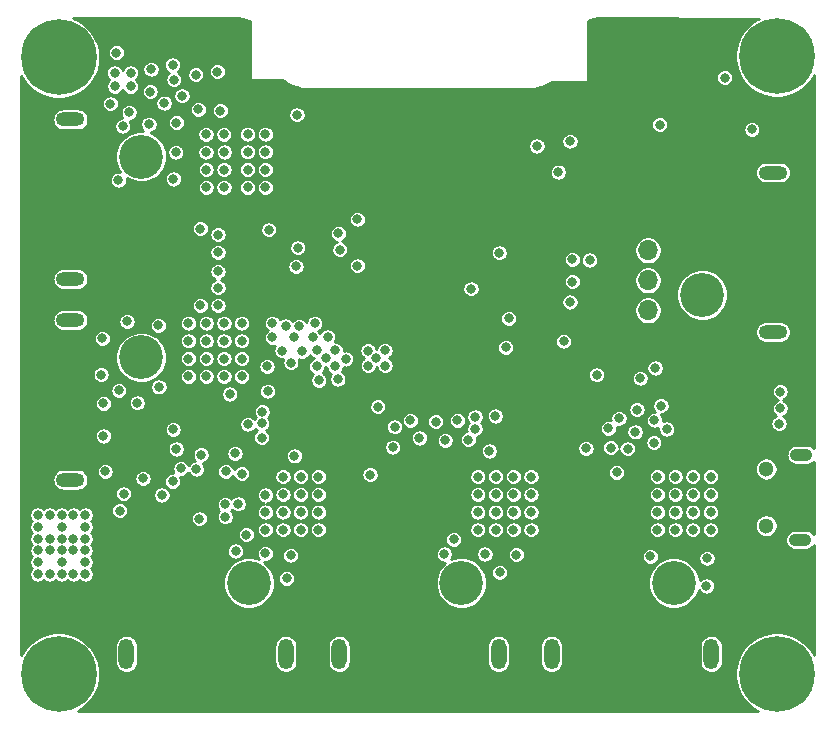
<source format=gbr>
G04 #@! TF.GenerationSoftware,KiCad,Pcbnew,(5.1.7-0-10_14)*
G04 #@! TF.CreationDate,2021-03-13T08:57:52+11:00*
G04 #@! TF.ProjectId,esp32_battery_isolator,65737033-325f-4626-9174-746572795f69,D*
G04 #@! TF.SameCoordinates,Original*
G04 #@! TF.FileFunction,Copper,L2,Inr*
G04 #@! TF.FilePolarity,Positive*
%FSLAX46Y46*%
G04 Gerber Fmt 4.6, Leading zero omitted, Abs format (unit mm)*
G04 Created by KiCad (PCBNEW (5.1.7-0-10_14)) date 2021-03-13 08:57:52*
%MOMM*%
%LPD*%
G01*
G04 APERTURE LIST*
G04 #@! TA.AperFunction,ComponentPad*
%ADD10O,1.900000X1.070000*%
G04 #@! TD*
G04 #@! TA.AperFunction,ComponentPad*
%ADD11C,1.300000*%
G04 #@! TD*
G04 #@! TA.AperFunction,ComponentPad*
%ADD12C,0.800000*%
G04 #@! TD*
G04 #@! TA.AperFunction,ComponentPad*
%ADD13C,6.400000*%
G04 #@! TD*
G04 #@! TA.AperFunction,ComponentPad*
%ADD14R,1.700000X1.700000*%
G04 #@! TD*
G04 #@! TA.AperFunction,ComponentPad*
%ADD15O,1.700000X1.700000*%
G04 #@! TD*
G04 #@! TA.AperFunction,ComponentPad*
%ADD16R,3.716000X3.716000*%
G04 #@! TD*
G04 #@! TA.AperFunction,ComponentPad*
%ADD17C,3.716000*%
G04 #@! TD*
G04 #@! TA.AperFunction,ComponentPad*
%ADD18O,2.400000X1.200000*%
G04 #@! TD*
G04 #@! TA.AperFunction,ComponentPad*
%ADD19O,1.300000X2.600000*%
G04 #@! TD*
G04 #@! TA.AperFunction,ViaPad*
%ADD20C,0.800000*%
G04 #@! TD*
G04 #@! TA.AperFunction,Conductor*
%ADD21C,0.254000*%
G04 #@! TD*
G04 #@! TA.AperFunction,Conductor*
%ADD22C,0.100000*%
G04 #@! TD*
G04 APERTURE END LIST*
D10*
X174050000Y-112300000D03*
X173950000Y-119500000D03*
D11*
X171050000Y-113500000D03*
X171050000Y-118300000D03*
D12*
X112847056Y-129152944D03*
X111150000Y-128450000D03*
X109452944Y-129152944D03*
X108750000Y-130850000D03*
X109452944Y-132547056D03*
X111150000Y-133250000D03*
X112847056Y-132547056D03*
X113550000Y-130850000D03*
D13*
X111150000Y-130850000D03*
D12*
X173647056Y-76852944D03*
X171950000Y-76150000D03*
X170252944Y-76852944D03*
X169550000Y-78550000D03*
X170252944Y-80247056D03*
X171950000Y-80950000D03*
X173647056Y-80247056D03*
X174350000Y-78550000D03*
D13*
X171950000Y-78550000D03*
X171950000Y-130850000D03*
D12*
X174350000Y-130850000D03*
X173647056Y-132547056D03*
X171950000Y-133250000D03*
X170252944Y-132547056D03*
X169550000Y-130850000D03*
X170252944Y-129152944D03*
X171950000Y-128450000D03*
X173647056Y-129152944D03*
X112847056Y-76952944D03*
X111150000Y-76250000D03*
X109452944Y-76952944D03*
X108750000Y-78650000D03*
X109452944Y-80347056D03*
X111150000Y-81050000D03*
X112847056Y-80347056D03*
X113550000Y-78650000D03*
D13*
X111150000Y-78650000D03*
D14*
X161050000Y-92450000D03*
D15*
X161050000Y-94990000D03*
X161050000Y-97530000D03*
X161050000Y-100070000D03*
D16*
X118150000Y-94250000D03*
D17*
X118150000Y-87050000D03*
D18*
X112150000Y-97400000D03*
X112150000Y-83900000D03*
X112150000Y-100900000D03*
X112150000Y-114400000D03*
D17*
X118150000Y-104050000D03*
D16*
X118150000Y-111250000D03*
D17*
X120050000Y-123150000D03*
X127250000Y-123150000D03*
D19*
X116900000Y-129150000D03*
X130400000Y-129150000D03*
D16*
X165650000Y-91550000D03*
D17*
X165650000Y-98750000D03*
D18*
X171650000Y-88400000D03*
X171650000Y-101900000D03*
D19*
X148400000Y-129150000D03*
X134900000Y-129150000D03*
D17*
X145250000Y-123150000D03*
X138050000Y-123150000D03*
X156050000Y-123150000D03*
X163250000Y-123150000D03*
D19*
X152900000Y-129150000D03*
X166400000Y-129150000D03*
D20*
X135150000Y-114650000D03*
X153100000Y-114250000D03*
X168600000Y-114400000D03*
X174250000Y-82750000D03*
X131050000Y-90150000D03*
X114050000Y-128150000D03*
X162250000Y-78950000D03*
X138850000Y-91550000D03*
X140050000Y-91550000D03*
X141250000Y-91550000D03*
X142450000Y-91550000D03*
X142450000Y-90350000D03*
X141250000Y-90350000D03*
X140050000Y-90350000D03*
X138850000Y-90350000D03*
X138850000Y-89150000D03*
X142450000Y-89150000D03*
X141250000Y-89150000D03*
X140050000Y-89150000D03*
X140050000Y-87950000D03*
X141250000Y-87950000D03*
X142450000Y-87950000D03*
X138850000Y-87950000D03*
X117250000Y-118750000D03*
X171650000Y-112150000D03*
X172400000Y-114650000D03*
X150450000Y-107150000D03*
X141450000Y-107150000D03*
X152850000Y-107150000D03*
X159050000Y-107150000D03*
X157650000Y-85550000D03*
X159050000Y-85150000D03*
X159450000Y-87950000D03*
X159050000Y-86150000D03*
X158850000Y-83058510D03*
X152050000Y-83350000D03*
X152450000Y-82350000D03*
X121849998Y-77150000D03*
X113050000Y-124150000D03*
X165850000Y-79150000D03*
X130650000Y-82400000D03*
X172650000Y-124450000D03*
X126689148Y-107150012D03*
X112050000Y-110550000D03*
X112050000Y-103550000D03*
X112050000Y-94750000D03*
X112050000Y-86750000D03*
X136250000Y-84350000D03*
X146050000Y-84150000D03*
X146050000Y-89150000D03*
X168250000Y-86150000D03*
X144850000Y-107150000D03*
X170725195Y-104391825D03*
X108570000Y-82000000D03*
X141290000Y-102680000D03*
X136479215Y-107516493D03*
X135160089Y-96330875D03*
X131250000Y-97590000D03*
X128070000Y-99080000D03*
X167432529Y-108150000D03*
X162308780Y-106406490D03*
X155910000Y-110190000D03*
X156589988Y-114199479D03*
X138189766Y-112782989D03*
X158050000Y-100350000D03*
X156450000Y-100350000D03*
X154550000Y-89950000D03*
X135950000Y-98150000D03*
X126036658Y-108875130D03*
X124800000Y-77300000D03*
X154450000Y-85750000D03*
X109400000Y-122400000D03*
X110400000Y-122400000D03*
X111400000Y-122400000D03*
X112400000Y-122400000D03*
X111400000Y-121400000D03*
X109400000Y-121400000D03*
X109400000Y-120400000D03*
X111400000Y-120400000D03*
X112400000Y-119400000D03*
X111400000Y-119400000D03*
X110400000Y-119400000D03*
X109400000Y-119400000D03*
X109400000Y-118400000D03*
X111400000Y-118400000D03*
X113400000Y-122400000D03*
X113400000Y-121400000D03*
X113400000Y-120400000D03*
X113400000Y-119400000D03*
X113400000Y-118400000D03*
X113400000Y-117400000D03*
X112400000Y-117400000D03*
X111400000Y-117400000D03*
X110400000Y-117400000D03*
X109400000Y-117400000D03*
X172150000Y-109650000D03*
X162050000Y-84350000D03*
X131332171Y-83509377D03*
X128950000Y-93250000D03*
X149250000Y-100750000D03*
X116320000Y-117030000D03*
X169850000Y-84750000D03*
X110400000Y-120400000D03*
X112400000Y-120400000D03*
X123216490Y-112290000D03*
X172250000Y-106950000D03*
X151650000Y-86150000D03*
X172250000Y-108350000D03*
X153447585Y-88361924D03*
X120850000Y-110150000D03*
X147610000Y-111970000D03*
X123060576Y-117713510D03*
X122800000Y-113500000D03*
X121100000Y-111800000D03*
X121500000Y-113450000D03*
X120800000Y-114550000D03*
X119900000Y-115700000D03*
X118300000Y-114300000D03*
X116650000Y-115600000D03*
X115100000Y-113700000D03*
X114950000Y-110700000D03*
X114950000Y-107950000D03*
X117800000Y-107900000D03*
X119650000Y-106550000D03*
X114750000Y-105500000D03*
X114850000Y-102450000D03*
X116950000Y-101000000D03*
X119600000Y-101350000D03*
X116250000Y-106850000D03*
X131108315Y-112391685D03*
X154650000Y-95750000D03*
X134961372Y-94929478D03*
X156120000Y-95810000D03*
X136450000Y-96296490D03*
X134850000Y-93550006D03*
X154650381Y-97625978D03*
X120910000Y-80530000D03*
X124850000Y-83150000D03*
X116220000Y-89040000D03*
X120860000Y-88940000D03*
X117120000Y-83300000D03*
X118800000Y-84300000D03*
X121080000Y-86680000D03*
X118980000Y-79650000D03*
X118910000Y-81550000D03*
X120080000Y-82520000D03*
X121130000Y-84180000D03*
X122980000Y-83060000D03*
X124590000Y-79860000D03*
X122770000Y-80120000D03*
X116590000Y-84480000D03*
X120810000Y-79290000D03*
X121600000Y-81910000D03*
X131410000Y-94770000D03*
X139450000Y-111650000D03*
X116049998Y-78250000D03*
X167547368Y-80366490D03*
X161650000Y-104950000D03*
X136450000Y-92350000D03*
X148450000Y-95195457D03*
X156712759Y-105531928D03*
X132990000Y-104820000D03*
X134550000Y-104800000D03*
X133780000Y-104120000D03*
X134580000Y-103450000D03*
X133000000Y-103450000D03*
X145840000Y-111010000D03*
X146410000Y-110090000D03*
X128360000Y-109620000D03*
X126080000Y-112180000D03*
X126650000Y-113890000D03*
X129250000Y-101150000D03*
X129250000Y-102350000D03*
X131050000Y-102350000D03*
X132850000Y-101150000D03*
X132650000Y-102350000D03*
X127180000Y-109710000D03*
X128390000Y-108650000D03*
X128860000Y-106910000D03*
X128800000Y-104820000D03*
X130050000Y-103470000D03*
X131760000Y-103540000D03*
X130820000Y-104490000D03*
X133190000Y-105990000D03*
X134800000Y-105890000D03*
X135450000Y-104180000D03*
X133940000Y-102320000D03*
X146410000Y-109090000D03*
X144920000Y-109380000D03*
X143880000Y-111070000D03*
X143070000Y-109490000D03*
X141690000Y-110870000D03*
X140940000Y-109380000D03*
X139600000Y-109930000D03*
X138180000Y-108230000D03*
X148120000Y-109010000D03*
X157900000Y-111690000D03*
X157700000Y-110060000D03*
X158600000Y-109200000D03*
X160120000Y-108470000D03*
X162150000Y-108140000D03*
X159960000Y-110360000D03*
X159330000Y-111790000D03*
X161590000Y-109370000D03*
X161550000Y-111260000D03*
X162650000Y-110120000D03*
X130380000Y-101400000D03*
X131510000Y-101420000D03*
X128350000Y-110840000D03*
X125300000Y-113710000D03*
X125250000Y-116500000D03*
X126350000Y-116450000D03*
X125250000Y-117550000D03*
X130150000Y-114150000D03*
X131650000Y-114150000D03*
X133150000Y-114150000D03*
X133150000Y-115650000D03*
X133150000Y-117150000D03*
X131650000Y-117150000D03*
X130150000Y-117150000D03*
X128650000Y-117150000D03*
X128650000Y-115700000D03*
X130150000Y-115650000D03*
X130150000Y-118650000D03*
X128650000Y-118650000D03*
X131650000Y-118650000D03*
X133150000Y-118650000D03*
X131650000Y-115650000D03*
X127050000Y-119050000D03*
X126150000Y-120450000D03*
X128650000Y-120650000D03*
X130800000Y-120800000D03*
X130450000Y-122750000D03*
X115910000Y-81100000D03*
X117240000Y-81100000D03*
X117240000Y-79960000D03*
X115900000Y-79960000D03*
X115530000Y-82580000D03*
X127150000Y-85150000D03*
X128650000Y-85150000D03*
X128650000Y-86650000D03*
X127150000Y-86650000D03*
X123650000Y-88150000D03*
X125150000Y-88150000D03*
X127150000Y-88150000D03*
X128650000Y-88150000D03*
X128650000Y-89650000D03*
X127150000Y-89650000D03*
X125150000Y-89650000D03*
X123650000Y-89650000D03*
X124650000Y-95150000D03*
X124650000Y-93650000D03*
X123150000Y-93150000D03*
X125140000Y-85160000D03*
X125170000Y-86660000D03*
X123630000Y-86680000D03*
X123630000Y-85160000D03*
X146650000Y-114150000D03*
X148150000Y-114150000D03*
X149650000Y-114150000D03*
X151150000Y-114150000D03*
X151150000Y-115650000D03*
X149650000Y-115650000D03*
X148150000Y-115650000D03*
X146650000Y-115650000D03*
X146650000Y-117150000D03*
X148150000Y-117150000D03*
X149650000Y-117150000D03*
X151150000Y-117150000D03*
X151150000Y-118650000D03*
X149650000Y-118650000D03*
X148150000Y-118650000D03*
X146650000Y-118650000D03*
X144600000Y-119450000D03*
X143800000Y-120700000D03*
X147250000Y-120700000D03*
X149900000Y-120750000D03*
X148500000Y-122250000D03*
X161850000Y-118650000D03*
X163350000Y-118650000D03*
X164850000Y-118650000D03*
X166350000Y-118650000D03*
X166350000Y-117150000D03*
X164850000Y-117150000D03*
X163350000Y-117150000D03*
X161850000Y-117150000D03*
X161850000Y-115650000D03*
X163350000Y-115650000D03*
X164850000Y-115650000D03*
X166350000Y-115650000D03*
X166350000Y-114150000D03*
X164850000Y-114150000D03*
X163350000Y-114150000D03*
X161850000Y-114150000D03*
X161250000Y-120900000D03*
X166050000Y-121050000D03*
X166000000Y-123400000D03*
X137519741Y-113978496D03*
X146070000Y-98240000D03*
X138050000Y-104140000D03*
X137360000Y-104760000D03*
X138790000Y-104750000D03*
X138780000Y-103460000D03*
X137350000Y-103470000D03*
X122150000Y-105650000D03*
X123650000Y-105650000D03*
X125150000Y-105650000D03*
X126650000Y-105650000D03*
X126650000Y-104150000D03*
X125150000Y-104150000D03*
X123650000Y-104150000D03*
X122150000Y-104150000D03*
X122150000Y-102650000D03*
X123650000Y-102650000D03*
X125150000Y-102650000D03*
X126650000Y-102650000D03*
X126650000Y-101150000D03*
X125150000Y-101150000D03*
X123650000Y-101150000D03*
X122150000Y-101150000D03*
X124650000Y-96770000D03*
X124650000Y-98150000D03*
X124650000Y-99650000D03*
X123150000Y-99650000D03*
X155800000Y-111750000D03*
X149009731Y-103192020D03*
X158390000Y-113790000D03*
X160390000Y-105810000D03*
X131250000Y-96350000D03*
X154450000Y-99360000D03*
X125650000Y-107150014D03*
X153905307Y-102682997D03*
D21*
X126764003Y-75404087D02*
X127258427Y-75553361D01*
X127323000Y-75587695D01*
X127323000Y-80415022D01*
X127325440Y-80439798D01*
X127332667Y-80463623D01*
X127344403Y-80485579D01*
X127360197Y-80504825D01*
X127379443Y-80520619D01*
X127401399Y-80532355D01*
X127425224Y-80539582D01*
X127449175Y-80542019D01*
X130107108Y-80559294D01*
X130367351Y-80771544D01*
X130393893Y-80789179D01*
X130420248Y-80807224D01*
X130424571Y-80809562D01*
X130941536Y-81084436D01*
X130971026Y-81096591D01*
X131000355Y-81109161D01*
X131005050Y-81110615D01*
X131565558Y-81279841D01*
X131596804Y-81286028D01*
X131628059Y-81292672D01*
X131632946Y-81293185D01*
X131632948Y-81293185D01*
X132215650Y-81350320D01*
X132232708Y-81352000D01*
X150967292Y-81352000D01*
X150967902Y-81351940D01*
X150972171Y-81351925D01*
X150987465Y-81350372D01*
X151002846Y-81350479D01*
X151007738Y-81349999D01*
X151590028Y-81288798D01*
X151621274Y-81282384D01*
X151652618Y-81276405D01*
X151657324Y-81274984D01*
X152216637Y-81101847D01*
X152246033Y-81089490D01*
X152275627Y-81077533D01*
X152279962Y-81075227D01*
X152279967Y-81075225D01*
X152279971Y-81075222D01*
X152794998Y-80796750D01*
X152821428Y-80778922D01*
X152848144Y-80761440D01*
X152851952Y-80758334D01*
X152913370Y-80707525D01*
X155849175Y-80726606D01*
X155873966Y-80724327D01*
X155897837Y-80717255D01*
X155919870Y-80705662D01*
X155939217Y-80689993D01*
X155955136Y-80670851D01*
X155967014Y-80648971D01*
X155974396Y-80625195D01*
X155977000Y-80599609D01*
X155977000Y-80294887D01*
X166820368Y-80294887D01*
X166820368Y-80438093D01*
X166848306Y-80578548D01*
X166903109Y-80710854D01*
X166982670Y-80829926D01*
X167083932Y-80931188D01*
X167203004Y-81010749D01*
X167335310Y-81065552D01*
X167475765Y-81093490D01*
X167618971Y-81093490D01*
X167759426Y-81065552D01*
X167891732Y-81010749D01*
X168010804Y-80931188D01*
X168112066Y-80829926D01*
X168191627Y-80710854D01*
X168246430Y-80578548D01*
X168274368Y-80438093D01*
X168274368Y-80294887D01*
X168246430Y-80154432D01*
X168191627Y-80022126D01*
X168112066Y-79903054D01*
X168010804Y-79801792D01*
X167891732Y-79722231D01*
X167759426Y-79667428D01*
X167618971Y-79639490D01*
X167475765Y-79639490D01*
X167335310Y-79667428D01*
X167203004Y-79722231D01*
X167083932Y-79801792D01*
X166982670Y-79903054D01*
X166903109Y-80022126D01*
X166848306Y-80154432D01*
X166820368Y-80294887D01*
X155977000Y-80294887D01*
X155977000Y-75544215D01*
X156417885Y-75407738D01*
X156948117Y-75352009D01*
X156950706Y-75352000D01*
X170429546Y-75362195D01*
X170279339Y-75424413D01*
X169701668Y-75810400D01*
X169210400Y-76301668D01*
X168824413Y-76879339D01*
X168558540Y-77521212D01*
X168423000Y-78202621D01*
X168423000Y-78897379D01*
X168558540Y-79578788D01*
X168824413Y-80220661D01*
X169210400Y-80798332D01*
X169701668Y-81289600D01*
X170279339Y-81675587D01*
X170921212Y-81941460D01*
X171602621Y-82077000D01*
X172297379Y-82077000D01*
X172978788Y-81941460D01*
X173620661Y-81675587D01*
X174198332Y-81289600D01*
X174689600Y-80798332D01*
X175075587Y-80220661D01*
X175098000Y-80166551D01*
X175098001Y-111712536D01*
X175077475Y-111687525D01*
X174946218Y-111579806D01*
X174796469Y-111499763D01*
X174633981Y-111450473D01*
X174507339Y-111438000D01*
X173592661Y-111438000D01*
X173466019Y-111450473D01*
X173303531Y-111499763D01*
X173153782Y-111579806D01*
X173022525Y-111687525D01*
X172914806Y-111818782D01*
X172834763Y-111968531D01*
X172785473Y-112131019D01*
X172768830Y-112300000D01*
X172785473Y-112468981D01*
X172834763Y-112631469D01*
X172914806Y-112781218D01*
X173022525Y-112912475D01*
X173153782Y-113020194D01*
X173303531Y-113100237D01*
X173466019Y-113149527D01*
X173592661Y-113162000D01*
X174507339Y-113162000D01*
X174633981Y-113149527D01*
X174796469Y-113100237D01*
X174946218Y-113020194D01*
X175077475Y-112912475D01*
X175098001Y-112887464D01*
X175098001Y-119042742D01*
X175085194Y-119018782D01*
X174977475Y-118887525D01*
X174846218Y-118779806D01*
X174696469Y-118699763D01*
X174533981Y-118650473D01*
X174407339Y-118638000D01*
X173492661Y-118638000D01*
X173366019Y-118650473D01*
X173203531Y-118699763D01*
X173053782Y-118779806D01*
X172922525Y-118887525D01*
X172814806Y-119018782D01*
X172734763Y-119168531D01*
X172685473Y-119331019D01*
X172668830Y-119500000D01*
X172685473Y-119668981D01*
X172734763Y-119831469D01*
X172814806Y-119981218D01*
X172922525Y-120112475D01*
X173053782Y-120220194D01*
X173203531Y-120300237D01*
X173366019Y-120349527D01*
X173492661Y-120362000D01*
X174407339Y-120362000D01*
X174533981Y-120349527D01*
X174696469Y-120300237D01*
X174846218Y-120220194D01*
X174977475Y-120112475D01*
X175085194Y-119981218D01*
X175098001Y-119957258D01*
X175098001Y-129233451D01*
X175075587Y-129179339D01*
X174689600Y-128601668D01*
X174198332Y-128110400D01*
X173620661Y-127724413D01*
X172978788Y-127458540D01*
X172297379Y-127323000D01*
X171602621Y-127323000D01*
X170921212Y-127458540D01*
X170279339Y-127724413D01*
X169701668Y-128110400D01*
X169210400Y-128601668D01*
X168824413Y-129179339D01*
X168558540Y-129821212D01*
X168423000Y-130502621D01*
X168423000Y-131197379D01*
X168558540Y-131878788D01*
X168824413Y-132520661D01*
X169210400Y-133098332D01*
X169701668Y-133589600D01*
X170279339Y-133975587D01*
X170333449Y-133998000D01*
X112766551Y-133998000D01*
X112820661Y-133975587D01*
X113398332Y-133589600D01*
X113889600Y-133098332D01*
X114275587Y-132520661D01*
X114541460Y-131878788D01*
X114677000Y-131197379D01*
X114677000Y-130502621D01*
X114541460Y-129821212D01*
X114275587Y-129179339D01*
X113889600Y-128601668D01*
X113739940Y-128452008D01*
X115923000Y-128452008D01*
X115923001Y-129847993D01*
X115937138Y-129991525D01*
X115993004Y-130175691D01*
X116083725Y-130345418D01*
X116205815Y-130494186D01*
X116354583Y-130616276D01*
X116524310Y-130706997D01*
X116708476Y-130762863D01*
X116900000Y-130781727D01*
X117091525Y-130762863D01*
X117275691Y-130706997D01*
X117445418Y-130616276D01*
X117594186Y-130494186D01*
X117716276Y-130345418D01*
X117806997Y-130175691D01*
X117862863Y-129991525D01*
X117877000Y-129847993D01*
X117877000Y-128452008D01*
X129423000Y-128452008D01*
X129423001Y-129847993D01*
X129437138Y-129991525D01*
X129493004Y-130175691D01*
X129583725Y-130345418D01*
X129705815Y-130494186D01*
X129854583Y-130616276D01*
X130024310Y-130706997D01*
X130208476Y-130762863D01*
X130400000Y-130781727D01*
X130591525Y-130762863D01*
X130775691Y-130706997D01*
X130945418Y-130616276D01*
X131094186Y-130494186D01*
X131216276Y-130345418D01*
X131306997Y-130175691D01*
X131362863Y-129991525D01*
X131377000Y-129847993D01*
X131377000Y-128452008D01*
X133923000Y-128452008D01*
X133923001Y-129847993D01*
X133937138Y-129991525D01*
X133993004Y-130175691D01*
X134083725Y-130345418D01*
X134205815Y-130494186D01*
X134354583Y-130616276D01*
X134524310Y-130706997D01*
X134708476Y-130762863D01*
X134900000Y-130781727D01*
X135091525Y-130762863D01*
X135275691Y-130706997D01*
X135445418Y-130616276D01*
X135594186Y-130494186D01*
X135716276Y-130345418D01*
X135806997Y-130175691D01*
X135862863Y-129991525D01*
X135877000Y-129847993D01*
X135877000Y-128452008D01*
X147423000Y-128452008D01*
X147423001Y-129847993D01*
X147437138Y-129991525D01*
X147493004Y-130175691D01*
X147583725Y-130345418D01*
X147705815Y-130494186D01*
X147854583Y-130616276D01*
X148024310Y-130706997D01*
X148208476Y-130762863D01*
X148400000Y-130781727D01*
X148591525Y-130762863D01*
X148775691Y-130706997D01*
X148945418Y-130616276D01*
X149094186Y-130494186D01*
X149216276Y-130345418D01*
X149306997Y-130175691D01*
X149362863Y-129991525D01*
X149377000Y-129847993D01*
X149377000Y-128452008D01*
X151923000Y-128452008D01*
X151923001Y-129847993D01*
X151937138Y-129991525D01*
X151993004Y-130175691D01*
X152083725Y-130345418D01*
X152205815Y-130494186D01*
X152354583Y-130616276D01*
X152524310Y-130706997D01*
X152708476Y-130762863D01*
X152900000Y-130781727D01*
X153091525Y-130762863D01*
X153275691Y-130706997D01*
X153445418Y-130616276D01*
X153594186Y-130494186D01*
X153716276Y-130345418D01*
X153806997Y-130175691D01*
X153862863Y-129991525D01*
X153877000Y-129847993D01*
X153877000Y-128452008D01*
X165423000Y-128452008D01*
X165423001Y-129847993D01*
X165437138Y-129991525D01*
X165493004Y-130175691D01*
X165583725Y-130345418D01*
X165705815Y-130494186D01*
X165854583Y-130616276D01*
X166024310Y-130706997D01*
X166208476Y-130762863D01*
X166400000Y-130781727D01*
X166591525Y-130762863D01*
X166775691Y-130706997D01*
X166945418Y-130616276D01*
X167094186Y-130494186D01*
X167216276Y-130345418D01*
X167306997Y-130175691D01*
X167362863Y-129991525D01*
X167377000Y-129847993D01*
X167377000Y-128452007D01*
X167362863Y-128308475D01*
X167306997Y-128124309D01*
X167216276Y-127954582D01*
X167094186Y-127805814D01*
X166945418Y-127683724D01*
X166775690Y-127593003D01*
X166591524Y-127537137D01*
X166400000Y-127518273D01*
X166208475Y-127537137D01*
X166024309Y-127593003D01*
X165854582Y-127683724D01*
X165705814Y-127805814D01*
X165583724Y-127954582D01*
X165493003Y-128124310D01*
X165437137Y-128308476D01*
X165423000Y-128452008D01*
X153877000Y-128452008D01*
X153877000Y-128452007D01*
X153862863Y-128308475D01*
X153806997Y-128124309D01*
X153716276Y-127954582D01*
X153594186Y-127805814D01*
X153445418Y-127683724D01*
X153275690Y-127593003D01*
X153091524Y-127537137D01*
X152900000Y-127518273D01*
X152708475Y-127537137D01*
X152524309Y-127593003D01*
X152354582Y-127683724D01*
X152205814Y-127805814D01*
X152083724Y-127954582D01*
X151993003Y-128124310D01*
X151937137Y-128308476D01*
X151923000Y-128452008D01*
X149377000Y-128452008D01*
X149377000Y-128452007D01*
X149362863Y-128308475D01*
X149306997Y-128124309D01*
X149216276Y-127954582D01*
X149094186Y-127805814D01*
X148945418Y-127683724D01*
X148775690Y-127593003D01*
X148591524Y-127537137D01*
X148400000Y-127518273D01*
X148208475Y-127537137D01*
X148024309Y-127593003D01*
X147854582Y-127683724D01*
X147705814Y-127805814D01*
X147583724Y-127954582D01*
X147493003Y-128124310D01*
X147437137Y-128308476D01*
X147423000Y-128452008D01*
X135877000Y-128452008D01*
X135877000Y-128452007D01*
X135862863Y-128308475D01*
X135806997Y-128124309D01*
X135716276Y-127954582D01*
X135594186Y-127805814D01*
X135445418Y-127683724D01*
X135275690Y-127593003D01*
X135091524Y-127537137D01*
X134900000Y-127518273D01*
X134708475Y-127537137D01*
X134524309Y-127593003D01*
X134354582Y-127683724D01*
X134205814Y-127805814D01*
X134083724Y-127954582D01*
X133993003Y-128124310D01*
X133937137Y-128308476D01*
X133923000Y-128452008D01*
X131377000Y-128452008D01*
X131377000Y-128452007D01*
X131362863Y-128308475D01*
X131306997Y-128124309D01*
X131216276Y-127954582D01*
X131094186Y-127805814D01*
X130945418Y-127683724D01*
X130775690Y-127593003D01*
X130591524Y-127537137D01*
X130400000Y-127518273D01*
X130208475Y-127537137D01*
X130024309Y-127593003D01*
X129854582Y-127683724D01*
X129705814Y-127805814D01*
X129583724Y-127954582D01*
X129493003Y-128124310D01*
X129437137Y-128308476D01*
X129423000Y-128452008D01*
X117877000Y-128452008D01*
X117877000Y-128452007D01*
X117862863Y-128308475D01*
X117806997Y-128124309D01*
X117716276Y-127954582D01*
X117594186Y-127805814D01*
X117445418Y-127683724D01*
X117275690Y-127593003D01*
X117091524Y-127537137D01*
X116900000Y-127518273D01*
X116708475Y-127537137D01*
X116524309Y-127593003D01*
X116354582Y-127683724D01*
X116205814Y-127805814D01*
X116083724Y-127954582D01*
X115993003Y-128124310D01*
X115937137Y-128308476D01*
X115923000Y-128452008D01*
X113739940Y-128452008D01*
X113398332Y-128110400D01*
X112820661Y-127724413D01*
X112178788Y-127458540D01*
X111497379Y-127323000D01*
X110802621Y-127323000D01*
X110121212Y-127458540D01*
X109479339Y-127724413D01*
X108901668Y-128110400D01*
X108410400Y-128601668D01*
X108024413Y-129179339D01*
X108002000Y-129233449D01*
X108002000Y-117328397D01*
X108673000Y-117328397D01*
X108673000Y-117471603D01*
X108700938Y-117612058D01*
X108755741Y-117744364D01*
X108835302Y-117863436D01*
X108871866Y-117900000D01*
X108835302Y-117936564D01*
X108755741Y-118055636D01*
X108700938Y-118187942D01*
X108673000Y-118328397D01*
X108673000Y-118471603D01*
X108700938Y-118612058D01*
X108755741Y-118744364D01*
X108835302Y-118863436D01*
X108871866Y-118900000D01*
X108835302Y-118936564D01*
X108755741Y-119055636D01*
X108700938Y-119187942D01*
X108673000Y-119328397D01*
X108673000Y-119471603D01*
X108700938Y-119612058D01*
X108755741Y-119744364D01*
X108835302Y-119863436D01*
X108871866Y-119900000D01*
X108835302Y-119936564D01*
X108755741Y-120055636D01*
X108700938Y-120187942D01*
X108673000Y-120328397D01*
X108673000Y-120471603D01*
X108700938Y-120612058D01*
X108755741Y-120744364D01*
X108835302Y-120863436D01*
X108871866Y-120900000D01*
X108835302Y-120936564D01*
X108755741Y-121055636D01*
X108700938Y-121187942D01*
X108673000Y-121328397D01*
X108673000Y-121471603D01*
X108700938Y-121612058D01*
X108755741Y-121744364D01*
X108835302Y-121863436D01*
X108871866Y-121900000D01*
X108835302Y-121936564D01*
X108755741Y-122055636D01*
X108700938Y-122187942D01*
X108673000Y-122328397D01*
X108673000Y-122471603D01*
X108700938Y-122612058D01*
X108755741Y-122744364D01*
X108835302Y-122863436D01*
X108936564Y-122964698D01*
X109055636Y-123044259D01*
X109187942Y-123099062D01*
X109328397Y-123127000D01*
X109471603Y-123127000D01*
X109612058Y-123099062D01*
X109744364Y-123044259D01*
X109863436Y-122964698D01*
X109900000Y-122928134D01*
X109936564Y-122964698D01*
X110055636Y-123044259D01*
X110187942Y-123099062D01*
X110328397Y-123127000D01*
X110471603Y-123127000D01*
X110612058Y-123099062D01*
X110744364Y-123044259D01*
X110863436Y-122964698D01*
X110900000Y-122928134D01*
X110936564Y-122964698D01*
X111055636Y-123044259D01*
X111187942Y-123099062D01*
X111328397Y-123127000D01*
X111471603Y-123127000D01*
X111612058Y-123099062D01*
X111744364Y-123044259D01*
X111863436Y-122964698D01*
X111900000Y-122928134D01*
X111936564Y-122964698D01*
X112055636Y-123044259D01*
X112187942Y-123099062D01*
X112328397Y-123127000D01*
X112471603Y-123127000D01*
X112612058Y-123099062D01*
X112744364Y-123044259D01*
X112863436Y-122964698D01*
X112900000Y-122928134D01*
X112936564Y-122964698D01*
X113055636Y-123044259D01*
X113187942Y-123099062D01*
X113328397Y-123127000D01*
X113471603Y-123127000D01*
X113612058Y-123099062D01*
X113744364Y-123044259D01*
X113863436Y-122964698D01*
X113893338Y-122934796D01*
X125065000Y-122934796D01*
X125065000Y-123365204D01*
X125148969Y-123787341D01*
X125313678Y-124184985D01*
X125552800Y-124542856D01*
X125857144Y-124847200D01*
X126215015Y-125086322D01*
X126612659Y-125251031D01*
X127034796Y-125335000D01*
X127465204Y-125335000D01*
X127887341Y-125251031D01*
X128284985Y-125086322D01*
X128642856Y-124847200D01*
X128947200Y-124542856D01*
X129186322Y-124184985D01*
X129351031Y-123787341D01*
X129435000Y-123365204D01*
X129435000Y-122934796D01*
X129383999Y-122678397D01*
X129723000Y-122678397D01*
X129723000Y-122821603D01*
X129750938Y-122962058D01*
X129805741Y-123094364D01*
X129885302Y-123213436D01*
X129986564Y-123314698D01*
X130105636Y-123394259D01*
X130237942Y-123449062D01*
X130378397Y-123477000D01*
X130521603Y-123477000D01*
X130662058Y-123449062D01*
X130794364Y-123394259D01*
X130913436Y-123314698D01*
X131014698Y-123213436D01*
X131094259Y-123094364D01*
X131149062Y-122962058D01*
X131154484Y-122934796D01*
X143065000Y-122934796D01*
X143065000Y-123365204D01*
X143148969Y-123787341D01*
X143313678Y-124184985D01*
X143552800Y-124542856D01*
X143857144Y-124847200D01*
X144215015Y-125086322D01*
X144612659Y-125251031D01*
X145034796Y-125335000D01*
X145465204Y-125335000D01*
X145887341Y-125251031D01*
X146284985Y-125086322D01*
X146642856Y-124847200D01*
X146947200Y-124542856D01*
X147186322Y-124184985D01*
X147351031Y-123787341D01*
X147435000Y-123365204D01*
X147435000Y-122934796D01*
X147351031Y-122512659D01*
X147212576Y-122178397D01*
X147773000Y-122178397D01*
X147773000Y-122321603D01*
X147800938Y-122462058D01*
X147855741Y-122594364D01*
X147935302Y-122713436D01*
X148036564Y-122814698D01*
X148155636Y-122894259D01*
X148287942Y-122949062D01*
X148428397Y-122977000D01*
X148571603Y-122977000D01*
X148712058Y-122949062D01*
X148746499Y-122934796D01*
X161065000Y-122934796D01*
X161065000Y-123365204D01*
X161148969Y-123787341D01*
X161313678Y-124184985D01*
X161552800Y-124542856D01*
X161857144Y-124847200D01*
X162215015Y-125086322D01*
X162612659Y-125251031D01*
X163034796Y-125335000D01*
X163465204Y-125335000D01*
X163887341Y-125251031D01*
X164284985Y-125086322D01*
X164642856Y-124847200D01*
X164947200Y-124542856D01*
X165186322Y-124184985D01*
X165351031Y-123787341D01*
X165358699Y-123748791D01*
X165435302Y-123863436D01*
X165536564Y-123964698D01*
X165655636Y-124044259D01*
X165787942Y-124099062D01*
X165928397Y-124127000D01*
X166071603Y-124127000D01*
X166212058Y-124099062D01*
X166344364Y-124044259D01*
X166463436Y-123964698D01*
X166564698Y-123863436D01*
X166644259Y-123744364D01*
X166699062Y-123612058D01*
X166727000Y-123471603D01*
X166727000Y-123328397D01*
X166699062Y-123187942D01*
X166644259Y-123055636D01*
X166564698Y-122936564D01*
X166463436Y-122835302D01*
X166344364Y-122755741D01*
X166212058Y-122700938D01*
X166071603Y-122673000D01*
X165928397Y-122673000D01*
X165787942Y-122700938D01*
X165655636Y-122755741D01*
X165536564Y-122835302D01*
X165435302Y-122936564D01*
X165435000Y-122937016D01*
X165435000Y-122934796D01*
X165351031Y-122512659D01*
X165186322Y-122115015D01*
X164947200Y-121757144D01*
X164642856Y-121452800D01*
X164284985Y-121213678D01*
X163887341Y-121048969D01*
X163532555Y-120978397D01*
X165323000Y-120978397D01*
X165323000Y-121121603D01*
X165350938Y-121262058D01*
X165405741Y-121394364D01*
X165485302Y-121513436D01*
X165586564Y-121614698D01*
X165705636Y-121694259D01*
X165837942Y-121749062D01*
X165978397Y-121777000D01*
X166121603Y-121777000D01*
X166262058Y-121749062D01*
X166394364Y-121694259D01*
X166513436Y-121614698D01*
X166614698Y-121513436D01*
X166694259Y-121394364D01*
X166749062Y-121262058D01*
X166777000Y-121121603D01*
X166777000Y-120978397D01*
X166749062Y-120837942D01*
X166694259Y-120705636D01*
X166614698Y-120586564D01*
X166513436Y-120485302D01*
X166394364Y-120405741D01*
X166262058Y-120350938D01*
X166121603Y-120323000D01*
X165978397Y-120323000D01*
X165837942Y-120350938D01*
X165705636Y-120405741D01*
X165586564Y-120485302D01*
X165485302Y-120586564D01*
X165405741Y-120705636D01*
X165350938Y-120837942D01*
X165323000Y-120978397D01*
X163532555Y-120978397D01*
X163465204Y-120965000D01*
X163034796Y-120965000D01*
X162612659Y-121048969D01*
X162215015Y-121213678D01*
X161857144Y-121452800D01*
X161552800Y-121757144D01*
X161313678Y-122115015D01*
X161148969Y-122512659D01*
X161065000Y-122934796D01*
X148746499Y-122934796D01*
X148844364Y-122894259D01*
X148963436Y-122814698D01*
X149064698Y-122713436D01*
X149144259Y-122594364D01*
X149199062Y-122462058D01*
X149227000Y-122321603D01*
X149227000Y-122178397D01*
X149199062Y-122037942D01*
X149144259Y-121905636D01*
X149064698Y-121786564D01*
X148963436Y-121685302D01*
X148844364Y-121605741D01*
X148712058Y-121550938D01*
X148571603Y-121523000D01*
X148428397Y-121523000D01*
X148287942Y-121550938D01*
X148155636Y-121605741D01*
X148036564Y-121685302D01*
X147935302Y-121786564D01*
X147855741Y-121905636D01*
X147800938Y-122037942D01*
X147773000Y-122178397D01*
X147212576Y-122178397D01*
X147186322Y-122115015D01*
X146947200Y-121757144D01*
X146642856Y-121452800D01*
X146284985Y-121213678D01*
X145887341Y-121048969D01*
X145465204Y-120965000D01*
X145034796Y-120965000D01*
X144612659Y-121048969D01*
X144375561Y-121147178D01*
X144444259Y-121044364D01*
X144499062Y-120912058D01*
X144527000Y-120771603D01*
X144527000Y-120628397D01*
X146523000Y-120628397D01*
X146523000Y-120771603D01*
X146550938Y-120912058D01*
X146605741Y-121044364D01*
X146685302Y-121163436D01*
X146786564Y-121264698D01*
X146905636Y-121344259D01*
X147037942Y-121399062D01*
X147178397Y-121427000D01*
X147321603Y-121427000D01*
X147462058Y-121399062D01*
X147594364Y-121344259D01*
X147713436Y-121264698D01*
X147814698Y-121163436D01*
X147894259Y-121044364D01*
X147949062Y-120912058D01*
X147977000Y-120771603D01*
X147977000Y-120678397D01*
X149173000Y-120678397D01*
X149173000Y-120821603D01*
X149200938Y-120962058D01*
X149255741Y-121094364D01*
X149335302Y-121213436D01*
X149436564Y-121314698D01*
X149555636Y-121394259D01*
X149687942Y-121449062D01*
X149828397Y-121477000D01*
X149971603Y-121477000D01*
X150112058Y-121449062D01*
X150244364Y-121394259D01*
X150363436Y-121314698D01*
X150464698Y-121213436D01*
X150544259Y-121094364D01*
X150599062Y-120962058D01*
X150625648Y-120828397D01*
X160523000Y-120828397D01*
X160523000Y-120971603D01*
X160550938Y-121112058D01*
X160605741Y-121244364D01*
X160685302Y-121363436D01*
X160786564Y-121464698D01*
X160905636Y-121544259D01*
X161037942Y-121599062D01*
X161178397Y-121627000D01*
X161321603Y-121627000D01*
X161462058Y-121599062D01*
X161594364Y-121544259D01*
X161713436Y-121464698D01*
X161814698Y-121363436D01*
X161894259Y-121244364D01*
X161949062Y-121112058D01*
X161977000Y-120971603D01*
X161977000Y-120828397D01*
X161949062Y-120687942D01*
X161894259Y-120555636D01*
X161814698Y-120436564D01*
X161713436Y-120335302D01*
X161594364Y-120255741D01*
X161462058Y-120200938D01*
X161321603Y-120173000D01*
X161178397Y-120173000D01*
X161037942Y-120200938D01*
X160905636Y-120255741D01*
X160786564Y-120335302D01*
X160685302Y-120436564D01*
X160605741Y-120555636D01*
X160550938Y-120687942D01*
X160523000Y-120828397D01*
X150625648Y-120828397D01*
X150627000Y-120821603D01*
X150627000Y-120678397D01*
X150599062Y-120537942D01*
X150544259Y-120405636D01*
X150464698Y-120286564D01*
X150363436Y-120185302D01*
X150244364Y-120105741D01*
X150112058Y-120050938D01*
X149971603Y-120023000D01*
X149828397Y-120023000D01*
X149687942Y-120050938D01*
X149555636Y-120105741D01*
X149436564Y-120185302D01*
X149335302Y-120286564D01*
X149255741Y-120405636D01*
X149200938Y-120537942D01*
X149173000Y-120678397D01*
X147977000Y-120678397D01*
X147977000Y-120628397D01*
X147949062Y-120487942D01*
X147894259Y-120355636D01*
X147814698Y-120236564D01*
X147713436Y-120135302D01*
X147594364Y-120055741D01*
X147462058Y-120000938D01*
X147321603Y-119973000D01*
X147178397Y-119973000D01*
X147037942Y-120000938D01*
X146905636Y-120055741D01*
X146786564Y-120135302D01*
X146685302Y-120236564D01*
X146605741Y-120355636D01*
X146550938Y-120487942D01*
X146523000Y-120628397D01*
X144527000Y-120628397D01*
X144499062Y-120487942D01*
X144444259Y-120355636D01*
X144364698Y-120236564D01*
X144263436Y-120135302D01*
X144144364Y-120055741D01*
X144012058Y-120000938D01*
X143871603Y-119973000D01*
X143728397Y-119973000D01*
X143587942Y-120000938D01*
X143455636Y-120055741D01*
X143336564Y-120135302D01*
X143235302Y-120236564D01*
X143155741Y-120355636D01*
X143100938Y-120487942D01*
X143073000Y-120628397D01*
X143073000Y-120771603D01*
X143100938Y-120912058D01*
X143155741Y-121044364D01*
X143235302Y-121163436D01*
X143336564Y-121264698D01*
X143455636Y-121344259D01*
X143587942Y-121399062D01*
X143728397Y-121427000D01*
X143871603Y-121427000D01*
X143905994Y-121420159D01*
X143857144Y-121452800D01*
X143552800Y-121757144D01*
X143313678Y-122115015D01*
X143148969Y-122512659D01*
X143065000Y-122934796D01*
X131154484Y-122934796D01*
X131177000Y-122821603D01*
X131177000Y-122678397D01*
X131149062Y-122537942D01*
X131094259Y-122405636D01*
X131014698Y-122286564D01*
X130913436Y-122185302D01*
X130794364Y-122105741D01*
X130662058Y-122050938D01*
X130521603Y-122023000D01*
X130378397Y-122023000D01*
X130237942Y-122050938D01*
X130105636Y-122105741D01*
X129986564Y-122185302D01*
X129885302Y-122286564D01*
X129805741Y-122405636D01*
X129750938Y-122537942D01*
X129723000Y-122678397D01*
X129383999Y-122678397D01*
X129351031Y-122512659D01*
X129186322Y-122115015D01*
X128947200Y-121757144D01*
X128642856Y-121452800D01*
X128508651Y-121363127D01*
X128578397Y-121377000D01*
X128721603Y-121377000D01*
X128862058Y-121349062D01*
X128994364Y-121294259D01*
X129113436Y-121214698D01*
X129214698Y-121113436D01*
X129294259Y-120994364D01*
X129349062Y-120862058D01*
X129375648Y-120728397D01*
X130073000Y-120728397D01*
X130073000Y-120871603D01*
X130100938Y-121012058D01*
X130155741Y-121144364D01*
X130235302Y-121263436D01*
X130336564Y-121364698D01*
X130455636Y-121444259D01*
X130587942Y-121499062D01*
X130728397Y-121527000D01*
X130871603Y-121527000D01*
X131012058Y-121499062D01*
X131144364Y-121444259D01*
X131263436Y-121364698D01*
X131364698Y-121263436D01*
X131444259Y-121144364D01*
X131499062Y-121012058D01*
X131527000Y-120871603D01*
X131527000Y-120728397D01*
X131499062Y-120587942D01*
X131444259Y-120455636D01*
X131364698Y-120336564D01*
X131263436Y-120235302D01*
X131144364Y-120155741D01*
X131012058Y-120100938D01*
X130871603Y-120073000D01*
X130728397Y-120073000D01*
X130587942Y-120100938D01*
X130455636Y-120155741D01*
X130336564Y-120235302D01*
X130235302Y-120336564D01*
X130155741Y-120455636D01*
X130100938Y-120587942D01*
X130073000Y-120728397D01*
X129375648Y-120728397D01*
X129377000Y-120721603D01*
X129377000Y-120578397D01*
X129349062Y-120437942D01*
X129294259Y-120305636D01*
X129214698Y-120186564D01*
X129113436Y-120085302D01*
X128994364Y-120005741D01*
X128862058Y-119950938D01*
X128721603Y-119923000D01*
X128578397Y-119923000D01*
X128437942Y-119950938D01*
X128305636Y-120005741D01*
X128186564Y-120085302D01*
X128085302Y-120186564D01*
X128005741Y-120305636D01*
X127950938Y-120437942D01*
X127923000Y-120578397D01*
X127923000Y-120721603D01*
X127950938Y-120862058D01*
X128005741Y-120994364D01*
X128085302Y-121113436D01*
X128115229Y-121143363D01*
X127887341Y-121048969D01*
X127465204Y-120965000D01*
X127034796Y-120965000D01*
X126612659Y-121048969D01*
X126215015Y-121213678D01*
X125857144Y-121452800D01*
X125552800Y-121757144D01*
X125313678Y-122115015D01*
X125148969Y-122512659D01*
X125065000Y-122934796D01*
X113893338Y-122934796D01*
X113964698Y-122863436D01*
X114044259Y-122744364D01*
X114099062Y-122612058D01*
X114127000Y-122471603D01*
X114127000Y-122328397D01*
X114099062Y-122187942D01*
X114044259Y-122055636D01*
X113964698Y-121936564D01*
X113928134Y-121900000D01*
X113964698Y-121863436D01*
X114044259Y-121744364D01*
X114099062Y-121612058D01*
X114127000Y-121471603D01*
X114127000Y-121328397D01*
X114099062Y-121187942D01*
X114044259Y-121055636D01*
X113964698Y-120936564D01*
X113928134Y-120900000D01*
X113964698Y-120863436D01*
X114044259Y-120744364D01*
X114099062Y-120612058D01*
X114127000Y-120471603D01*
X114127000Y-120378397D01*
X125423000Y-120378397D01*
X125423000Y-120521603D01*
X125450938Y-120662058D01*
X125505741Y-120794364D01*
X125585302Y-120913436D01*
X125686564Y-121014698D01*
X125805636Y-121094259D01*
X125937942Y-121149062D01*
X126078397Y-121177000D01*
X126221603Y-121177000D01*
X126362058Y-121149062D01*
X126494364Y-121094259D01*
X126613436Y-121014698D01*
X126714698Y-120913436D01*
X126794259Y-120794364D01*
X126849062Y-120662058D01*
X126877000Y-120521603D01*
X126877000Y-120378397D01*
X126849062Y-120237942D01*
X126794259Y-120105636D01*
X126714698Y-119986564D01*
X126613436Y-119885302D01*
X126494364Y-119805741D01*
X126362058Y-119750938D01*
X126221603Y-119723000D01*
X126078397Y-119723000D01*
X125937942Y-119750938D01*
X125805636Y-119805741D01*
X125686564Y-119885302D01*
X125585302Y-119986564D01*
X125505741Y-120105636D01*
X125450938Y-120237942D01*
X125423000Y-120378397D01*
X114127000Y-120378397D01*
X114127000Y-120328397D01*
X114099062Y-120187942D01*
X114044259Y-120055636D01*
X113964698Y-119936564D01*
X113928134Y-119900000D01*
X113964698Y-119863436D01*
X114044259Y-119744364D01*
X114099062Y-119612058D01*
X114127000Y-119471603D01*
X114127000Y-119328397D01*
X114099062Y-119187942D01*
X114044259Y-119055636D01*
X113992650Y-118978397D01*
X126323000Y-118978397D01*
X126323000Y-119121603D01*
X126350938Y-119262058D01*
X126405741Y-119394364D01*
X126485302Y-119513436D01*
X126586564Y-119614698D01*
X126705636Y-119694259D01*
X126837942Y-119749062D01*
X126978397Y-119777000D01*
X127121603Y-119777000D01*
X127262058Y-119749062D01*
X127394364Y-119694259D01*
X127513436Y-119614698D01*
X127614698Y-119513436D01*
X127694259Y-119394364D01*
X127700872Y-119378397D01*
X143873000Y-119378397D01*
X143873000Y-119521603D01*
X143900938Y-119662058D01*
X143955741Y-119794364D01*
X144035302Y-119913436D01*
X144136564Y-120014698D01*
X144255636Y-120094259D01*
X144387942Y-120149062D01*
X144528397Y-120177000D01*
X144671603Y-120177000D01*
X144812058Y-120149062D01*
X144944364Y-120094259D01*
X145063436Y-120014698D01*
X145164698Y-119913436D01*
X145244259Y-119794364D01*
X145299062Y-119662058D01*
X145327000Y-119521603D01*
X145327000Y-119378397D01*
X145299062Y-119237942D01*
X145244259Y-119105636D01*
X145164698Y-118986564D01*
X145063436Y-118885302D01*
X144944364Y-118805741D01*
X144812058Y-118750938D01*
X144671603Y-118723000D01*
X144528397Y-118723000D01*
X144387942Y-118750938D01*
X144255636Y-118805741D01*
X144136564Y-118885302D01*
X144035302Y-118986564D01*
X143955741Y-119105636D01*
X143900938Y-119237942D01*
X143873000Y-119378397D01*
X127700872Y-119378397D01*
X127749062Y-119262058D01*
X127777000Y-119121603D01*
X127777000Y-118978397D01*
X127749062Y-118837942D01*
X127694259Y-118705636D01*
X127614698Y-118586564D01*
X127606531Y-118578397D01*
X127923000Y-118578397D01*
X127923000Y-118721603D01*
X127950938Y-118862058D01*
X128005741Y-118994364D01*
X128085302Y-119113436D01*
X128186564Y-119214698D01*
X128305636Y-119294259D01*
X128437942Y-119349062D01*
X128578397Y-119377000D01*
X128721603Y-119377000D01*
X128862058Y-119349062D01*
X128994364Y-119294259D01*
X129113436Y-119214698D01*
X129214698Y-119113436D01*
X129294259Y-118994364D01*
X129349062Y-118862058D01*
X129377000Y-118721603D01*
X129377000Y-118578397D01*
X129423000Y-118578397D01*
X129423000Y-118721603D01*
X129450938Y-118862058D01*
X129505741Y-118994364D01*
X129585302Y-119113436D01*
X129686564Y-119214698D01*
X129805636Y-119294259D01*
X129937942Y-119349062D01*
X130078397Y-119377000D01*
X130221603Y-119377000D01*
X130362058Y-119349062D01*
X130494364Y-119294259D01*
X130613436Y-119214698D01*
X130714698Y-119113436D01*
X130794259Y-118994364D01*
X130849062Y-118862058D01*
X130877000Y-118721603D01*
X130877000Y-118578397D01*
X130923000Y-118578397D01*
X130923000Y-118721603D01*
X130950938Y-118862058D01*
X131005741Y-118994364D01*
X131085302Y-119113436D01*
X131186564Y-119214698D01*
X131305636Y-119294259D01*
X131437942Y-119349062D01*
X131578397Y-119377000D01*
X131721603Y-119377000D01*
X131862058Y-119349062D01*
X131994364Y-119294259D01*
X132113436Y-119214698D01*
X132214698Y-119113436D01*
X132294259Y-118994364D01*
X132349062Y-118862058D01*
X132377000Y-118721603D01*
X132377000Y-118578397D01*
X132423000Y-118578397D01*
X132423000Y-118721603D01*
X132450938Y-118862058D01*
X132505741Y-118994364D01*
X132585302Y-119113436D01*
X132686564Y-119214698D01*
X132805636Y-119294259D01*
X132937942Y-119349062D01*
X133078397Y-119377000D01*
X133221603Y-119377000D01*
X133362058Y-119349062D01*
X133494364Y-119294259D01*
X133613436Y-119214698D01*
X133714698Y-119113436D01*
X133794259Y-118994364D01*
X133849062Y-118862058D01*
X133877000Y-118721603D01*
X133877000Y-118578397D01*
X145923000Y-118578397D01*
X145923000Y-118721603D01*
X145950938Y-118862058D01*
X146005741Y-118994364D01*
X146085302Y-119113436D01*
X146186564Y-119214698D01*
X146305636Y-119294259D01*
X146437942Y-119349062D01*
X146578397Y-119377000D01*
X146721603Y-119377000D01*
X146862058Y-119349062D01*
X146994364Y-119294259D01*
X147113436Y-119214698D01*
X147214698Y-119113436D01*
X147294259Y-118994364D01*
X147349062Y-118862058D01*
X147377000Y-118721603D01*
X147377000Y-118578397D01*
X147423000Y-118578397D01*
X147423000Y-118721603D01*
X147450938Y-118862058D01*
X147505741Y-118994364D01*
X147585302Y-119113436D01*
X147686564Y-119214698D01*
X147805636Y-119294259D01*
X147937942Y-119349062D01*
X148078397Y-119377000D01*
X148221603Y-119377000D01*
X148362058Y-119349062D01*
X148494364Y-119294259D01*
X148613436Y-119214698D01*
X148714698Y-119113436D01*
X148794259Y-118994364D01*
X148849062Y-118862058D01*
X148877000Y-118721603D01*
X148877000Y-118578397D01*
X148923000Y-118578397D01*
X148923000Y-118721603D01*
X148950938Y-118862058D01*
X149005741Y-118994364D01*
X149085302Y-119113436D01*
X149186564Y-119214698D01*
X149305636Y-119294259D01*
X149437942Y-119349062D01*
X149578397Y-119377000D01*
X149721603Y-119377000D01*
X149862058Y-119349062D01*
X149994364Y-119294259D01*
X150113436Y-119214698D01*
X150214698Y-119113436D01*
X150294259Y-118994364D01*
X150349062Y-118862058D01*
X150377000Y-118721603D01*
X150377000Y-118578397D01*
X150423000Y-118578397D01*
X150423000Y-118721603D01*
X150450938Y-118862058D01*
X150505741Y-118994364D01*
X150585302Y-119113436D01*
X150686564Y-119214698D01*
X150805636Y-119294259D01*
X150937942Y-119349062D01*
X151078397Y-119377000D01*
X151221603Y-119377000D01*
X151362058Y-119349062D01*
X151494364Y-119294259D01*
X151613436Y-119214698D01*
X151714698Y-119113436D01*
X151794259Y-118994364D01*
X151849062Y-118862058D01*
X151877000Y-118721603D01*
X151877000Y-118578397D01*
X161123000Y-118578397D01*
X161123000Y-118721603D01*
X161150938Y-118862058D01*
X161205741Y-118994364D01*
X161285302Y-119113436D01*
X161386564Y-119214698D01*
X161505636Y-119294259D01*
X161637942Y-119349062D01*
X161778397Y-119377000D01*
X161921603Y-119377000D01*
X162062058Y-119349062D01*
X162194364Y-119294259D01*
X162313436Y-119214698D01*
X162414698Y-119113436D01*
X162494259Y-118994364D01*
X162549062Y-118862058D01*
X162577000Y-118721603D01*
X162577000Y-118578397D01*
X162623000Y-118578397D01*
X162623000Y-118721603D01*
X162650938Y-118862058D01*
X162705741Y-118994364D01*
X162785302Y-119113436D01*
X162886564Y-119214698D01*
X163005636Y-119294259D01*
X163137942Y-119349062D01*
X163278397Y-119377000D01*
X163421603Y-119377000D01*
X163562058Y-119349062D01*
X163694364Y-119294259D01*
X163813436Y-119214698D01*
X163914698Y-119113436D01*
X163994259Y-118994364D01*
X164049062Y-118862058D01*
X164077000Y-118721603D01*
X164077000Y-118578397D01*
X164123000Y-118578397D01*
X164123000Y-118721603D01*
X164150938Y-118862058D01*
X164205741Y-118994364D01*
X164285302Y-119113436D01*
X164386564Y-119214698D01*
X164505636Y-119294259D01*
X164637942Y-119349062D01*
X164778397Y-119377000D01*
X164921603Y-119377000D01*
X165062058Y-119349062D01*
X165194364Y-119294259D01*
X165313436Y-119214698D01*
X165414698Y-119113436D01*
X165494259Y-118994364D01*
X165549062Y-118862058D01*
X165577000Y-118721603D01*
X165577000Y-118578397D01*
X165623000Y-118578397D01*
X165623000Y-118721603D01*
X165650938Y-118862058D01*
X165705741Y-118994364D01*
X165785302Y-119113436D01*
X165886564Y-119214698D01*
X166005636Y-119294259D01*
X166137942Y-119349062D01*
X166278397Y-119377000D01*
X166421603Y-119377000D01*
X166562058Y-119349062D01*
X166694364Y-119294259D01*
X166813436Y-119214698D01*
X166914698Y-119113436D01*
X166994259Y-118994364D01*
X167049062Y-118862058D01*
X167077000Y-118721603D01*
X167077000Y-118578397D01*
X167049062Y-118437942D01*
X166994259Y-118305636D01*
X166926198Y-118203774D01*
X170073000Y-118203774D01*
X170073000Y-118396226D01*
X170110546Y-118584980D01*
X170184194Y-118762783D01*
X170291115Y-118922801D01*
X170427199Y-119058885D01*
X170587217Y-119165806D01*
X170765020Y-119239454D01*
X170953774Y-119277000D01*
X171146226Y-119277000D01*
X171334980Y-119239454D01*
X171512783Y-119165806D01*
X171672801Y-119058885D01*
X171808885Y-118922801D01*
X171915806Y-118762783D01*
X171989454Y-118584980D01*
X172027000Y-118396226D01*
X172027000Y-118203774D01*
X171989454Y-118015020D01*
X171915806Y-117837217D01*
X171808885Y-117677199D01*
X171672801Y-117541115D01*
X171512783Y-117434194D01*
X171334980Y-117360546D01*
X171146226Y-117323000D01*
X170953774Y-117323000D01*
X170765020Y-117360546D01*
X170587217Y-117434194D01*
X170427199Y-117541115D01*
X170291115Y-117677199D01*
X170184194Y-117837217D01*
X170110546Y-118015020D01*
X170073000Y-118203774D01*
X166926198Y-118203774D01*
X166914698Y-118186564D01*
X166813436Y-118085302D01*
X166694364Y-118005741D01*
X166562058Y-117950938D01*
X166421603Y-117923000D01*
X166278397Y-117923000D01*
X166137942Y-117950938D01*
X166005636Y-118005741D01*
X165886564Y-118085302D01*
X165785302Y-118186564D01*
X165705741Y-118305636D01*
X165650938Y-118437942D01*
X165623000Y-118578397D01*
X165577000Y-118578397D01*
X165549062Y-118437942D01*
X165494259Y-118305636D01*
X165414698Y-118186564D01*
X165313436Y-118085302D01*
X165194364Y-118005741D01*
X165062058Y-117950938D01*
X164921603Y-117923000D01*
X164778397Y-117923000D01*
X164637942Y-117950938D01*
X164505636Y-118005741D01*
X164386564Y-118085302D01*
X164285302Y-118186564D01*
X164205741Y-118305636D01*
X164150938Y-118437942D01*
X164123000Y-118578397D01*
X164077000Y-118578397D01*
X164049062Y-118437942D01*
X163994259Y-118305636D01*
X163914698Y-118186564D01*
X163813436Y-118085302D01*
X163694364Y-118005741D01*
X163562058Y-117950938D01*
X163421603Y-117923000D01*
X163278397Y-117923000D01*
X163137942Y-117950938D01*
X163005636Y-118005741D01*
X162886564Y-118085302D01*
X162785302Y-118186564D01*
X162705741Y-118305636D01*
X162650938Y-118437942D01*
X162623000Y-118578397D01*
X162577000Y-118578397D01*
X162549062Y-118437942D01*
X162494259Y-118305636D01*
X162414698Y-118186564D01*
X162313436Y-118085302D01*
X162194364Y-118005741D01*
X162062058Y-117950938D01*
X161921603Y-117923000D01*
X161778397Y-117923000D01*
X161637942Y-117950938D01*
X161505636Y-118005741D01*
X161386564Y-118085302D01*
X161285302Y-118186564D01*
X161205741Y-118305636D01*
X161150938Y-118437942D01*
X161123000Y-118578397D01*
X151877000Y-118578397D01*
X151849062Y-118437942D01*
X151794259Y-118305636D01*
X151714698Y-118186564D01*
X151613436Y-118085302D01*
X151494364Y-118005741D01*
X151362058Y-117950938D01*
X151221603Y-117923000D01*
X151078397Y-117923000D01*
X150937942Y-117950938D01*
X150805636Y-118005741D01*
X150686564Y-118085302D01*
X150585302Y-118186564D01*
X150505741Y-118305636D01*
X150450938Y-118437942D01*
X150423000Y-118578397D01*
X150377000Y-118578397D01*
X150349062Y-118437942D01*
X150294259Y-118305636D01*
X150214698Y-118186564D01*
X150113436Y-118085302D01*
X149994364Y-118005741D01*
X149862058Y-117950938D01*
X149721603Y-117923000D01*
X149578397Y-117923000D01*
X149437942Y-117950938D01*
X149305636Y-118005741D01*
X149186564Y-118085302D01*
X149085302Y-118186564D01*
X149005741Y-118305636D01*
X148950938Y-118437942D01*
X148923000Y-118578397D01*
X148877000Y-118578397D01*
X148849062Y-118437942D01*
X148794259Y-118305636D01*
X148714698Y-118186564D01*
X148613436Y-118085302D01*
X148494364Y-118005741D01*
X148362058Y-117950938D01*
X148221603Y-117923000D01*
X148078397Y-117923000D01*
X147937942Y-117950938D01*
X147805636Y-118005741D01*
X147686564Y-118085302D01*
X147585302Y-118186564D01*
X147505741Y-118305636D01*
X147450938Y-118437942D01*
X147423000Y-118578397D01*
X147377000Y-118578397D01*
X147349062Y-118437942D01*
X147294259Y-118305636D01*
X147214698Y-118186564D01*
X147113436Y-118085302D01*
X146994364Y-118005741D01*
X146862058Y-117950938D01*
X146721603Y-117923000D01*
X146578397Y-117923000D01*
X146437942Y-117950938D01*
X146305636Y-118005741D01*
X146186564Y-118085302D01*
X146085302Y-118186564D01*
X146005741Y-118305636D01*
X145950938Y-118437942D01*
X145923000Y-118578397D01*
X133877000Y-118578397D01*
X133849062Y-118437942D01*
X133794259Y-118305636D01*
X133714698Y-118186564D01*
X133613436Y-118085302D01*
X133494364Y-118005741D01*
X133362058Y-117950938D01*
X133221603Y-117923000D01*
X133078397Y-117923000D01*
X132937942Y-117950938D01*
X132805636Y-118005741D01*
X132686564Y-118085302D01*
X132585302Y-118186564D01*
X132505741Y-118305636D01*
X132450938Y-118437942D01*
X132423000Y-118578397D01*
X132377000Y-118578397D01*
X132349062Y-118437942D01*
X132294259Y-118305636D01*
X132214698Y-118186564D01*
X132113436Y-118085302D01*
X131994364Y-118005741D01*
X131862058Y-117950938D01*
X131721603Y-117923000D01*
X131578397Y-117923000D01*
X131437942Y-117950938D01*
X131305636Y-118005741D01*
X131186564Y-118085302D01*
X131085302Y-118186564D01*
X131005741Y-118305636D01*
X130950938Y-118437942D01*
X130923000Y-118578397D01*
X130877000Y-118578397D01*
X130849062Y-118437942D01*
X130794259Y-118305636D01*
X130714698Y-118186564D01*
X130613436Y-118085302D01*
X130494364Y-118005741D01*
X130362058Y-117950938D01*
X130221603Y-117923000D01*
X130078397Y-117923000D01*
X129937942Y-117950938D01*
X129805636Y-118005741D01*
X129686564Y-118085302D01*
X129585302Y-118186564D01*
X129505741Y-118305636D01*
X129450938Y-118437942D01*
X129423000Y-118578397D01*
X129377000Y-118578397D01*
X129349062Y-118437942D01*
X129294259Y-118305636D01*
X129214698Y-118186564D01*
X129113436Y-118085302D01*
X128994364Y-118005741D01*
X128862058Y-117950938D01*
X128721603Y-117923000D01*
X128578397Y-117923000D01*
X128437942Y-117950938D01*
X128305636Y-118005741D01*
X128186564Y-118085302D01*
X128085302Y-118186564D01*
X128005741Y-118305636D01*
X127950938Y-118437942D01*
X127923000Y-118578397D01*
X127606531Y-118578397D01*
X127513436Y-118485302D01*
X127394364Y-118405741D01*
X127262058Y-118350938D01*
X127121603Y-118323000D01*
X126978397Y-118323000D01*
X126837942Y-118350938D01*
X126705636Y-118405741D01*
X126586564Y-118485302D01*
X126485302Y-118586564D01*
X126405741Y-118705636D01*
X126350938Y-118837942D01*
X126323000Y-118978397D01*
X113992650Y-118978397D01*
X113964698Y-118936564D01*
X113928134Y-118900000D01*
X113964698Y-118863436D01*
X114044259Y-118744364D01*
X114099062Y-118612058D01*
X114127000Y-118471603D01*
X114127000Y-118328397D01*
X114099062Y-118187942D01*
X114044259Y-118055636D01*
X113964698Y-117936564D01*
X113928134Y-117900000D01*
X113964698Y-117863436D01*
X114044259Y-117744364D01*
X114099062Y-117612058D01*
X114127000Y-117471603D01*
X114127000Y-117328397D01*
X114099062Y-117187942D01*
X114044259Y-117055636D01*
X113979287Y-116958397D01*
X115593000Y-116958397D01*
X115593000Y-117101603D01*
X115620938Y-117242058D01*
X115675741Y-117374364D01*
X115755302Y-117493436D01*
X115856564Y-117594698D01*
X115975636Y-117674259D01*
X116107942Y-117729062D01*
X116248397Y-117757000D01*
X116391603Y-117757000D01*
X116532058Y-117729062D01*
X116664364Y-117674259D01*
X116712782Y-117641907D01*
X122333576Y-117641907D01*
X122333576Y-117785113D01*
X122361514Y-117925568D01*
X122416317Y-118057874D01*
X122495878Y-118176946D01*
X122597140Y-118278208D01*
X122716212Y-118357769D01*
X122848518Y-118412572D01*
X122988973Y-118440510D01*
X123132179Y-118440510D01*
X123272634Y-118412572D01*
X123404940Y-118357769D01*
X123524012Y-118278208D01*
X123625274Y-118176946D01*
X123704835Y-118057874D01*
X123759638Y-117925568D01*
X123787576Y-117785113D01*
X123787576Y-117641907D01*
X123759638Y-117501452D01*
X123704835Y-117369146D01*
X123625274Y-117250074D01*
X123524012Y-117148812D01*
X123404940Y-117069251D01*
X123272634Y-117014448D01*
X123132179Y-116986510D01*
X122988973Y-116986510D01*
X122848518Y-117014448D01*
X122716212Y-117069251D01*
X122597140Y-117148812D01*
X122495878Y-117250074D01*
X122416317Y-117369146D01*
X122361514Y-117501452D01*
X122333576Y-117641907D01*
X116712782Y-117641907D01*
X116783436Y-117594698D01*
X116884698Y-117493436D01*
X116964259Y-117374364D01*
X117019062Y-117242058D01*
X117047000Y-117101603D01*
X117047000Y-116958397D01*
X117019062Y-116817942D01*
X116964259Y-116685636D01*
X116884698Y-116566564D01*
X116783436Y-116465302D01*
X116728204Y-116428397D01*
X124523000Y-116428397D01*
X124523000Y-116571603D01*
X124550938Y-116712058D01*
X124605741Y-116844364D01*
X124685302Y-116963436D01*
X124746866Y-117025000D01*
X124685302Y-117086564D01*
X124605741Y-117205636D01*
X124550938Y-117337942D01*
X124523000Y-117478397D01*
X124523000Y-117621603D01*
X124550938Y-117762058D01*
X124605741Y-117894364D01*
X124685302Y-118013436D01*
X124786564Y-118114698D01*
X124905636Y-118194259D01*
X125037942Y-118249062D01*
X125178397Y-118277000D01*
X125321603Y-118277000D01*
X125462058Y-118249062D01*
X125594364Y-118194259D01*
X125713436Y-118114698D01*
X125814698Y-118013436D01*
X125894259Y-117894364D01*
X125949062Y-117762058D01*
X125977000Y-117621603D01*
X125977000Y-117478397D01*
X125949062Y-117337942D01*
X125894259Y-117205636D01*
X125814698Y-117086564D01*
X125753134Y-117025000D01*
X125814698Y-116963436D01*
X125822951Y-116951085D01*
X125886564Y-117014698D01*
X126005636Y-117094259D01*
X126137942Y-117149062D01*
X126278397Y-117177000D01*
X126421603Y-117177000D01*
X126562058Y-117149062D01*
X126694364Y-117094259D01*
X126813436Y-117014698D01*
X126914698Y-116913436D01*
X126994259Y-116794364D01*
X127049062Y-116662058D01*
X127077000Y-116521603D01*
X127077000Y-116378397D01*
X127049062Y-116237942D01*
X126994259Y-116105636D01*
X126914698Y-115986564D01*
X126813436Y-115885302D01*
X126694364Y-115805741D01*
X126562058Y-115750938D01*
X126421603Y-115723000D01*
X126278397Y-115723000D01*
X126137942Y-115750938D01*
X126005636Y-115805741D01*
X125886564Y-115885302D01*
X125785302Y-115986564D01*
X125777049Y-115998915D01*
X125713436Y-115935302D01*
X125594364Y-115855741D01*
X125462058Y-115800938D01*
X125321603Y-115773000D01*
X125178397Y-115773000D01*
X125037942Y-115800938D01*
X124905636Y-115855741D01*
X124786564Y-115935302D01*
X124685302Y-116036564D01*
X124605741Y-116155636D01*
X124550938Y-116287942D01*
X124523000Y-116428397D01*
X116728204Y-116428397D01*
X116664364Y-116385741D01*
X116532058Y-116330938D01*
X116391603Y-116303000D01*
X116248397Y-116303000D01*
X116107942Y-116330938D01*
X115975636Y-116385741D01*
X115856564Y-116465302D01*
X115755302Y-116566564D01*
X115675741Y-116685636D01*
X115620938Y-116817942D01*
X115593000Y-116958397D01*
X113979287Y-116958397D01*
X113964698Y-116936564D01*
X113863436Y-116835302D01*
X113744364Y-116755741D01*
X113612058Y-116700938D01*
X113471603Y-116673000D01*
X113328397Y-116673000D01*
X113187942Y-116700938D01*
X113055636Y-116755741D01*
X112936564Y-116835302D01*
X112900000Y-116871866D01*
X112863436Y-116835302D01*
X112744364Y-116755741D01*
X112612058Y-116700938D01*
X112471603Y-116673000D01*
X112328397Y-116673000D01*
X112187942Y-116700938D01*
X112055636Y-116755741D01*
X111936564Y-116835302D01*
X111900000Y-116871866D01*
X111863436Y-116835302D01*
X111744364Y-116755741D01*
X111612058Y-116700938D01*
X111471603Y-116673000D01*
X111328397Y-116673000D01*
X111187942Y-116700938D01*
X111055636Y-116755741D01*
X110936564Y-116835302D01*
X110900000Y-116871866D01*
X110863436Y-116835302D01*
X110744364Y-116755741D01*
X110612058Y-116700938D01*
X110471603Y-116673000D01*
X110328397Y-116673000D01*
X110187942Y-116700938D01*
X110055636Y-116755741D01*
X109936564Y-116835302D01*
X109900000Y-116871866D01*
X109863436Y-116835302D01*
X109744364Y-116755741D01*
X109612058Y-116700938D01*
X109471603Y-116673000D01*
X109328397Y-116673000D01*
X109187942Y-116700938D01*
X109055636Y-116755741D01*
X108936564Y-116835302D01*
X108835302Y-116936564D01*
X108755741Y-117055636D01*
X108700938Y-117187942D01*
X108673000Y-117328397D01*
X108002000Y-117328397D01*
X108002000Y-115528397D01*
X115923000Y-115528397D01*
X115923000Y-115671603D01*
X115950938Y-115812058D01*
X116005741Y-115944364D01*
X116085302Y-116063436D01*
X116186564Y-116164698D01*
X116305636Y-116244259D01*
X116437942Y-116299062D01*
X116578397Y-116327000D01*
X116721603Y-116327000D01*
X116862058Y-116299062D01*
X116994364Y-116244259D01*
X117113436Y-116164698D01*
X117214698Y-116063436D01*
X117294259Y-115944364D01*
X117349062Y-115812058D01*
X117377000Y-115671603D01*
X117377000Y-115628397D01*
X119173000Y-115628397D01*
X119173000Y-115771603D01*
X119200938Y-115912058D01*
X119255741Y-116044364D01*
X119335302Y-116163436D01*
X119436564Y-116264698D01*
X119555636Y-116344259D01*
X119687942Y-116399062D01*
X119828397Y-116427000D01*
X119971603Y-116427000D01*
X120112058Y-116399062D01*
X120244364Y-116344259D01*
X120363436Y-116264698D01*
X120464698Y-116163436D01*
X120544259Y-116044364D01*
X120599062Y-115912058D01*
X120627000Y-115771603D01*
X120627000Y-115628397D01*
X127923000Y-115628397D01*
X127923000Y-115771603D01*
X127950938Y-115912058D01*
X128005741Y-116044364D01*
X128085302Y-116163436D01*
X128186564Y-116264698D01*
X128305636Y-116344259D01*
X128437942Y-116399062D01*
X128568342Y-116425000D01*
X128437942Y-116450938D01*
X128305636Y-116505741D01*
X128186564Y-116585302D01*
X128085302Y-116686564D01*
X128005741Y-116805636D01*
X127950938Y-116937942D01*
X127923000Y-117078397D01*
X127923000Y-117221603D01*
X127950938Y-117362058D01*
X128005741Y-117494364D01*
X128085302Y-117613436D01*
X128186564Y-117714698D01*
X128305636Y-117794259D01*
X128437942Y-117849062D01*
X128578397Y-117877000D01*
X128721603Y-117877000D01*
X128862058Y-117849062D01*
X128994364Y-117794259D01*
X129113436Y-117714698D01*
X129214698Y-117613436D01*
X129294259Y-117494364D01*
X129349062Y-117362058D01*
X129377000Y-117221603D01*
X129377000Y-117078397D01*
X129423000Y-117078397D01*
X129423000Y-117221603D01*
X129450938Y-117362058D01*
X129505741Y-117494364D01*
X129585302Y-117613436D01*
X129686564Y-117714698D01*
X129805636Y-117794259D01*
X129937942Y-117849062D01*
X130078397Y-117877000D01*
X130221603Y-117877000D01*
X130362058Y-117849062D01*
X130494364Y-117794259D01*
X130613436Y-117714698D01*
X130714698Y-117613436D01*
X130794259Y-117494364D01*
X130849062Y-117362058D01*
X130877000Y-117221603D01*
X130877000Y-117078397D01*
X130923000Y-117078397D01*
X130923000Y-117221603D01*
X130950938Y-117362058D01*
X131005741Y-117494364D01*
X131085302Y-117613436D01*
X131186564Y-117714698D01*
X131305636Y-117794259D01*
X131437942Y-117849062D01*
X131578397Y-117877000D01*
X131721603Y-117877000D01*
X131862058Y-117849062D01*
X131994364Y-117794259D01*
X132113436Y-117714698D01*
X132214698Y-117613436D01*
X132294259Y-117494364D01*
X132349062Y-117362058D01*
X132377000Y-117221603D01*
X132377000Y-117078397D01*
X132423000Y-117078397D01*
X132423000Y-117221603D01*
X132450938Y-117362058D01*
X132505741Y-117494364D01*
X132585302Y-117613436D01*
X132686564Y-117714698D01*
X132805636Y-117794259D01*
X132937942Y-117849062D01*
X133078397Y-117877000D01*
X133221603Y-117877000D01*
X133362058Y-117849062D01*
X133494364Y-117794259D01*
X133613436Y-117714698D01*
X133714698Y-117613436D01*
X133794259Y-117494364D01*
X133849062Y-117362058D01*
X133877000Y-117221603D01*
X133877000Y-117078397D01*
X145923000Y-117078397D01*
X145923000Y-117221603D01*
X145950938Y-117362058D01*
X146005741Y-117494364D01*
X146085302Y-117613436D01*
X146186564Y-117714698D01*
X146305636Y-117794259D01*
X146437942Y-117849062D01*
X146578397Y-117877000D01*
X146721603Y-117877000D01*
X146862058Y-117849062D01*
X146994364Y-117794259D01*
X147113436Y-117714698D01*
X147214698Y-117613436D01*
X147294259Y-117494364D01*
X147349062Y-117362058D01*
X147377000Y-117221603D01*
X147377000Y-117078397D01*
X147423000Y-117078397D01*
X147423000Y-117221603D01*
X147450938Y-117362058D01*
X147505741Y-117494364D01*
X147585302Y-117613436D01*
X147686564Y-117714698D01*
X147805636Y-117794259D01*
X147937942Y-117849062D01*
X148078397Y-117877000D01*
X148221603Y-117877000D01*
X148362058Y-117849062D01*
X148494364Y-117794259D01*
X148613436Y-117714698D01*
X148714698Y-117613436D01*
X148794259Y-117494364D01*
X148849062Y-117362058D01*
X148877000Y-117221603D01*
X148877000Y-117078397D01*
X148923000Y-117078397D01*
X148923000Y-117221603D01*
X148950938Y-117362058D01*
X149005741Y-117494364D01*
X149085302Y-117613436D01*
X149186564Y-117714698D01*
X149305636Y-117794259D01*
X149437942Y-117849062D01*
X149578397Y-117877000D01*
X149721603Y-117877000D01*
X149862058Y-117849062D01*
X149994364Y-117794259D01*
X150113436Y-117714698D01*
X150214698Y-117613436D01*
X150294259Y-117494364D01*
X150349062Y-117362058D01*
X150377000Y-117221603D01*
X150377000Y-117078397D01*
X150423000Y-117078397D01*
X150423000Y-117221603D01*
X150450938Y-117362058D01*
X150505741Y-117494364D01*
X150585302Y-117613436D01*
X150686564Y-117714698D01*
X150805636Y-117794259D01*
X150937942Y-117849062D01*
X151078397Y-117877000D01*
X151221603Y-117877000D01*
X151362058Y-117849062D01*
X151494364Y-117794259D01*
X151613436Y-117714698D01*
X151714698Y-117613436D01*
X151794259Y-117494364D01*
X151849062Y-117362058D01*
X151877000Y-117221603D01*
X151877000Y-117078397D01*
X161123000Y-117078397D01*
X161123000Y-117221603D01*
X161150938Y-117362058D01*
X161205741Y-117494364D01*
X161285302Y-117613436D01*
X161386564Y-117714698D01*
X161505636Y-117794259D01*
X161637942Y-117849062D01*
X161778397Y-117877000D01*
X161921603Y-117877000D01*
X162062058Y-117849062D01*
X162194364Y-117794259D01*
X162313436Y-117714698D01*
X162414698Y-117613436D01*
X162494259Y-117494364D01*
X162549062Y-117362058D01*
X162577000Y-117221603D01*
X162577000Y-117078397D01*
X162623000Y-117078397D01*
X162623000Y-117221603D01*
X162650938Y-117362058D01*
X162705741Y-117494364D01*
X162785302Y-117613436D01*
X162886564Y-117714698D01*
X163005636Y-117794259D01*
X163137942Y-117849062D01*
X163278397Y-117877000D01*
X163421603Y-117877000D01*
X163562058Y-117849062D01*
X163694364Y-117794259D01*
X163813436Y-117714698D01*
X163914698Y-117613436D01*
X163994259Y-117494364D01*
X164049062Y-117362058D01*
X164077000Y-117221603D01*
X164077000Y-117078397D01*
X164123000Y-117078397D01*
X164123000Y-117221603D01*
X164150938Y-117362058D01*
X164205741Y-117494364D01*
X164285302Y-117613436D01*
X164386564Y-117714698D01*
X164505636Y-117794259D01*
X164637942Y-117849062D01*
X164778397Y-117877000D01*
X164921603Y-117877000D01*
X165062058Y-117849062D01*
X165194364Y-117794259D01*
X165313436Y-117714698D01*
X165414698Y-117613436D01*
X165494259Y-117494364D01*
X165549062Y-117362058D01*
X165577000Y-117221603D01*
X165577000Y-117078397D01*
X165623000Y-117078397D01*
X165623000Y-117221603D01*
X165650938Y-117362058D01*
X165705741Y-117494364D01*
X165785302Y-117613436D01*
X165886564Y-117714698D01*
X166005636Y-117794259D01*
X166137942Y-117849062D01*
X166278397Y-117877000D01*
X166421603Y-117877000D01*
X166562058Y-117849062D01*
X166694364Y-117794259D01*
X166813436Y-117714698D01*
X166914698Y-117613436D01*
X166994259Y-117494364D01*
X167049062Y-117362058D01*
X167077000Y-117221603D01*
X167077000Y-117078397D01*
X167049062Y-116937942D01*
X166994259Y-116805636D01*
X166914698Y-116686564D01*
X166813436Y-116585302D01*
X166694364Y-116505741D01*
X166562058Y-116450938D01*
X166421603Y-116423000D01*
X166278397Y-116423000D01*
X166137942Y-116450938D01*
X166005636Y-116505741D01*
X165886564Y-116585302D01*
X165785302Y-116686564D01*
X165705741Y-116805636D01*
X165650938Y-116937942D01*
X165623000Y-117078397D01*
X165577000Y-117078397D01*
X165549062Y-116937942D01*
X165494259Y-116805636D01*
X165414698Y-116686564D01*
X165313436Y-116585302D01*
X165194364Y-116505741D01*
X165062058Y-116450938D01*
X164921603Y-116423000D01*
X164778397Y-116423000D01*
X164637942Y-116450938D01*
X164505636Y-116505741D01*
X164386564Y-116585302D01*
X164285302Y-116686564D01*
X164205741Y-116805636D01*
X164150938Y-116937942D01*
X164123000Y-117078397D01*
X164077000Y-117078397D01*
X164049062Y-116937942D01*
X163994259Y-116805636D01*
X163914698Y-116686564D01*
X163813436Y-116585302D01*
X163694364Y-116505741D01*
X163562058Y-116450938D01*
X163421603Y-116423000D01*
X163278397Y-116423000D01*
X163137942Y-116450938D01*
X163005636Y-116505741D01*
X162886564Y-116585302D01*
X162785302Y-116686564D01*
X162705741Y-116805636D01*
X162650938Y-116937942D01*
X162623000Y-117078397D01*
X162577000Y-117078397D01*
X162549062Y-116937942D01*
X162494259Y-116805636D01*
X162414698Y-116686564D01*
X162313436Y-116585302D01*
X162194364Y-116505741D01*
X162062058Y-116450938D01*
X161921603Y-116423000D01*
X161778397Y-116423000D01*
X161637942Y-116450938D01*
X161505636Y-116505741D01*
X161386564Y-116585302D01*
X161285302Y-116686564D01*
X161205741Y-116805636D01*
X161150938Y-116937942D01*
X161123000Y-117078397D01*
X151877000Y-117078397D01*
X151849062Y-116937942D01*
X151794259Y-116805636D01*
X151714698Y-116686564D01*
X151613436Y-116585302D01*
X151494364Y-116505741D01*
X151362058Y-116450938D01*
X151221603Y-116423000D01*
X151078397Y-116423000D01*
X150937942Y-116450938D01*
X150805636Y-116505741D01*
X150686564Y-116585302D01*
X150585302Y-116686564D01*
X150505741Y-116805636D01*
X150450938Y-116937942D01*
X150423000Y-117078397D01*
X150377000Y-117078397D01*
X150349062Y-116937942D01*
X150294259Y-116805636D01*
X150214698Y-116686564D01*
X150113436Y-116585302D01*
X149994364Y-116505741D01*
X149862058Y-116450938D01*
X149721603Y-116423000D01*
X149578397Y-116423000D01*
X149437942Y-116450938D01*
X149305636Y-116505741D01*
X149186564Y-116585302D01*
X149085302Y-116686564D01*
X149005741Y-116805636D01*
X148950938Y-116937942D01*
X148923000Y-117078397D01*
X148877000Y-117078397D01*
X148849062Y-116937942D01*
X148794259Y-116805636D01*
X148714698Y-116686564D01*
X148613436Y-116585302D01*
X148494364Y-116505741D01*
X148362058Y-116450938D01*
X148221603Y-116423000D01*
X148078397Y-116423000D01*
X147937942Y-116450938D01*
X147805636Y-116505741D01*
X147686564Y-116585302D01*
X147585302Y-116686564D01*
X147505741Y-116805636D01*
X147450938Y-116937942D01*
X147423000Y-117078397D01*
X147377000Y-117078397D01*
X147349062Y-116937942D01*
X147294259Y-116805636D01*
X147214698Y-116686564D01*
X147113436Y-116585302D01*
X146994364Y-116505741D01*
X146862058Y-116450938D01*
X146721603Y-116423000D01*
X146578397Y-116423000D01*
X146437942Y-116450938D01*
X146305636Y-116505741D01*
X146186564Y-116585302D01*
X146085302Y-116686564D01*
X146005741Y-116805636D01*
X145950938Y-116937942D01*
X145923000Y-117078397D01*
X133877000Y-117078397D01*
X133849062Y-116937942D01*
X133794259Y-116805636D01*
X133714698Y-116686564D01*
X133613436Y-116585302D01*
X133494364Y-116505741D01*
X133362058Y-116450938D01*
X133221603Y-116423000D01*
X133078397Y-116423000D01*
X132937942Y-116450938D01*
X132805636Y-116505741D01*
X132686564Y-116585302D01*
X132585302Y-116686564D01*
X132505741Y-116805636D01*
X132450938Y-116937942D01*
X132423000Y-117078397D01*
X132377000Y-117078397D01*
X132349062Y-116937942D01*
X132294259Y-116805636D01*
X132214698Y-116686564D01*
X132113436Y-116585302D01*
X131994364Y-116505741D01*
X131862058Y-116450938D01*
X131721603Y-116423000D01*
X131578397Y-116423000D01*
X131437942Y-116450938D01*
X131305636Y-116505741D01*
X131186564Y-116585302D01*
X131085302Y-116686564D01*
X131005741Y-116805636D01*
X130950938Y-116937942D01*
X130923000Y-117078397D01*
X130877000Y-117078397D01*
X130849062Y-116937942D01*
X130794259Y-116805636D01*
X130714698Y-116686564D01*
X130613436Y-116585302D01*
X130494364Y-116505741D01*
X130362058Y-116450938D01*
X130221603Y-116423000D01*
X130078397Y-116423000D01*
X129937942Y-116450938D01*
X129805636Y-116505741D01*
X129686564Y-116585302D01*
X129585302Y-116686564D01*
X129505741Y-116805636D01*
X129450938Y-116937942D01*
X129423000Y-117078397D01*
X129377000Y-117078397D01*
X129349062Y-116937942D01*
X129294259Y-116805636D01*
X129214698Y-116686564D01*
X129113436Y-116585302D01*
X128994364Y-116505741D01*
X128862058Y-116450938D01*
X128731658Y-116425000D01*
X128862058Y-116399062D01*
X128994364Y-116344259D01*
X129113436Y-116264698D01*
X129214698Y-116163436D01*
X129294259Y-116044364D01*
X129349062Y-115912058D01*
X129377000Y-115771603D01*
X129377000Y-115628397D01*
X129367055Y-115578397D01*
X129423000Y-115578397D01*
X129423000Y-115721603D01*
X129450938Y-115862058D01*
X129505741Y-115994364D01*
X129585302Y-116113436D01*
X129686564Y-116214698D01*
X129805636Y-116294259D01*
X129937942Y-116349062D01*
X130078397Y-116377000D01*
X130221603Y-116377000D01*
X130362058Y-116349062D01*
X130494364Y-116294259D01*
X130613436Y-116214698D01*
X130714698Y-116113436D01*
X130794259Y-115994364D01*
X130849062Y-115862058D01*
X130877000Y-115721603D01*
X130877000Y-115578397D01*
X130923000Y-115578397D01*
X130923000Y-115721603D01*
X130950938Y-115862058D01*
X131005741Y-115994364D01*
X131085302Y-116113436D01*
X131186564Y-116214698D01*
X131305636Y-116294259D01*
X131437942Y-116349062D01*
X131578397Y-116377000D01*
X131721603Y-116377000D01*
X131862058Y-116349062D01*
X131994364Y-116294259D01*
X132113436Y-116214698D01*
X132214698Y-116113436D01*
X132294259Y-115994364D01*
X132349062Y-115862058D01*
X132377000Y-115721603D01*
X132377000Y-115578397D01*
X132423000Y-115578397D01*
X132423000Y-115721603D01*
X132450938Y-115862058D01*
X132505741Y-115994364D01*
X132585302Y-116113436D01*
X132686564Y-116214698D01*
X132805636Y-116294259D01*
X132937942Y-116349062D01*
X133078397Y-116377000D01*
X133221603Y-116377000D01*
X133362058Y-116349062D01*
X133494364Y-116294259D01*
X133613436Y-116214698D01*
X133714698Y-116113436D01*
X133794259Y-115994364D01*
X133849062Y-115862058D01*
X133877000Y-115721603D01*
X133877000Y-115578397D01*
X145923000Y-115578397D01*
X145923000Y-115721603D01*
X145950938Y-115862058D01*
X146005741Y-115994364D01*
X146085302Y-116113436D01*
X146186564Y-116214698D01*
X146305636Y-116294259D01*
X146437942Y-116349062D01*
X146578397Y-116377000D01*
X146721603Y-116377000D01*
X146862058Y-116349062D01*
X146994364Y-116294259D01*
X147113436Y-116214698D01*
X147214698Y-116113436D01*
X147294259Y-115994364D01*
X147349062Y-115862058D01*
X147377000Y-115721603D01*
X147377000Y-115578397D01*
X147423000Y-115578397D01*
X147423000Y-115721603D01*
X147450938Y-115862058D01*
X147505741Y-115994364D01*
X147585302Y-116113436D01*
X147686564Y-116214698D01*
X147805636Y-116294259D01*
X147937942Y-116349062D01*
X148078397Y-116377000D01*
X148221603Y-116377000D01*
X148362058Y-116349062D01*
X148494364Y-116294259D01*
X148613436Y-116214698D01*
X148714698Y-116113436D01*
X148794259Y-115994364D01*
X148849062Y-115862058D01*
X148877000Y-115721603D01*
X148877000Y-115578397D01*
X148923000Y-115578397D01*
X148923000Y-115721603D01*
X148950938Y-115862058D01*
X149005741Y-115994364D01*
X149085302Y-116113436D01*
X149186564Y-116214698D01*
X149305636Y-116294259D01*
X149437942Y-116349062D01*
X149578397Y-116377000D01*
X149721603Y-116377000D01*
X149862058Y-116349062D01*
X149994364Y-116294259D01*
X150113436Y-116214698D01*
X150214698Y-116113436D01*
X150294259Y-115994364D01*
X150349062Y-115862058D01*
X150377000Y-115721603D01*
X150377000Y-115578397D01*
X150423000Y-115578397D01*
X150423000Y-115721603D01*
X150450938Y-115862058D01*
X150505741Y-115994364D01*
X150585302Y-116113436D01*
X150686564Y-116214698D01*
X150805636Y-116294259D01*
X150937942Y-116349062D01*
X151078397Y-116377000D01*
X151221603Y-116377000D01*
X151362058Y-116349062D01*
X151494364Y-116294259D01*
X151613436Y-116214698D01*
X151714698Y-116113436D01*
X151794259Y-115994364D01*
X151849062Y-115862058D01*
X151877000Y-115721603D01*
X151877000Y-115578397D01*
X161123000Y-115578397D01*
X161123000Y-115721603D01*
X161150938Y-115862058D01*
X161205741Y-115994364D01*
X161285302Y-116113436D01*
X161386564Y-116214698D01*
X161505636Y-116294259D01*
X161637942Y-116349062D01*
X161778397Y-116377000D01*
X161921603Y-116377000D01*
X162062058Y-116349062D01*
X162194364Y-116294259D01*
X162313436Y-116214698D01*
X162414698Y-116113436D01*
X162494259Y-115994364D01*
X162549062Y-115862058D01*
X162577000Y-115721603D01*
X162577000Y-115578397D01*
X162623000Y-115578397D01*
X162623000Y-115721603D01*
X162650938Y-115862058D01*
X162705741Y-115994364D01*
X162785302Y-116113436D01*
X162886564Y-116214698D01*
X163005636Y-116294259D01*
X163137942Y-116349062D01*
X163278397Y-116377000D01*
X163421603Y-116377000D01*
X163562058Y-116349062D01*
X163694364Y-116294259D01*
X163813436Y-116214698D01*
X163914698Y-116113436D01*
X163994259Y-115994364D01*
X164049062Y-115862058D01*
X164077000Y-115721603D01*
X164077000Y-115578397D01*
X164123000Y-115578397D01*
X164123000Y-115721603D01*
X164150938Y-115862058D01*
X164205741Y-115994364D01*
X164285302Y-116113436D01*
X164386564Y-116214698D01*
X164505636Y-116294259D01*
X164637942Y-116349062D01*
X164778397Y-116377000D01*
X164921603Y-116377000D01*
X165062058Y-116349062D01*
X165194364Y-116294259D01*
X165313436Y-116214698D01*
X165414698Y-116113436D01*
X165494259Y-115994364D01*
X165549062Y-115862058D01*
X165577000Y-115721603D01*
X165577000Y-115578397D01*
X165623000Y-115578397D01*
X165623000Y-115721603D01*
X165650938Y-115862058D01*
X165705741Y-115994364D01*
X165785302Y-116113436D01*
X165886564Y-116214698D01*
X166005636Y-116294259D01*
X166137942Y-116349062D01*
X166278397Y-116377000D01*
X166421603Y-116377000D01*
X166562058Y-116349062D01*
X166694364Y-116294259D01*
X166813436Y-116214698D01*
X166914698Y-116113436D01*
X166994259Y-115994364D01*
X167049062Y-115862058D01*
X167077000Y-115721603D01*
X167077000Y-115578397D01*
X167049062Y-115437942D01*
X166994259Y-115305636D01*
X166914698Y-115186564D01*
X166813436Y-115085302D01*
X166694364Y-115005741D01*
X166562058Y-114950938D01*
X166421603Y-114923000D01*
X166278397Y-114923000D01*
X166137942Y-114950938D01*
X166005636Y-115005741D01*
X165886564Y-115085302D01*
X165785302Y-115186564D01*
X165705741Y-115305636D01*
X165650938Y-115437942D01*
X165623000Y-115578397D01*
X165577000Y-115578397D01*
X165549062Y-115437942D01*
X165494259Y-115305636D01*
X165414698Y-115186564D01*
X165313436Y-115085302D01*
X165194364Y-115005741D01*
X165062058Y-114950938D01*
X164921603Y-114923000D01*
X164778397Y-114923000D01*
X164637942Y-114950938D01*
X164505636Y-115005741D01*
X164386564Y-115085302D01*
X164285302Y-115186564D01*
X164205741Y-115305636D01*
X164150938Y-115437942D01*
X164123000Y-115578397D01*
X164077000Y-115578397D01*
X164049062Y-115437942D01*
X163994259Y-115305636D01*
X163914698Y-115186564D01*
X163813436Y-115085302D01*
X163694364Y-115005741D01*
X163562058Y-114950938D01*
X163421603Y-114923000D01*
X163278397Y-114923000D01*
X163137942Y-114950938D01*
X163005636Y-115005741D01*
X162886564Y-115085302D01*
X162785302Y-115186564D01*
X162705741Y-115305636D01*
X162650938Y-115437942D01*
X162623000Y-115578397D01*
X162577000Y-115578397D01*
X162549062Y-115437942D01*
X162494259Y-115305636D01*
X162414698Y-115186564D01*
X162313436Y-115085302D01*
X162194364Y-115005741D01*
X162062058Y-114950938D01*
X161921603Y-114923000D01*
X161778397Y-114923000D01*
X161637942Y-114950938D01*
X161505636Y-115005741D01*
X161386564Y-115085302D01*
X161285302Y-115186564D01*
X161205741Y-115305636D01*
X161150938Y-115437942D01*
X161123000Y-115578397D01*
X151877000Y-115578397D01*
X151849062Y-115437942D01*
X151794259Y-115305636D01*
X151714698Y-115186564D01*
X151613436Y-115085302D01*
X151494364Y-115005741D01*
X151362058Y-114950938D01*
X151221603Y-114923000D01*
X151078397Y-114923000D01*
X150937942Y-114950938D01*
X150805636Y-115005741D01*
X150686564Y-115085302D01*
X150585302Y-115186564D01*
X150505741Y-115305636D01*
X150450938Y-115437942D01*
X150423000Y-115578397D01*
X150377000Y-115578397D01*
X150349062Y-115437942D01*
X150294259Y-115305636D01*
X150214698Y-115186564D01*
X150113436Y-115085302D01*
X149994364Y-115005741D01*
X149862058Y-114950938D01*
X149721603Y-114923000D01*
X149578397Y-114923000D01*
X149437942Y-114950938D01*
X149305636Y-115005741D01*
X149186564Y-115085302D01*
X149085302Y-115186564D01*
X149005741Y-115305636D01*
X148950938Y-115437942D01*
X148923000Y-115578397D01*
X148877000Y-115578397D01*
X148849062Y-115437942D01*
X148794259Y-115305636D01*
X148714698Y-115186564D01*
X148613436Y-115085302D01*
X148494364Y-115005741D01*
X148362058Y-114950938D01*
X148221603Y-114923000D01*
X148078397Y-114923000D01*
X147937942Y-114950938D01*
X147805636Y-115005741D01*
X147686564Y-115085302D01*
X147585302Y-115186564D01*
X147505741Y-115305636D01*
X147450938Y-115437942D01*
X147423000Y-115578397D01*
X147377000Y-115578397D01*
X147349062Y-115437942D01*
X147294259Y-115305636D01*
X147214698Y-115186564D01*
X147113436Y-115085302D01*
X146994364Y-115005741D01*
X146862058Y-114950938D01*
X146721603Y-114923000D01*
X146578397Y-114923000D01*
X146437942Y-114950938D01*
X146305636Y-115005741D01*
X146186564Y-115085302D01*
X146085302Y-115186564D01*
X146005741Y-115305636D01*
X145950938Y-115437942D01*
X145923000Y-115578397D01*
X133877000Y-115578397D01*
X133849062Y-115437942D01*
X133794259Y-115305636D01*
X133714698Y-115186564D01*
X133613436Y-115085302D01*
X133494364Y-115005741D01*
X133362058Y-114950938D01*
X133221603Y-114923000D01*
X133078397Y-114923000D01*
X132937942Y-114950938D01*
X132805636Y-115005741D01*
X132686564Y-115085302D01*
X132585302Y-115186564D01*
X132505741Y-115305636D01*
X132450938Y-115437942D01*
X132423000Y-115578397D01*
X132377000Y-115578397D01*
X132349062Y-115437942D01*
X132294259Y-115305636D01*
X132214698Y-115186564D01*
X132113436Y-115085302D01*
X131994364Y-115005741D01*
X131862058Y-114950938D01*
X131721603Y-114923000D01*
X131578397Y-114923000D01*
X131437942Y-114950938D01*
X131305636Y-115005741D01*
X131186564Y-115085302D01*
X131085302Y-115186564D01*
X131005741Y-115305636D01*
X130950938Y-115437942D01*
X130923000Y-115578397D01*
X130877000Y-115578397D01*
X130849062Y-115437942D01*
X130794259Y-115305636D01*
X130714698Y-115186564D01*
X130613436Y-115085302D01*
X130494364Y-115005741D01*
X130362058Y-114950938D01*
X130221603Y-114923000D01*
X130078397Y-114923000D01*
X129937942Y-114950938D01*
X129805636Y-115005741D01*
X129686564Y-115085302D01*
X129585302Y-115186564D01*
X129505741Y-115305636D01*
X129450938Y-115437942D01*
X129423000Y-115578397D01*
X129367055Y-115578397D01*
X129349062Y-115487942D01*
X129294259Y-115355636D01*
X129214698Y-115236564D01*
X129113436Y-115135302D01*
X128994364Y-115055741D01*
X128862058Y-115000938D01*
X128721603Y-114973000D01*
X128578397Y-114973000D01*
X128437942Y-115000938D01*
X128305636Y-115055741D01*
X128186564Y-115135302D01*
X128085302Y-115236564D01*
X128005741Y-115355636D01*
X127950938Y-115487942D01*
X127923000Y-115628397D01*
X120627000Y-115628397D01*
X120599062Y-115487942D01*
X120544259Y-115355636D01*
X120464698Y-115236564D01*
X120363436Y-115135302D01*
X120244364Y-115055741D01*
X120112058Y-115000938D01*
X119971603Y-114973000D01*
X119828397Y-114973000D01*
X119687942Y-115000938D01*
X119555636Y-115055741D01*
X119436564Y-115135302D01*
X119335302Y-115236564D01*
X119255741Y-115355636D01*
X119200938Y-115487942D01*
X119173000Y-115628397D01*
X117377000Y-115628397D01*
X117377000Y-115528397D01*
X117349062Y-115387942D01*
X117294259Y-115255636D01*
X117214698Y-115136564D01*
X117113436Y-115035302D01*
X116994364Y-114955741D01*
X116862058Y-114900938D01*
X116721603Y-114873000D01*
X116578397Y-114873000D01*
X116437942Y-114900938D01*
X116305636Y-114955741D01*
X116186564Y-115035302D01*
X116085302Y-115136564D01*
X116005741Y-115255636D01*
X115950938Y-115387942D01*
X115923000Y-115528397D01*
X108002000Y-115528397D01*
X108002000Y-114400000D01*
X110618515Y-114400000D01*
X110636413Y-114581724D01*
X110689420Y-114756464D01*
X110775499Y-114917505D01*
X110891341Y-115058659D01*
X111032495Y-115174501D01*
X111193536Y-115260580D01*
X111368276Y-115313587D01*
X111504462Y-115327000D01*
X112795538Y-115327000D01*
X112931724Y-115313587D01*
X113106464Y-115260580D01*
X113267505Y-115174501D01*
X113408659Y-115058659D01*
X113524501Y-114917505D01*
X113610580Y-114756464D01*
X113663587Y-114581724D01*
X113681485Y-114400000D01*
X113663587Y-114218276D01*
X113610580Y-114043536D01*
X113524501Y-113882495D01*
X113408659Y-113741341D01*
X113271037Y-113628397D01*
X114373000Y-113628397D01*
X114373000Y-113771603D01*
X114400938Y-113912058D01*
X114455741Y-114044364D01*
X114535302Y-114163436D01*
X114636564Y-114264698D01*
X114755636Y-114344259D01*
X114887942Y-114399062D01*
X115028397Y-114427000D01*
X115171603Y-114427000D01*
X115312058Y-114399062D01*
X115444364Y-114344259D01*
X115563436Y-114264698D01*
X115599737Y-114228397D01*
X117573000Y-114228397D01*
X117573000Y-114371603D01*
X117600938Y-114512058D01*
X117655741Y-114644364D01*
X117735302Y-114763436D01*
X117836564Y-114864698D01*
X117955636Y-114944259D01*
X118087942Y-114999062D01*
X118228397Y-115027000D01*
X118371603Y-115027000D01*
X118512058Y-114999062D01*
X118644364Y-114944259D01*
X118763436Y-114864698D01*
X118864698Y-114763436D01*
X118944259Y-114644364D01*
X118999062Y-114512058D01*
X119005757Y-114478397D01*
X120073000Y-114478397D01*
X120073000Y-114621603D01*
X120100938Y-114762058D01*
X120155741Y-114894364D01*
X120235302Y-115013436D01*
X120336564Y-115114698D01*
X120455636Y-115194259D01*
X120587942Y-115249062D01*
X120728397Y-115277000D01*
X120871603Y-115277000D01*
X121012058Y-115249062D01*
X121144364Y-115194259D01*
X121263436Y-115114698D01*
X121364698Y-115013436D01*
X121444259Y-114894364D01*
X121499062Y-114762058D01*
X121527000Y-114621603D01*
X121527000Y-114478397D01*
X121499062Y-114337942D01*
X121444259Y-114205636D01*
X121424624Y-114176249D01*
X121428397Y-114177000D01*
X121571603Y-114177000D01*
X121712058Y-114149062D01*
X121844364Y-114094259D01*
X121963436Y-114014698D01*
X122064698Y-113913436D01*
X122138562Y-113802890D01*
X122155741Y-113844364D01*
X122235302Y-113963436D01*
X122336564Y-114064698D01*
X122455636Y-114144259D01*
X122587942Y-114199062D01*
X122728397Y-114227000D01*
X122871603Y-114227000D01*
X123012058Y-114199062D01*
X123144364Y-114144259D01*
X123263436Y-114064698D01*
X123364698Y-113963436D01*
X123444259Y-113844364D01*
X123499062Y-113712058D01*
X123513713Y-113638397D01*
X124573000Y-113638397D01*
X124573000Y-113781603D01*
X124600938Y-113922058D01*
X124655741Y-114054364D01*
X124735302Y-114173436D01*
X124836564Y-114274698D01*
X124955636Y-114354259D01*
X125087942Y-114409062D01*
X125228397Y-114437000D01*
X125371603Y-114437000D01*
X125512058Y-114409062D01*
X125644364Y-114354259D01*
X125763436Y-114274698D01*
X125864698Y-114173436D01*
X125942095Y-114057602D01*
X125950938Y-114102058D01*
X126005741Y-114234364D01*
X126085302Y-114353436D01*
X126186564Y-114454698D01*
X126305636Y-114534259D01*
X126437942Y-114589062D01*
X126578397Y-114617000D01*
X126721603Y-114617000D01*
X126862058Y-114589062D01*
X126994364Y-114534259D01*
X127113436Y-114454698D01*
X127214698Y-114353436D01*
X127294259Y-114234364D01*
X127349062Y-114102058D01*
X127353768Y-114078397D01*
X129423000Y-114078397D01*
X129423000Y-114221603D01*
X129450938Y-114362058D01*
X129505741Y-114494364D01*
X129585302Y-114613436D01*
X129686564Y-114714698D01*
X129805636Y-114794259D01*
X129937942Y-114849062D01*
X130078397Y-114877000D01*
X130221603Y-114877000D01*
X130362058Y-114849062D01*
X130494364Y-114794259D01*
X130613436Y-114714698D01*
X130714698Y-114613436D01*
X130794259Y-114494364D01*
X130849062Y-114362058D01*
X130877000Y-114221603D01*
X130877000Y-114078397D01*
X130923000Y-114078397D01*
X130923000Y-114221603D01*
X130950938Y-114362058D01*
X131005741Y-114494364D01*
X131085302Y-114613436D01*
X131186564Y-114714698D01*
X131305636Y-114794259D01*
X131437942Y-114849062D01*
X131578397Y-114877000D01*
X131721603Y-114877000D01*
X131862058Y-114849062D01*
X131994364Y-114794259D01*
X132113436Y-114714698D01*
X132214698Y-114613436D01*
X132294259Y-114494364D01*
X132349062Y-114362058D01*
X132377000Y-114221603D01*
X132377000Y-114078397D01*
X132423000Y-114078397D01*
X132423000Y-114221603D01*
X132450938Y-114362058D01*
X132505741Y-114494364D01*
X132585302Y-114613436D01*
X132686564Y-114714698D01*
X132805636Y-114794259D01*
X132937942Y-114849062D01*
X133078397Y-114877000D01*
X133221603Y-114877000D01*
X133362058Y-114849062D01*
X133494364Y-114794259D01*
X133613436Y-114714698D01*
X133714698Y-114613436D01*
X133794259Y-114494364D01*
X133849062Y-114362058D01*
X133877000Y-114221603D01*
X133877000Y-114078397D01*
X133849062Y-113937942D01*
X133836202Y-113906893D01*
X136792741Y-113906893D01*
X136792741Y-114050099D01*
X136820679Y-114190554D01*
X136875482Y-114322860D01*
X136955043Y-114441932D01*
X137056305Y-114543194D01*
X137175377Y-114622755D01*
X137307683Y-114677558D01*
X137448138Y-114705496D01*
X137591344Y-114705496D01*
X137731799Y-114677558D01*
X137864105Y-114622755D01*
X137983177Y-114543194D01*
X138084439Y-114441932D01*
X138164000Y-114322860D01*
X138218803Y-114190554D01*
X138241112Y-114078397D01*
X145923000Y-114078397D01*
X145923000Y-114221603D01*
X145950938Y-114362058D01*
X146005741Y-114494364D01*
X146085302Y-114613436D01*
X146186564Y-114714698D01*
X146305636Y-114794259D01*
X146437942Y-114849062D01*
X146578397Y-114877000D01*
X146721603Y-114877000D01*
X146862058Y-114849062D01*
X146994364Y-114794259D01*
X147113436Y-114714698D01*
X147214698Y-114613436D01*
X147294259Y-114494364D01*
X147349062Y-114362058D01*
X147377000Y-114221603D01*
X147377000Y-114078397D01*
X147423000Y-114078397D01*
X147423000Y-114221603D01*
X147450938Y-114362058D01*
X147505741Y-114494364D01*
X147585302Y-114613436D01*
X147686564Y-114714698D01*
X147805636Y-114794259D01*
X147937942Y-114849062D01*
X148078397Y-114877000D01*
X148221603Y-114877000D01*
X148362058Y-114849062D01*
X148494364Y-114794259D01*
X148613436Y-114714698D01*
X148714698Y-114613436D01*
X148794259Y-114494364D01*
X148849062Y-114362058D01*
X148877000Y-114221603D01*
X148877000Y-114078397D01*
X148923000Y-114078397D01*
X148923000Y-114221603D01*
X148950938Y-114362058D01*
X149005741Y-114494364D01*
X149085302Y-114613436D01*
X149186564Y-114714698D01*
X149305636Y-114794259D01*
X149437942Y-114849062D01*
X149578397Y-114877000D01*
X149721603Y-114877000D01*
X149862058Y-114849062D01*
X149994364Y-114794259D01*
X150113436Y-114714698D01*
X150214698Y-114613436D01*
X150294259Y-114494364D01*
X150349062Y-114362058D01*
X150377000Y-114221603D01*
X150377000Y-114078397D01*
X150423000Y-114078397D01*
X150423000Y-114221603D01*
X150450938Y-114362058D01*
X150505741Y-114494364D01*
X150585302Y-114613436D01*
X150686564Y-114714698D01*
X150805636Y-114794259D01*
X150937942Y-114849062D01*
X151078397Y-114877000D01*
X151221603Y-114877000D01*
X151362058Y-114849062D01*
X151494364Y-114794259D01*
X151613436Y-114714698D01*
X151714698Y-114613436D01*
X151794259Y-114494364D01*
X151849062Y-114362058D01*
X151877000Y-114221603D01*
X151877000Y-114078397D01*
X151849062Y-113937942D01*
X151794259Y-113805636D01*
X151735969Y-113718397D01*
X157663000Y-113718397D01*
X157663000Y-113861603D01*
X157690938Y-114002058D01*
X157745741Y-114134364D01*
X157825302Y-114253436D01*
X157926564Y-114354698D01*
X158045636Y-114434259D01*
X158177942Y-114489062D01*
X158318397Y-114517000D01*
X158461603Y-114517000D01*
X158602058Y-114489062D01*
X158734364Y-114434259D01*
X158853436Y-114354698D01*
X158954698Y-114253436D01*
X159034259Y-114134364D01*
X159057441Y-114078397D01*
X161123000Y-114078397D01*
X161123000Y-114221603D01*
X161150938Y-114362058D01*
X161205741Y-114494364D01*
X161285302Y-114613436D01*
X161386564Y-114714698D01*
X161505636Y-114794259D01*
X161637942Y-114849062D01*
X161778397Y-114877000D01*
X161921603Y-114877000D01*
X162062058Y-114849062D01*
X162194364Y-114794259D01*
X162313436Y-114714698D01*
X162414698Y-114613436D01*
X162494259Y-114494364D01*
X162549062Y-114362058D01*
X162577000Y-114221603D01*
X162577000Y-114078397D01*
X162623000Y-114078397D01*
X162623000Y-114221603D01*
X162650938Y-114362058D01*
X162705741Y-114494364D01*
X162785302Y-114613436D01*
X162886564Y-114714698D01*
X163005636Y-114794259D01*
X163137942Y-114849062D01*
X163278397Y-114877000D01*
X163421603Y-114877000D01*
X163562058Y-114849062D01*
X163694364Y-114794259D01*
X163813436Y-114714698D01*
X163914698Y-114613436D01*
X163994259Y-114494364D01*
X164049062Y-114362058D01*
X164077000Y-114221603D01*
X164077000Y-114078397D01*
X164123000Y-114078397D01*
X164123000Y-114221603D01*
X164150938Y-114362058D01*
X164205741Y-114494364D01*
X164285302Y-114613436D01*
X164386564Y-114714698D01*
X164505636Y-114794259D01*
X164637942Y-114849062D01*
X164778397Y-114877000D01*
X164921603Y-114877000D01*
X165062058Y-114849062D01*
X165194364Y-114794259D01*
X165313436Y-114714698D01*
X165414698Y-114613436D01*
X165494259Y-114494364D01*
X165549062Y-114362058D01*
X165577000Y-114221603D01*
X165577000Y-114078397D01*
X165623000Y-114078397D01*
X165623000Y-114221603D01*
X165650938Y-114362058D01*
X165705741Y-114494364D01*
X165785302Y-114613436D01*
X165886564Y-114714698D01*
X166005636Y-114794259D01*
X166137942Y-114849062D01*
X166278397Y-114877000D01*
X166421603Y-114877000D01*
X166562058Y-114849062D01*
X166694364Y-114794259D01*
X166813436Y-114714698D01*
X166914698Y-114613436D01*
X166994259Y-114494364D01*
X167049062Y-114362058D01*
X167077000Y-114221603D01*
X167077000Y-114078397D01*
X167049062Y-113937942D01*
X166994259Y-113805636D01*
X166914698Y-113686564D01*
X166813436Y-113585302D01*
X166694364Y-113505741D01*
X166562058Y-113450938D01*
X166421603Y-113423000D01*
X166278397Y-113423000D01*
X166137942Y-113450938D01*
X166005636Y-113505741D01*
X165886564Y-113585302D01*
X165785302Y-113686564D01*
X165705741Y-113805636D01*
X165650938Y-113937942D01*
X165623000Y-114078397D01*
X165577000Y-114078397D01*
X165549062Y-113937942D01*
X165494259Y-113805636D01*
X165414698Y-113686564D01*
X165313436Y-113585302D01*
X165194364Y-113505741D01*
X165062058Y-113450938D01*
X164921603Y-113423000D01*
X164778397Y-113423000D01*
X164637942Y-113450938D01*
X164505636Y-113505741D01*
X164386564Y-113585302D01*
X164285302Y-113686564D01*
X164205741Y-113805636D01*
X164150938Y-113937942D01*
X164123000Y-114078397D01*
X164077000Y-114078397D01*
X164049062Y-113937942D01*
X163994259Y-113805636D01*
X163914698Y-113686564D01*
X163813436Y-113585302D01*
X163694364Y-113505741D01*
X163562058Y-113450938D01*
X163421603Y-113423000D01*
X163278397Y-113423000D01*
X163137942Y-113450938D01*
X163005636Y-113505741D01*
X162886564Y-113585302D01*
X162785302Y-113686564D01*
X162705741Y-113805636D01*
X162650938Y-113937942D01*
X162623000Y-114078397D01*
X162577000Y-114078397D01*
X162549062Y-113937942D01*
X162494259Y-113805636D01*
X162414698Y-113686564D01*
X162313436Y-113585302D01*
X162194364Y-113505741D01*
X162062058Y-113450938D01*
X161921603Y-113423000D01*
X161778397Y-113423000D01*
X161637942Y-113450938D01*
X161505636Y-113505741D01*
X161386564Y-113585302D01*
X161285302Y-113686564D01*
X161205741Y-113805636D01*
X161150938Y-113937942D01*
X161123000Y-114078397D01*
X159057441Y-114078397D01*
X159089062Y-114002058D01*
X159117000Y-113861603D01*
X159117000Y-113718397D01*
X159089062Y-113577942D01*
X159034259Y-113445636D01*
X159006288Y-113403774D01*
X170073000Y-113403774D01*
X170073000Y-113596226D01*
X170110546Y-113784980D01*
X170184194Y-113962783D01*
X170291115Y-114122801D01*
X170427199Y-114258885D01*
X170587217Y-114365806D01*
X170765020Y-114439454D01*
X170953774Y-114477000D01*
X171146226Y-114477000D01*
X171334980Y-114439454D01*
X171512783Y-114365806D01*
X171672801Y-114258885D01*
X171808885Y-114122801D01*
X171915806Y-113962783D01*
X171989454Y-113784980D01*
X172027000Y-113596226D01*
X172027000Y-113403774D01*
X171989454Y-113215020D01*
X171915806Y-113037217D01*
X171808885Y-112877199D01*
X171672801Y-112741115D01*
X171512783Y-112634194D01*
X171334980Y-112560546D01*
X171146226Y-112523000D01*
X170953774Y-112523000D01*
X170765020Y-112560546D01*
X170587217Y-112634194D01*
X170427199Y-112741115D01*
X170291115Y-112877199D01*
X170184194Y-113037217D01*
X170110546Y-113215020D01*
X170073000Y-113403774D01*
X159006288Y-113403774D01*
X158954698Y-113326564D01*
X158853436Y-113225302D01*
X158734364Y-113145741D01*
X158602058Y-113090938D01*
X158461603Y-113063000D01*
X158318397Y-113063000D01*
X158177942Y-113090938D01*
X158045636Y-113145741D01*
X157926564Y-113225302D01*
X157825302Y-113326564D01*
X157745741Y-113445636D01*
X157690938Y-113577942D01*
X157663000Y-113718397D01*
X151735969Y-113718397D01*
X151714698Y-113686564D01*
X151613436Y-113585302D01*
X151494364Y-113505741D01*
X151362058Y-113450938D01*
X151221603Y-113423000D01*
X151078397Y-113423000D01*
X150937942Y-113450938D01*
X150805636Y-113505741D01*
X150686564Y-113585302D01*
X150585302Y-113686564D01*
X150505741Y-113805636D01*
X150450938Y-113937942D01*
X150423000Y-114078397D01*
X150377000Y-114078397D01*
X150349062Y-113937942D01*
X150294259Y-113805636D01*
X150214698Y-113686564D01*
X150113436Y-113585302D01*
X149994364Y-113505741D01*
X149862058Y-113450938D01*
X149721603Y-113423000D01*
X149578397Y-113423000D01*
X149437942Y-113450938D01*
X149305636Y-113505741D01*
X149186564Y-113585302D01*
X149085302Y-113686564D01*
X149005741Y-113805636D01*
X148950938Y-113937942D01*
X148923000Y-114078397D01*
X148877000Y-114078397D01*
X148849062Y-113937942D01*
X148794259Y-113805636D01*
X148714698Y-113686564D01*
X148613436Y-113585302D01*
X148494364Y-113505741D01*
X148362058Y-113450938D01*
X148221603Y-113423000D01*
X148078397Y-113423000D01*
X147937942Y-113450938D01*
X147805636Y-113505741D01*
X147686564Y-113585302D01*
X147585302Y-113686564D01*
X147505741Y-113805636D01*
X147450938Y-113937942D01*
X147423000Y-114078397D01*
X147377000Y-114078397D01*
X147349062Y-113937942D01*
X147294259Y-113805636D01*
X147214698Y-113686564D01*
X147113436Y-113585302D01*
X146994364Y-113505741D01*
X146862058Y-113450938D01*
X146721603Y-113423000D01*
X146578397Y-113423000D01*
X146437942Y-113450938D01*
X146305636Y-113505741D01*
X146186564Y-113585302D01*
X146085302Y-113686564D01*
X146005741Y-113805636D01*
X145950938Y-113937942D01*
X145923000Y-114078397D01*
X138241112Y-114078397D01*
X138246741Y-114050099D01*
X138246741Y-113906893D01*
X138218803Y-113766438D01*
X138164000Y-113634132D01*
X138084439Y-113515060D01*
X137983177Y-113413798D01*
X137864105Y-113334237D01*
X137731799Y-113279434D01*
X137591344Y-113251496D01*
X137448138Y-113251496D01*
X137307683Y-113279434D01*
X137175377Y-113334237D01*
X137056305Y-113413798D01*
X136955043Y-113515060D01*
X136875482Y-113634132D01*
X136820679Y-113766438D01*
X136792741Y-113906893D01*
X133836202Y-113906893D01*
X133794259Y-113805636D01*
X133714698Y-113686564D01*
X133613436Y-113585302D01*
X133494364Y-113505741D01*
X133362058Y-113450938D01*
X133221603Y-113423000D01*
X133078397Y-113423000D01*
X132937942Y-113450938D01*
X132805636Y-113505741D01*
X132686564Y-113585302D01*
X132585302Y-113686564D01*
X132505741Y-113805636D01*
X132450938Y-113937942D01*
X132423000Y-114078397D01*
X132377000Y-114078397D01*
X132349062Y-113937942D01*
X132294259Y-113805636D01*
X132214698Y-113686564D01*
X132113436Y-113585302D01*
X131994364Y-113505741D01*
X131862058Y-113450938D01*
X131721603Y-113423000D01*
X131578397Y-113423000D01*
X131437942Y-113450938D01*
X131305636Y-113505741D01*
X131186564Y-113585302D01*
X131085302Y-113686564D01*
X131005741Y-113805636D01*
X130950938Y-113937942D01*
X130923000Y-114078397D01*
X130877000Y-114078397D01*
X130849062Y-113937942D01*
X130794259Y-113805636D01*
X130714698Y-113686564D01*
X130613436Y-113585302D01*
X130494364Y-113505741D01*
X130362058Y-113450938D01*
X130221603Y-113423000D01*
X130078397Y-113423000D01*
X129937942Y-113450938D01*
X129805636Y-113505741D01*
X129686564Y-113585302D01*
X129585302Y-113686564D01*
X129505741Y-113805636D01*
X129450938Y-113937942D01*
X129423000Y-114078397D01*
X127353768Y-114078397D01*
X127377000Y-113961603D01*
X127377000Y-113818397D01*
X127349062Y-113677942D01*
X127294259Y-113545636D01*
X127214698Y-113426564D01*
X127113436Y-113325302D01*
X126994364Y-113245741D01*
X126862058Y-113190938D01*
X126721603Y-113163000D01*
X126578397Y-113163000D01*
X126437942Y-113190938D01*
X126305636Y-113245741D01*
X126186564Y-113325302D01*
X126085302Y-113426564D01*
X126007905Y-113542398D01*
X125999062Y-113497942D01*
X125944259Y-113365636D01*
X125864698Y-113246564D01*
X125763436Y-113145302D01*
X125644364Y-113065741D01*
X125512058Y-113010938D01*
X125371603Y-112983000D01*
X125228397Y-112983000D01*
X125087942Y-113010938D01*
X124955636Y-113065741D01*
X124836564Y-113145302D01*
X124735302Y-113246564D01*
X124655741Y-113365636D01*
X124600938Y-113497942D01*
X124573000Y-113638397D01*
X123513713Y-113638397D01*
X123527000Y-113571603D01*
X123527000Y-113428397D01*
X123499062Y-113287942D01*
X123444259Y-113155636D01*
X123364698Y-113036564D01*
X123335670Y-113007536D01*
X123428548Y-112989062D01*
X123560854Y-112934259D01*
X123679926Y-112854698D01*
X123781188Y-112753436D01*
X123860749Y-112634364D01*
X123915552Y-112502058D01*
X123943490Y-112361603D01*
X123943490Y-112218397D01*
X123921610Y-112108397D01*
X125353000Y-112108397D01*
X125353000Y-112251603D01*
X125380938Y-112392058D01*
X125435741Y-112524364D01*
X125515302Y-112643436D01*
X125616564Y-112744698D01*
X125735636Y-112824259D01*
X125867942Y-112879062D01*
X126008397Y-112907000D01*
X126151603Y-112907000D01*
X126292058Y-112879062D01*
X126424364Y-112824259D01*
X126543436Y-112744698D01*
X126644698Y-112643436D01*
X126724259Y-112524364D01*
X126779062Y-112392058D01*
X126793378Y-112320082D01*
X130381315Y-112320082D01*
X130381315Y-112463288D01*
X130409253Y-112603743D01*
X130464056Y-112736049D01*
X130543617Y-112855121D01*
X130644879Y-112956383D01*
X130763951Y-113035944D01*
X130896257Y-113090747D01*
X131036712Y-113118685D01*
X131179918Y-113118685D01*
X131320373Y-113090747D01*
X131452679Y-113035944D01*
X131571751Y-112956383D01*
X131673013Y-112855121D01*
X131752574Y-112736049D01*
X131807377Y-112603743D01*
X131835315Y-112463288D01*
X131835315Y-112320082D01*
X131807377Y-112179627D01*
X131752574Y-112047321D01*
X131673013Y-111928249D01*
X131571751Y-111826987D01*
X131452679Y-111747426D01*
X131320373Y-111692623D01*
X131179918Y-111664685D01*
X131036712Y-111664685D01*
X130896257Y-111692623D01*
X130763951Y-111747426D01*
X130644879Y-111826987D01*
X130543617Y-111928249D01*
X130464056Y-112047321D01*
X130409253Y-112179627D01*
X130381315Y-112320082D01*
X126793378Y-112320082D01*
X126807000Y-112251603D01*
X126807000Y-112108397D01*
X126779062Y-111967942D01*
X126724259Y-111835636D01*
X126644698Y-111716564D01*
X126543436Y-111615302D01*
X126488204Y-111578397D01*
X138723000Y-111578397D01*
X138723000Y-111721603D01*
X138750938Y-111862058D01*
X138805741Y-111994364D01*
X138885302Y-112113436D01*
X138986564Y-112214698D01*
X139105636Y-112294259D01*
X139237942Y-112349062D01*
X139378397Y-112377000D01*
X139521603Y-112377000D01*
X139662058Y-112349062D01*
X139794364Y-112294259D01*
X139913436Y-112214698D01*
X140014698Y-112113436D01*
X140094259Y-111994364D01*
X140134009Y-111898397D01*
X146883000Y-111898397D01*
X146883000Y-112041603D01*
X146910938Y-112182058D01*
X146965741Y-112314364D01*
X147045302Y-112433436D01*
X147146564Y-112534698D01*
X147265636Y-112614259D01*
X147397942Y-112669062D01*
X147538397Y-112697000D01*
X147681603Y-112697000D01*
X147822058Y-112669062D01*
X147954364Y-112614259D01*
X148073436Y-112534698D01*
X148174698Y-112433436D01*
X148254259Y-112314364D01*
X148309062Y-112182058D01*
X148337000Y-112041603D01*
X148337000Y-111898397D01*
X148309062Y-111757942D01*
X148276114Y-111678397D01*
X155073000Y-111678397D01*
X155073000Y-111821603D01*
X155100938Y-111962058D01*
X155155741Y-112094364D01*
X155235302Y-112213436D01*
X155336564Y-112314698D01*
X155455636Y-112394259D01*
X155587942Y-112449062D01*
X155728397Y-112477000D01*
X155871603Y-112477000D01*
X156012058Y-112449062D01*
X156144364Y-112394259D01*
X156263436Y-112314698D01*
X156364698Y-112213436D01*
X156444259Y-112094364D01*
X156499062Y-111962058D01*
X156527000Y-111821603D01*
X156527000Y-111678397D01*
X156515066Y-111618397D01*
X157173000Y-111618397D01*
X157173000Y-111761603D01*
X157200938Y-111902058D01*
X157255741Y-112034364D01*
X157335302Y-112153436D01*
X157436564Y-112254698D01*
X157555636Y-112334259D01*
X157687942Y-112389062D01*
X157828397Y-112417000D01*
X157971603Y-112417000D01*
X158112058Y-112389062D01*
X158244364Y-112334259D01*
X158363436Y-112254698D01*
X158464698Y-112153436D01*
X158544259Y-112034364D01*
X158599062Y-111902058D01*
X158605054Y-111871932D01*
X158630938Y-112002058D01*
X158685741Y-112134364D01*
X158765302Y-112253436D01*
X158866564Y-112354698D01*
X158985636Y-112434259D01*
X159117942Y-112489062D01*
X159258397Y-112517000D01*
X159401603Y-112517000D01*
X159542058Y-112489062D01*
X159674364Y-112434259D01*
X159793436Y-112354698D01*
X159894698Y-112253436D01*
X159974259Y-112134364D01*
X160029062Y-112002058D01*
X160057000Y-111861603D01*
X160057000Y-111718397D01*
X160029062Y-111577942D01*
X159974259Y-111445636D01*
X159894698Y-111326564D01*
X159793436Y-111225302D01*
X159738204Y-111188397D01*
X160823000Y-111188397D01*
X160823000Y-111331603D01*
X160850938Y-111472058D01*
X160905741Y-111604364D01*
X160985302Y-111723436D01*
X161086564Y-111824698D01*
X161205636Y-111904259D01*
X161337942Y-111959062D01*
X161478397Y-111987000D01*
X161621603Y-111987000D01*
X161762058Y-111959062D01*
X161894364Y-111904259D01*
X162013436Y-111824698D01*
X162114698Y-111723436D01*
X162194259Y-111604364D01*
X162249062Y-111472058D01*
X162277000Y-111331603D01*
X162277000Y-111188397D01*
X162249062Y-111047942D01*
X162194259Y-110915636D01*
X162114698Y-110796564D01*
X162013436Y-110695302D01*
X161894364Y-110615741D01*
X161762058Y-110560938D01*
X161621603Y-110533000D01*
X161478397Y-110533000D01*
X161337942Y-110560938D01*
X161205636Y-110615741D01*
X161086564Y-110695302D01*
X160985302Y-110796564D01*
X160905741Y-110915636D01*
X160850938Y-111047942D01*
X160823000Y-111188397D01*
X159738204Y-111188397D01*
X159674364Y-111145741D01*
X159542058Y-111090938D01*
X159401603Y-111063000D01*
X159258397Y-111063000D01*
X159117942Y-111090938D01*
X158985636Y-111145741D01*
X158866564Y-111225302D01*
X158765302Y-111326564D01*
X158685741Y-111445636D01*
X158630938Y-111577942D01*
X158624946Y-111608068D01*
X158599062Y-111477942D01*
X158544259Y-111345636D01*
X158464698Y-111226564D01*
X158363436Y-111125302D01*
X158244364Y-111045741D01*
X158112058Y-110990938D01*
X157971603Y-110963000D01*
X157828397Y-110963000D01*
X157687942Y-110990938D01*
X157555636Y-111045741D01*
X157436564Y-111125302D01*
X157335302Y-111226564D01*
X157255741Y-111345636D01*
X157200938Y-111477942D01*
X157173000Y-111618397D01*
X156515066Y-111618397D01*
X156499062Y-111537942D01*
X156444259Y-111405636D01*
X156364698Y-111286564D01*
X156263436Y-111185302D01*
X156144364Y-111105741D01*
X156012058Y-111050938D01*
X155871603Y-111023000D01*
X155728397Y-111023000D01*
X155587942Y-111050938D01*
X155455636Y-111105741D01*
X155336564Y-111185302D01*
X155235302Y-111286564D01*
X155155741Y-111405636D01*
X155100938Y-111537942D01*
X155073000Y-111678397D01*
X148276114Y-111678397D01*
X148254259Y-111625636D01*
X148174698Y-111506564D01*
X148073436Y-111405302D01*
X147954364Y-111325741D01*
X147822058Y-111270938D01*
X147681603Y-111243000D01*
X147538397Y-111243000D01*
X147397942Y-111270938D01*
X147265636Y-111325741D01*
X147146564Y-111405302D01*
X147045302Y-111506564D01*
X146965741Y-111625636D01*
X146910938Y-111757942D01*
X146883000Y-111898397D01*
X140134009Y-111898397D01*
X140149062Y-111862058D01*
X140177000Y-111721603D01*
X140177000Y-111578397D01*
X140149062Y-111437942D01*
X140094259Y-111305636D01*
X140014698Y-111186564D01*
X139913436Y-111085302D01*
X139794364Y-111005741D01*
X139662058Y-110950938D01*
X139521603Y-110923000D01*
X139378397Y-110923000D01*
X139237942Y-110950938D01*
X139105636Y-111005741D01*
X138986564Y-111085302D01*
X138885302Y-111186564D01*
X138805741Y-111305636D01*
X138750938Y-111437942D01*
X138723000Y-111578397D01*
X126488204Y-111578397D01*
X126424364Y-111535741D01*
X126292058Y-111480938D01*
X126151603Y-111453000D01*
X126008397Y-111453000D01*
X125867942Y-111480938D01*
X125735636Y-111535741D01*
X125616564Y-111615302D01*
X125515302Y-111716564D01*
X125435741Y-111835636D01*
X125380938Y-111967942D01*
X125353000Y-112108397D01*
X123921610Y-112108397D01*
X123915552Y-112077942D01*
X123860749Y-111945636D01*
X123781188Y-111826564D01*
X123679926Y-111725302D01*
X123560854Y-111645741D01*
X123428548Y-111590938D01*
X123288093Y-111563000D01*
X123144887Y-111563000D01*
X123004432Y-111590938D01*
X122872126Y-111645741D01*
X122753054Y-111725302D01*
X122651792Y-111826564D01*
X122572231Y-111945636D01*
X122517428Y-112077942D01*
X122489490Y-112218397D01*
X122489490Y-112361603D01*
X122517428Y-112502058D01*
X122572231Y-112634364D01*
X122651792Y-112753436D01*
X122680820Y-112782464D01*
X122587942Y-112800938D01*
X122455636Y-112855741D01*
X122336564Y-112935302D01*
X122235302Y-113036564D01*
X122161438Y-113147110D01*
X122144259Y-113105636D01*
X122064698Y-112986564D01*
X121963436Y-112885302D01*
X121844364Y-112805741D01*
X121712058Y-112750938D01*
X121571603Y-112723000D01*
X121428397Y-112723000D01*
X121287942Y-112750938D01*
X121155636Y-112805741D01*
X121036564Y-112885302D01*
X120935302Y-112986564D01*
X120855741Y-113105636D01*
X120800938Y-113237942D01*
X120773000Y-113378397D01*
X120773000Y-113521603D01*
X120800938Y-113662058D01*
X120855741Y-113794364D01*
X120875376Y-113823751D01*
X120871603Y-113823000D01*
X120728397Y-113823000D01*
X120587942Y-113850938D01*
X120455636Y-113905741D01*
X120336564Y-113985302D01*
X120235302Y-114086564D01*
X120155741Y-114205636D01*
X120100938Y-114337942D01*
X120073000Y-114478397D01*
X119005757Y-114478397D01*
X119027000Y-114371603D01*
X119027000Y-114228397D01*
X118999062Y-114087942D01*
X118944259Y-113955636D01*
X118864698Y-113836564D01*
X118763436Y-113735302D01*
X118644364Y-113655741D01*
X118512058Y-113600938D01*
X118371603Y-113573000D01*
X118228397Y-113573000D01*
X118087942Y-113600938D01*
X117955636Y-113655741D01*
X117836564Y-113735302D01*
X117735302Y-113836564D01*
X117655741Y-113955636D01*
X117600938Y-114087942D01*
X117573000Y-114228397D01*
X115599737Y-114228397D01*
X115664698Y-114163436D01*
X115744259Y-114044364D01*
X115799062Y-113912058D01*
X115827000Y-113771603D01*
X115827000Y-113628397D01*
X115799062Y-113487942D01*
X115744259Y-113355636D01*
X115664698Y-113236564D01*
X115563436Y-113135302D01*
X115444364Y-113055741D01*
X115312058Y-113000938D01*
X115171603Y-112973000D01*
X115028397Y-112973000D01*
X114887942Y-113000938D01*
X114755636Y-113055741D01*
X114636564Y-113135302D01*
X114535302Y-113236564D01*
X114455741Y-113355636D01*
X114400938Y-113487942D01*
X114373000Y-113628397D01*
X113271037Y-113628397D01*
X113267505Y-113625499D01*
X113106464Y-113539420D01*
X112931724Y-113486413D01*
X112795538Y-113473000D01*
X111504462Y-113473000D01*
X111368276Y-113486413D01*
X111193536Y-113539420D01*
X111032495Y-113625499D01*
X110891341Y-113741341D01*
X110775499Y-113882495D01*
X110689420Y-114043536D01*
X110636413Y-114218276D01*
X110618515Y-114400000D01*
X108002000Y-114400000D01*
X108002000Y-111728397D01*
X120373000Y-111728397D01*
X120373000Y-111871603D01*
X120400938Y-112012058D01*
X120455741Y-112144364D01*
X120535302Y-112263436D01*
X120636564Y-112364698D01*
X120755636Y-112444259D01*
X120887942Y-112499062D01*
X121028397Y-112527000D01*
X121171603Y-112527000D01*
X121312058Y-112499062D01*
X121444364Y-112444259D01*
X121563436Y-112364698D01*
X121664698Y-112263436D01*
X121744259Y-112144364D01*
X121799062Y-112012058D01*
X121827000Y-111871603D01*
X121827000Y-111728397D01*
X121799062Y-111587942D01*
X121744259Y-111455636D01*
X121664698Y-111336564D01*
X121563436Y-111235302D01*
X121444364Y-111155741D01*
X121312058Y-111100938D01*
X121171603Y-111073000D01*
X121028397Y-111073000D01*
X120887942Y-111100938D01*
X120755636Y-111155741D01*
X120636564Y-111235302D01*
X120535302Y-111336564D01*
X120455741Y-111455636D01*
X120400938Y-111587942D01*
X120373000Y-111728397D01*
X108002000Y-111728397D01*
X108002000Y-110628397D01*
X114223000Y-110628397D01*
X114223000Y-110771603D01*
X114250938Y-110912058D01*
X114305741Y-111044364D01*
X114385302Y-111163436D01*
X114486564Y-111264698D01*
X114605636Y-111344259D01*
X114737942Y-111399062D01*
X114878397Y-111427000D01*
X115021603Y-111427000D01*
X115162058Y-111399062D01*
X115294364Y-111344259D01*
X115413436Y-111264698D01*
X115514698Y-111163436D01*
X115594259Y-111044364D01*
X115649062Y-110912058D01*
X115677000Y-110771603D01*
X115677000Y-110628397D01*
X115649062Y-110487942D01*
X115594259Y-110355636D01*
X115514698Y-110236564D01*
X115413436Y-110135302D01*
X115328272Y-110078397D01*
X120123000Y-110078397D01*
X120123000Y-110221603D01*
X120150938Y-110362058D01*
X120205741Y-110494364D01*
X120285302Y-110613436D01*
X120386564Y-110714698D01*
X120505636Y-110794259D01*
X120637942Y-110849062D01*
X120778397Y-110877000D01*
X120921603Y-110877000D01*
X121062058Y-110849062D01*
X121194364Y-110794259D01*
X121313436Y-110714698D01*
X121414698Y-110613436D01*
X121494259Y-110494364D01*
X121549062Y-110362058D01*
X121577000Y-110221603D01*
X121577000Y-110078397D01*
X121549062Y-109937942D01*
X121494259Y-109805636D01*
X121414698Y-109686564D01*
X121366531Y-109638397D01*
X126453000Y-109638397D01*
X126453000Y-109781603D01*
X126480938Y-109922058D01*
X126535741Y-110054364D01*
X126615302Y-110173436D01*
X126716564Y-110274698D01*
X126835636Y-110354259D01*
X126967942Y-110409062D01*
X127108397Y-110437000D01*
X127251603Y-110437000D01*
X127392058Y-110409062D01*
X127524364Y-110354259D01*
X127643436Y-110274698D01*
X127744698Y-110173436D01*
X127801016Y-110089150D01*
X127896564Y-110184698D01*
X127959364Y-110226659D01*
X127886564Y-110275302D01*
X127785302Y-110376564D01*
X127705741Y-110495636D01*
X127650938Y-110627942D01*
X127623000Y-110768397D01*
X127623000Y-110911603D01*
X127650938Y-111052058D01*
X127705741Y-111184364D01*
X127785302Y-111303436D01*
X127886564Y-111404698D01*
X128005636Y-111484259D01*
X128137942Y-111539062D01*
X128278397Y-111567000D01*
X128421603Y-111567000D01*
X128562058Y-111539062D01*
X128694364Y-111484259D01*
X128813436Y-111404698D01*
X128914698Y-111303436D01*
X128994259Y-111184364D01*
X129049062Y-111052058D01*
X129077000Y-110911603D01*
X129077000Y-110798397D01*
X140963000Y-110798397D01*
X140963000Y-110941603D01*
X140990938Y-111082058D01*
X141045741Y-111214364D01*
X141125302Y-111333436D01*
X141226564Y-111434698D01*
X141345636Y-111514259D01*
X141477942Y-111569062D01*
X141618397Y-111597000D01*
X141761603Y-111597000D01*
X141902058Y-111569062D01*
X142034364Y-111514259D01*
X142153436Y-111434698D01*
X142254698Y-111333436D01*
X142334259Y-111214364D01*
X142389062Y-111082058D01*
X142405703Y-110998397D01*
X143153000Y-110998397D01*
X143153000Y-111141603D01*
X143180938Y-111282058D01*
X143235741Y-111414364D01*
X143315302Y-111533436D01*
X143416564Y-111634698D01*
X143535636Y-111714259D01*
X143667942Y-111769062D01*
X143808397Y-111797000D01*
X143951603Y-111797000D01*
X144092058Y-111769062D01*
X144224364Y-111714259D01*
X144343436Y-111634698D01*
X144444698Y-111533436D01*
X144524259Y-111414364D01*
X144579062Y-111282058D01*
X144607000Y-111141603D01*
X144607000Y-110998397D01*
X144595066Y-110938397D01*
X145113000Y-110938397D01*
X145113000Y-111081603D01*
X145140938Y-111222058D01*
X145195741Y-111354364D01*
X145275302Y-111473436D01*
X145376564Y-111574698D01*
X145495636Y-111654259D01*
X145627942Y-111709062D01*
X145768397Y-111737000D01*
X145911603Y-111737000D01*
X146052058Y-111709062D01*
X146184364Y-111654259D01*
X146303436Y-111574698D01*
X146404698Y-111473436D01*
X146484259Y-111354364D01*
X146539062Y-111222058D01*
X146567000Y-111081603D01*
X146567000Y-110938397D01*
X146540522Y-110805280D01*
X146622058Y-110789062D01*
X146754364Y-110734259D01*
X146873436Y-110654698D01*
X146974698Y-110553436D01*
X147054259Y-110434364D01*
X147109062Y-110302058D01*
X147137000Y-110161603D01*
X147137000Y-110018397D01*
X147131033Y-109988397D01*
X156973000Y-109988397D01*
X156973000Y-110131603D01*
X157000938Y-110272058D01*
X157055741Y-110404364D01*
X157135302Y-110523436D01*
X157236564Y-110624698D01*
X157355636Y-110704259D01*
X157487942Y-110759062D01*
X157628397Y-110787000D01*
X157771603Y-110787000D01*
X157912058Y-110759062D01*
X158044364Y-110704259D01*
X158163436Y-110624698D01*
X158264698Y-110523436D01*
X158344259Y-110404364D01*
X158392294Y-110288397D01*
X159233000Y-110288397D01*
X159233000Y-110431603D01*
X159260938Y-110572058D01*
X159315741Y-110704364D01*
X159395302Y-110823436D01*
X159496564Y-110924698D01*
X159615636Y-111004259D01*
X159747942Y-111059062D01*
X159888397Y-111087000D01*
X160031603Y-111087000D01*
X160172058Y-111059062D01*
X160304364Y-111004259D01*
X160423436Y-110924698D01*
X160524698Y-110823436D01*
X160604259Y-110704364D01*
X160659062Y-110572058D01*
X160687000Y-110431603D01*
X160687000Y-110288397D01*
X160659062Y-110147942D01*
X160604259Y-110015636D01*
X160524698Y-109896564D01*
X160423436Y-109795302D01*
X160304364Y-109715741D01*
X160172058Y-109660938D01*
X160031603Y-109633000D01*
X159888397Y-109633000D01*
X159747942Y-109660938D01*
X159615636Y-109715741D01*
X159496564Y-109795302D01*
X159395302Y-109896564D01*
X159315741Y-110015636D01*
X159260938Y-110147942D01*
X159233000Y-110288397D01*
X158392294Y-110288397D01*
X158399062Y-110272058D01*
X158427000Y-110131603D01*
X158427000Y-109988397D01*
X158410107Y-109903471D01*
X158528397Y-109927000D01*
X158671603Y-109927000D01*
X158812058Y-109899062D01*
X158944364Y-109844259D01*
X159063436Y-109764698D01*
X159164698Y-109663436D01*
X159244259Y-109544364D01*
X159299062Y-109412058D01*
X159321670Y-109298397D01*
X160863000Y-109298397D01*
X160863000Y-109441603D01*
X160890938Y-109582058D01*
X160945741Y-109714364D01*
X161025302Y-109833436D01*
X161126564Y-109934698D01*
X161245636Y-110014259D01*
X161377942Y-110069062D01*
X161518397Y-110097000D01*
X161661603Y-110097000D01*
X161802058Y-110069062D01*
X161929380Y-110016324D01*
X161923000Y-110048397D01*
X161923000Y-110191603D01*
X161950938Y-110332058D01*
X162005741Y-110464364D01*
X162085302Y-110583436D01*
X162186564Y-110684698D01*
X162305636Y-110764259D01*
X162437942Y-110819062D01*
X162578397Y-110847000D01*
X162721603Y-110847000D01*
X162862058Y-110819062D01*
X162994364Y-110764259D01*
X163113436Y-110684698D01*
X163214698Y-110583436D01*
X163294259Y-110464364D01*
X163349062Y-110332058D01*
X163377000Y-110191603D01*
X163377000Y-110048397D01*
X163349062Y-109907942D01*
X163294259Y-109775636D01*
X163214698Y-109656564D01*
X163136531Y-109578397D01*
X171423000Y-109578397D01*
X171423000Y-109721603D01*
X171450938Y-109862058D01*
X171505741Y-109994364D01*
X171585302Y-110113436D01*
X171686564Y-110214698D01*
X171805636Y-110294259D01*
X171937942Y-110349062D01*
X172078397Y-110377000D01*
X172221603Y-110377000D01*
X172362058Y-110349062D01*
X172494364Y-110294259D01*
X172613436Y-110214698D01*
X172714698Y-110113436D01*
X172794259Y-109994364D01*
X172849062Y-109862058D01*
X172877000Y-109721603D01*
X172877000Y-109578397D01*
X172849062Y-109437942D01*
X172794259Y-109305636D01*
X172714698Y-109186564D01*
X172613436Y-109085302D01*
X172522024Y-109024223D01*
X172594364Y-108994259D01*
X172713436Y-108914698D01*
X172814698Y-108813436D01*
X172894259Y-108694364D01*
X172949062Y-108562058D01*
X172977000Y-108421603D01*
X172977000Y-108278397D01*
X172949062Y-108137942D01*
X172894259Y-108005636D01*
X172814698Y-107886564D01*
X172713436Y-107785302D01*
X172594364Y-107705741D01*
X172462058Y-107650938D01*
X172457342Y-107650000D01*
X172462058Y-107649062D01*
X172594364Y-107594259D01*
X172713436Y-107514698D01*
X172814698Y-107413436D01*
X172894259Y-107294364D01*
X172949062Y-107162058D01*
X172977000Y-107021603D01*
X172977000Y-106878397D01*
X172949062Y-106737942D01*
X172894259Y-106605636D01*
X172814698Y-106486564D01*
X172713436Y-106385302D01*
X172594364Y-106305741D01*
X172462058Y-106250938D01*
X172321603Y-106223000D01*
X172178397Y-106223000D01*
X172037942Y-106250938D01*
X171905636Y-106305741D01*
X171786564Y-106385302D01*
X171685302Y-106486564D01*
X171605741Y-106605636D01*
X171550938Y-106737942D01*
X171523000Y-106878397D01*
X171523000Y-107021603D01*
X171550938Y-107162058D01*
X171605741Y-107294364D01*
X171685302Y-107413436D01*
X171786564Y-107514698D01*
X171905636Y-107594259D01*
X172037942Y-107649062D01*
X172042658Y-107650000D01*
X172037942Y-107650938D01*
X171905636Y-107705741D01*
X171786564Y-107785302D01*
X171685302Y-107886564D01*
X171605741Y-108005636D01*
X171550938Y-108137942D01*
X171523000Y-108278397D01*
X171523000Y-108421603D01*
X171550938Y-108562058D01*
X171605741Y-108694364D01*
X171685302Y-108813436D01*
X171786564Y-108914698D01*
X171877976Y-108975777D01*
X171805636Y-109005741D01*
X171686564Y-109085302D01*
X171585302Y-109186564D01*
X171505741Y-109305636D01*
X171450938Y-109437942D01*
X171423000Y-109578397D01*
X163136531Y-109578397D01*
X163113436Y-109555302D01*
X162994364Y-109475741D01*
X162862058Y-109420938D01*
X162721603Y-109393000D01*
X162578397Y-109393000D01*
X162437942Y-109420938D01*
X162310620Y-109473676D01*
X162317000Y-109441603D01*
X162317000Y-109298397D01*
X162289062Y-109157942D01*
X162234259Y-109025636D01*
X162154698Y-108906564D01*
X162115134Y-108867000D01*
X162221603Y-108867000D01*
X162362058Y-108839062D01*
X162494364Y-108784259D01*
X162613436Y-108704698D01*
X162714698Y-108603436D01*
X162794259Y-108484364D01*
X162849062Y-108352058D01*
X162877000Y-108211603D01*
X162877000Y-108068397D01*
X162849062Y-107927942D01*
X162794259Y-107795636D01*
X162714698Y-107676564D01*
X162613436Y-107575302D01*
X162494364Y-107495741D01*
X162362058Y-107440938D01*
X162221603Y-107413000D01*
X162078397Y-107413000D01*
X161937942Y-107440938D01*
X161805636Y-107495741D01*
X161686564Y-107575302D01*
X161585302Y-107676564D01*
X161505741Y-107795636D01*
X161450938Y-107927942D01*
X161423000Y-108068397D01*
X161423000Y-108211603D01*
X161450938Y-108352058D01*
X161505741Y-108484364D01*
X161585302Y-108603436D01*
X161624866Y-108643000D01*
X161518397Y-108643000D01*
X161377942Y-108670938D01*
X161245636Y-108725741D01*
X161126564Y-108805302D01*
X161025302Y-108906564D01*
X160945741Y-109025636D01*
X160890938Y-109157942D01*
X160863000Y-109298397D01*
X159321670Y-109298397D01*
X159327000Y-109271603D01*
X159327000Y-109128397D01*
X159299062Y-108987942D01*
X159244259Y-108855636D01*
X159164698Y-108736564D01*
X159063436Y-108635302D01*
X158944364Y-108555741D01*
X158812058Y-108500938D01*
X158671603Y-108473000D01*
X158528397Y-108473000D01*
X158387942Y-108500938D01*
X158255636Y-108555741D01*
X158136564Y-108635302D01*
X158035302Y-108736564D01*
X157955741Y-108855636D01*
X157900938Y-108987942D01*
X157873000Y-109128397D01*
X157873000Y-109271603D01*
X157889893Y-109356529D01*
X157771603Y-109333000D01*
X157628397Y-109333000D01*
X157487942Y-109360938D01*
X157355636Y-109415741D01*
X157236564Y-109495302D01*
X157135302Y-109596564D01*
X157055741Y-109715636D01*
X157000938Y-109847942D01*
X156973000Y-109988397D01*
X147131033Y-109988397D01*
X147109062Y-109877942D01*
X147054259Y-109745636D01*
X146974698Y-109626564D01*
X146938134Y-109590000D01*
X146974698Y-109553436D01*
X147054259Y-109434364D01*
X147109062Y-109302058D01*
X147137000Y-109161603D01*
X147137000Y-109018397D01*
X147121088Y-108938397D01*
X147393000Y-108938397D01*
X147393000Y-109081603D01*
X147420938Y-109222058D01*
X147475741Y-109354364D01*
X147555302Y-109473436D01*
X147656564Y-109574698D01*
X147775636Y-109654259D01*
X147907942Y-109709062D01*
X148048397Y-109737000D01*
X148191603Y-109737000D01*
X148332058Y-109709062D01*
X148464364Y-109654259D01*
X148583436Y-109574698D01*
X148684698Y-109473436D01*
X148764259Y-109354364D01*
X148819062Y-109222058D01*
X148847000Y-109081603D01*
X148847000Y-108938397D01*
X148819062Y-108797942D01*
X148764259Y-108665636D01*
X148684698Y-108546564D01*
X148583436Y-108445302D01*
X148513238Y-108398397D01*
X159393000Y-108398397D01*
X159393000Y-108541603D01*
X159420938Y-108682058D01*
X159475741Y-108814364D01*
X159555302Y-108933436D01*
X159656564Y-109034698D01*
X159775636Y-109114259D01*
X159907942Y-109169062D01*
X160048397Y-109197000D01*
X160191603Y-109197000D01*
X160332058Y-109169062D01*
X160464364Y-109114259D01*
X160583436Y-109034698D01*
X160684698Y-108933436D01*
X160764259Y-108814364D01*
X160819062Y-108682058D01*
X160847000Y-108541603D01*
X160847000Y-108398397D01*
X160819062Y-108257942D01*
X160764259Y-108125636D01*
X160684698Y-108006564D01*
X160583436Y-107905302D01*
X160464364Y-107825741D01*
X160332058Y-107770938D01*
X160191603Y-107743000D01*
X160048397Y-107743000D01*
X159907942Y-107770938D01*
X159775636Y-107825741D01*
X159656564Y-107905302D01*
X159555302Y-108006564D01*
X159475741Y-108125636D01*
X159420938Y-108257942D01*
X159393000Y-108398397D01*
X148513238Y-108398397D01*
X148464364Y-108365741D01*
X148332058Y-108310938D01*
X148191603Y-108283000D01*
X148048397Y-108283000D01*
X147907942Y-108310938D01*
X147775636Y-108365741D01*
X147656564Y-108445302D01*
X147555302Y-108546564D01*
X147475741Y-108665636D01*
X147420938Y-108797942D01*
X147393000Y-108938397D01*
X147121088Y-108938397D01*
X147109062Y-108877942D01*
X147054259Y-108745636D01*
X146974698Y-108626564D01*
X146873436Y-108525302D01*
X146754364Y-108445741D01*
X146622058Y-108390938D01*
X146481603Y-108363000D01*
X146338397Y-108363000D01*
X146197942Y-108390938D01*
X146065636Y-108445741D01*
X145946564Y-108525302D01*
X145845302Y-108626564D01*
X145765741Y-108745636D01*
X145710938Y-108877942D01*
X145683000Y-109018397D01*
X145683000Y-109161603D01*
X145710938Y-109302058D01*
X145765741Y-109434364D01*
X145845302Y-109553436D01*
X145881866Y-109590000D01*
X145845302Y-109626564D01*
X145765741Y-109745636D01*
X145710938Y-109877942D01*
X145683000Y-110018397D01*
X145683000Y-110161603D01*
X145709478Y-110294720D01*
X145627942Y-110310938D01*
X145495636Y-110365741D01*
X145376564Y-110445302D01*
X145275302Y-110546564D01*
X145195741Y-110665636D01*
X145140938Y-110797942D01*
X145113000Y-110938397D01*
X144595066Y-110938397D01*
X144579062Y-110857942D01*
X144524259Y-110725636D01*
X144444698Y-110606564D01*
X144343436Y-110505302D01*
X144224364Y-110425741D01*
X144092058Y-110370938D01*
X143951603Y-110343000D01*
X143808397Y-110343000D01*
X143667942Y-110370938D01*
X143535636Y-110425741D01*
X143416564Y-110505302D01*
X143315302Y-110606564D01*
X143235741Y-110725636D01*
X143180938Y-110857942D01*
X143153000Y-110998397D01*
X142405703Y-110998397D01*
X142417000Y-110941603D01*
X142417000Y-110798397D01*
X142389062Y-110657942D01*
X142334259Y-110525636D01*
X142254698Y-110406564D01*
X142153436Y-110305302D01*
X142034364Y-110225741D01*
X141902058Y-110170938D01*
X141761603Y-110143000D01*
X141618397Y-110143000D01*
X141477942Y-110170938D01*
X141345636Y-110225741D01*
X141226564Y-110305302D01*
X141125302Y-110406564D01*
X141045741Y-110525636D01*
X140990938Y-110657942D01*
X140963000Y-110798397D01*
X129077000Y-110798397D01*
X129077000Y-110768397D01*
X129049062Y-110627942D01*
X128994259Y-110495636D01*
X128914698Y-110376564D01*
X128813436Y-110275302D01*
X128750636Y-110233341D01*
X128823436Y-110184698D01*
X128924698Y-110083436D01*
X129004259Y-109964364D01*
X129048152Y-109858397D01*
X138873000Y-109858397D01*
X138873000Y-110001603D01*
X138900938Y-110142058D01*
X138955741Y-110274364D01*
X139035302Y-110393436D01*
X139136564Y-110494698D01*
X139255636Y-110574259D01*
X139387942Y-110629062D01*
X139528397Y-110657000D01*
X139671603Y-110657000D01*
X139812058Y-110629062D01*
X139944364Y-110574259D01*
X140063436Y-110494698D01*
X140164698Y-110393436D01*
X140244259Y-110274364D01*
X140299062Y-110142058D01*
X140327000Y-110001603D01*
X140327000Y-109858397D01*
X140302289Y-109734163D01*
X140375302Y-109843436D01*
X140476564Y-109944698D01*
X140595636Y-110024259D01*
X140727942Y-110079062D01*
X140868397Y-110107000D01*
X141011603Y-110107000D01*
X141152058Y-110079062D01*
X141284364Y-110024259D01*
X141403436Y-109944698D01*
X141504698Y-109843436D01*
X141584259Y-109724364D01*
X141639062Y-109592058D01*
X141667000Y-109451603D01*
X141667000Y-109418397D01*
X142343000Y-109418397D01*
X142343000Y-109561603D01*
X142370938Y-109702058D01*
X142425741Y-109834364D01*
X142505302Y-109953436D01*
X142606564Y-110054698D01*
X142725636Y-110134259D01*
X142857942Y-110189062D01*
X142998397Y-110217000D01*
X143141603Y-110217000D01*
X143282058Y-110189062D01*
X143414364Y-110134259D01*
X143533436Y-110054698D01*
X143634698Y-109953436D01*
X143714259Y-109834364D01*
X143769062Y-109702058D01*
X143797000Y-109561603D01*
X143797000Y-109418397D01*
X143775120Y-109308397D01*
X144193000Y-109308397D01*
X144193000Y-109451603D01*
X144220938Y-109592058D01*
X144275741Y-109724364D01*
X144355302Y-109843436D01*
X144456564Y-109944698D01*
X144575636Y-110024259D01*
X144707942Y-110079062D01*
X144848397Y-110107000D01*
X144991603Y-110107000D01*
X145132058Y-110079062D01*
X145264364Y-110024259D01*
X145383436Y-109944698D01*
X145484698Y-109843436D01*
X145564259Y-109724364D01*
X145619062Y-109592058D01*
X145647000Y-109451603D01*
X145647000Y-109308397D01*
X145619062Y-109167942D01*
X145564259Y-109035636D01*
X145484698Y-108916564D01*
X145383436Y-108815302D01*
X145264364Y-108735741D01*
X145132058Y-108680938D01*
X144991603Y-108653000D01*
X144848397Y-108653000D01*
X144707942Y-108680938D01*
X144575636Y-108735741D01*
X144456564Y-108815302D01*
X144355302Y-108916564D01*
X144275741Y-109035636D01*
X144220938Y-109167942D01*
X144193000Y-109308397D01*
X143775120Y-109308397D01*
X143769062Y-109277942D01*
X143714259Y-109145636D01*
X143634698Y-109026564D01*
X143533436Y-108925302D01*
X143414364Y-108845741D01*
X143282058Y-108790938D01*
X143141603Y-108763000D01*
X142998397Y-108763000D01*
X142857942Y-108790938D01*
X142725636Y-108845741D01*
X142606564Y-108925302D01*
X142505302Y-109026564D01*
X142425741Y-109145636D01*
X142370938Y-109277942D01*
X142343000Y-109418397D01*
X141667000Y-109418397D01*
X141667000Y-109308397D01*
X141639062Y-109167942D01*
X141584259Y-109035636D01*
X141504698Y-108916564D01*
X141403436Y-108815302D01*
X141284364Y-108735741D01*
X141152058Y-108680938D01*
X141011603Y-108653000D01*
X140868397Y-108653000D01*
X140727942Y-108680938D01*
X140595636Y-108735741D01*
X140476564Y-108815302D01*
X140375302Y-108916564D01*
X140295741Y-109035636D01*
X140240938Y-109167942D01*
X140213000Y-109308397D01*
X140213000Y-109451603D01*
X140237711Y-109575837D01*
X140164698Y-109466564D01*
X140063436Y-109365302D01*
X139944364Y-109285741D01*
X139812058Y-109230938D01*
X139671603Y-109203000D01*
X139528397Y-109203000D01*
X139387942Y-109230938D01*
X139255636Y-109285741D01*
X139136564Y-109365302D01*
X139035302Y-109466564D01*
X138955741Y-109585636D01*
X138900938Y-109717942D01*
X138873000Y-109858397D01*
X129048152Y-109858397D01*
X129059062Y-109832058D01*
X129087000Y-109691603D01*
X129087000Y-109548397D01*
X129059062Y-109407942D01*
X129004259Y-109275636D01*
X128924698Y-109156564D01*
X128918134Y-109150000D01*
X128954698Y-109113436D01*
X129034259Y-108994364D01*
X129089062Y-108862058D01*
X129117000Y-108721603D01*
X129117000Y-108578397D01*
X129089062Y-108437942D01*
X129034259Y-108305636D01*
X128954698Y-108186564D01*
X128926531Y-108158397D01*
X137453000Y-108158397D01*
X137453000Y-108301603D01*
X137480938Y-108442058D01*
X137535741Y-108574364D01*
X137615302Y-108693436D01*
X137716564Y-108794698D01*
X137835636Y-108874259D01*
X137967942Y-108929062D01*
X138108397Y-108957000D01*
X138251603Y-108957000D01*
X138392058Y-108929062D01*
X138524364Y-108874259D01*
X138643436Y-108794698D01*
X138744698Y-108693436D01*
X138824259Y-108574364D01*
X138879062Y-108442058D01*
X138907000Y-108301603D01*
X138907000Y-108158397D01*
X138879062Y-108017942D01*
X138824259Y-107885636D01*
X138744698Y-107766564D01*
X138643436Y-107665302D01*
X138524364Y-107585741D01*
X138392058Y-107530938D01*
X138251603Y-107503000D01*
X138108397Y-107503000D01*
X137967942Y-107530938D01*
X137835636Y-107585741D01*
X137716564Y-107665302D01*
X137615302Y-107766564D01*
X137535741Y-107885636D01*
X137480938Y-108017942D01*
X137453000Y-108158397D01*
X128926531Y-108158397D01*
X128853436Y-108085302D01*
X128734364Y-108005741D01*
X128602058Y-107950938D01*
X128461603Y-107923000D01*
X128318397Y-107923000D01*
X128177942Y-107950938D01*
X128045636Y-108005741D01*
X127926564Y-108085302D01*
X127825302Y-108186564D01*
X127745741Y-108305636D01*
X127690938Y-108437942D01*
X127663000Y-108578397D01*
X127663000Y-108721603D01*
X127690938Y-108862058D01*
X127745741Y-108994364D01*
X127825302Y-109113436D01*
X127831866Y-109120000D01*
X127795302Y-109156564D01*
X127738984Y-109240850D01*
X127643436Y-109145302D01*
X127524364Y-109065741D01*
X127392058Y-109010938D01*
X127251603Y-108983000D01*
X127108397Y-108983000D01*
X126967942Y-109010938D01*
X126835636Y-109065741D01*
X126716564Y-109145302D01*
X126615302Y-109246564D01*
X126535741Y-109365636D01*
X126480938Y-109497942D01*
X126453000Y-109638397D01*
X121366531Y-109638397D01*
X121313436Y-109585302D01*
X121194364Y-109505741D01*
X121062058Y-109450938D01*
X120921603Y-109423000D01*
X120778397Y-109423000D01*
X120637942Y-109450938D01*
X120505636Y-109505741D01*
X120386564Y-109585302D01*
X120285302Y-109686564D01*
X120205741Y-109805636D01*
X120150938Y-109937942D01*
X120123000Y-110078397D01*
X115328272Y-110078397D01*
X115294364Y-110055741D01*
X115162058Y-110000938D01*
X115021603Y-109973000D01*
X114878397Y-109973000D01*
X114737942Y-110000938D01*
X114605636Y-110055741D01*
X114486564Y-110135302D01*
X114385302Y-110236564D01*
X114305741Y-110355636D01*
X114250938Y-110487942D01*
X114223000Y-110628397D01*
X108002000Y-110628397D01*
X108002000Y-107878397D01*
X114223000Y-107878397D01*
X114223000Y-108021603D01*
X114250938Y-108162058D01*
X114305741Y-108294364D01*
X114385302Y-108413436D01*
X114486564Y-108514698D01*
X114605636Y-108594259D01*
X114737942Y-108649062D01*
X114878397Y-108677000D01*
X115021603Y-108677000D01*
X115162058Y-108649062D01*
X115294364Y-108594259D01*
X115413436Y-108514698D01*
X115514698Y-108413436D01*
X115594259Y-108294364D01*
X115649062Y-108162058D01*
X115677000Y-108021603D01*
X115677000Y-107878397D01*
X115667055Y-107828397D01*
X117073000Y-107828397D01*
X117073000Y-107971603D01*
X117100938Y-108112058D01*
X117155741Y-108244364D01*
X117235302Y-108363436D01*
X117336564Y-108464698D01*
X117455636Y-108544259D01*
X117587942Y-108599062D01*
X117728397Y-108627000D01*
X117871603Y-108627000D01*
X118012058Y-108599062D01*
X118144364Y-108544259D01*
X118263436Y-108464698D01*
X118364698Y-108363436D01*
X118444259Y-108244364D01*
X118499062Y-108112058D01*
X118527000Y-107971603D01*
X118527000Y-107828397D01*
X118499062Y-107687942D01*
X118444259Y-107555636D01*
X118364698Y-107436564D01*
X118263436Y-107335302D01*
X118144364Y-107255741D01*
X118012058Y-107200938D01*
X117871603Y-107173000D01*
X117728397Y-107173000D01*
X117587942Y-107200938D01*
X117455636Y-107255741D01*
X117336564Y-107335302D01*
X117235302Y-107436564D01*
X117155741Y-107555636D01*
X117100938Y-107687942D01*
X117073000Y-107828397D01*
X115667055Y-107828397D01*
X115649062Y-107737942D01*
X115594259Y-107605636D01*
X115514698Y-107486564D01*
X115413436Y-107385302D01*
X115294364Y-107305741D01*
X115162058Y-107250938D01*
X115021603Y-107223000D01*
X114878397Y-107223000D01*
X114737942Y-107250938D01*
X114605636Y-107305741D01*
X114486564Y-107385302D01*
X114385302Y-107486564D01*
X114305741Y-107605636D01*
X114250938Y-107737942D01*
X114223000Y-107878397D01*
X108002000Y-107878397D01*
X108002000Y-106778397D01*
X115523000Y-106778397D01*
X115523000Y-106921603D01*
X115550938Y-107062058D01*
X115605741Y-107194364D01*
X115685302Y-107313436D01*
X115786564Y-107414698D01*
X115905636Y-107494259D01*
X116037942Y-107549062D01*
X116178397Y-107577000D01*
X116321603Y-107577000D01*
X116462058Y-107549062D01*
X116594364Y-107494259D01*
X116713436Y-107414698D01*
X116814698Y-107313436D01*
X116894259Y-107194364D01*
X116949062Y-107062058D01*
X116977000Y-106921603D01*
X116977000Y-106778397D01*
X116949062Y-106637942D01*
X116894259Y-106505636D01*
X116876059Y-106478397D01*
X118923000Y-106478397D01*
X118923000Y-106621603D01*
X118950938Y-106762058D01*
X119005741Y-106894364D01*
X119085302Y-107013436D01*
X119186564Y-107114698D01*
X119305636Y-107194259D01*
X119437942Y-107249062D01*
X119578397Y-107277000D01*
X119721603Y-107277000D01*
X119862058Y-107249062D01*
X119994364Y-107194259D01*
X120113436Y-107114698D01*
X120149723Y-107078411D01*
X124923000Y-107078411D01*
X124923000Y-107221617D01*
X124950938Y-107362072D01*
X125005741Y-107494378D01*
X125085302Y-107613450D01*
X125186564Y-107714712D01*
X125305636Y-107794273D01*
X125437942Y-107849076D01*
X125578397Y-107877014D01*
X125721603Y-107877014D01*
X125862058Y-107849076D01*
X125994364Y-107794273D01*
X126113436Y-107714712D01*
X126214698Y-107613450D01*
X126294259Y-107494378D01*
X126349062Y-107362072D01*
X126377000Y-107221617D01*
X126377000Y-107078411D01*
X126349062Y-106937956D01*
X126307824Y-106838397D01*
X128133000Y-106838397D01*
X128133000Y-106981603D01*
X128160938Y-107122058D01*
X128215741Y-107254364D01*
X128295302Y-107373436D01*
X128396564Y-107474698D01*
X128515636Y-107554259D01*
X128647942Y-107609062D01*
X128788397Y-107637000D01*
X128931603Y-107637000D01*
X129072058Y-107609062D01*
X129204364Y-107554259D01*
X129323436Y-107474698D01*
X129424698Y-107373436D01*
X129504259Y-107254364D01*
X129559062Y-107122058D01*
X129587000Y-106981603D01*
X129587000Y-106838397D01*
X129559062Y-106697942D01*
X129504259Y-106565636D01*
X129424698Y-106446564D01*
X129323436Y-106345302D01*
X129204364Y-106265741D01*
X129072058Y-106210938D01*
X128931603Y-106183000D01*
X128788397Y-106183000D01*
X128647942Y-106210938D01*
X128515636Y-106265741D01*
X128396564Y-106345302D01*
X128295302Y-106446564D01*
X128215741Y-106565636D01*
X128160938Y-106697942D01*
X128133000Y-106838397D01*
X126307824Y-106838397D01*
X126294259Y-106805650D01*
X126214698Y-106686578D01*
X126113436Y-106585316D01*
X125994364Y-106505755D01*
X125862058Y-106450952D01*
X125721603Y-106423014D01*
X125578397Y-106423014D01*
X125437942Y-106450952D01*
X125305636Y-106505755D01*
X125186564Y-106585316D01*
X125085302Y-106686578D01*
X125005741Y-106805650D01*
X124950938Y-106937956D01*
X124923000Y-107078411D01*
X120149723Y-107078411D01*
X120214698Y-107013436D01*
X120294259Y-106894364D01*
X120349062Y-106762058D01*
X120377000Y-106621603D01*
X120377000Y-106478397D01*
X120349062Y-106337942D01*
X120294259Y-106205636D01*
X120214698Y-106086564D01*
X120113436Y-105985302D01*
X119994364Y-105905741D01*
X119862058Y-105850938D01*
X119721603Y-105823000D01*
X119578397Y-105823000D01*
X119437942Y-105850938D01*
X119305636Y-105905741D01*
X119186564Y-105985302D01*
X119085302Y-106086564D01*
X119005741Y-106205636D01*
X118950938Y-106337942D01*
X118923000Y-106478397D01*
X116876059Y-106478397D01*
X116814698Y-106386564D01*
X116713436Y-106285302D01*
X116594364Y-106205741D01*
X116462058Y-106150938D01*
X116321603Y-106123000D01*
X116178397Y-106123000D01*
X116037942Y-106150938D01*
X115905636Y-106205741D01*
X115786564Y-106285302D01*
X115685302Y-106386564D01*
X115605741Y-106505636D01*
X115550938Y-106637942D01*
X115523000Y-106778397D01*
X108002000Y-106778397D01*
X108002000Y-105428397D01*
X114023000Y-105428397D01*
X114023000Y-105571603D01*
X114050938Y-105712058D01*
X114105741Y-105844364D01*
X114185302Y-105963436D01*
X114286564Y-106064698D01*
X114405636Y-106144259D01*
X114537942Y-106199062D01*
X114678397Y-106227000D01*
X114821603Y-106227000D01*
X114962058Y-106199062D01*
X115094364Y-106144259D01*
X115213436Y-106064698D01*
X115314698Y-105963436D01*
X115394259Y-105844364D01*
X115449062Y-105712058D01*
X115477000Y-105571603D01*
X115477000Y-105428397D01*
X115449062Y-105287942D01*
X115394259Y-105155636D01*
X115314698Y-105036564D01*
X115213436Y-104935302D01*
X115094364Y-104855741D01*
X114962058Y-104800938D01*
X114821603Y-104773000D01*
X114678397Y-104773000D01*
X114537942Y-104800938D01*
X114405636Y-104855741D01*
X114286564Y-104935302D01*
X114185302Y-105036564D01*
X114105741Y-105155636D01*
X114050938Y-105287942D01*
X114023000Y-105428397D01*
X108002000Y-105428397D01*
X108002000Y-103834796D01*
X115965000Y-103834796D01*
X115965000Y-104265204D01*
X116048969Y-104687341D01*
X116213678Y-105084985D01*
X116452800Y-105442856D01*
X116757144Y-105747200D01*
X117115015Y-105986322D01*
X117512659Y-106151031D01*
X117934796Y-106235000D01*
X118365204Y-106235000D01*
X118787341Y-106151031D01*
X119184985Y-105986322D01*
X119542856Y-105747200D01*
X119711659Y-105578397D01*
X121423000Y-105578397D01*
X121423000Y-105721603D01*
X121450938Y-105862058D01*
X121505741Y-105994364D01*
X121585302Y-106113436D01*
X121686564Y-106214698D01*
X121805636Y-106294259D01*
X121937942Y-106349062D01*
X122078397Y-106377000D01*
X122221603Y-106377000D01*
X122362058Y-106349062D01*
X122494364Y-106294259D01*
X122613436Y-106214698D01*
X122714698Y-106113436D01*
X122794259Y-105994364D01*
X122849062Y-105862058D01*
X122877000Y-105721603D01*
X122877000Y-105578397D01*
X122923000Y-105578397D01*
X122923000Y-105721603D01*
X122950938Y-105862058D01*
X123005741Y-105994364D01*
X123085302Y-106113436D01*
X123186564Y-106214698D01*
X123305636Y-106294259D01*
X123437942Y-106349062D01*
X123578397Y-106377000D01*
X123721603Y-106377000D01*
X123862058Y-106349062D01*
X123994364Y-106294259D01*
X124113436Y-106214698D01*
X124214698Y-106113436D01*
X124294259Y-105994364D01*
X124349062Y-105862058D01*
X124377000Y-105721603D01*
X124377000Y-105578397D01*
X124423000Y-105578397D01*
X124423000Y-105721603D01*
X124450938Y-105862058D01*
X124505741Y-105994364D01*
X124585302Y-106113436D01*
X124686564Y-106214698D01*
X124805636Y-106294259D01*
X124937942Y-106349062D01*
X125078397Y-106377000D01*
X125221603Y-106377000D01*
X125362058Y-106349062D01*
X125494364Y-106294259D01*
X125613436Y-106214698D01*
X125714698Y-106113436D01*
X125794259Y-105994364D01*
X125849062Y-105862058D01*
X125877000Y-105721603D01*
X125877000Y-105578397D01*
X125923000Y-105578397D01*
X125923000Y-105721603D01*
X125950938Y-105862058D01*
X126005741Y-105994364D01*
X126085302Y-106113436D01*
X126186564Y-106214698D01*
X126305636Y-106294259D01*
X126437942Y-106349062D01*
X126578397Y-106377000D01*
X126721603Y-106377000D01*
X126862058Y-106349062D01*
X126994364Y-106294259D01*
X127113436Y-106214698D01*
X127214698Y-106113436D01*
X127294259Y-105994364D01*
X127349062Y-105862058D01*
X127377000Y-105721603D01*
X127377000Y-105578397D01*
X127349062Y-105437942D01*
X127294259Y-105305636D01*
X127214698Y-105186564D01*
X127113436Y-105085302D01*
X126994364Y-105005741D01*
X126862058Y-104950938D01*
X126721603Y-104923000D01*
X126578397Y-104923000D01*
X126437942Y-104950938D01*
X126305636Y-105005741D01*
X126186564Y-105085302D01*
X126085302Y-105186564D01*
X126005741Y-105305636D01*
X125950938Y-105437942D01*
X125923000Y-105578397D01*
X125877000Y-105578397D01*
X125849062Y-105437942D01*
X125794259Y-105305636D01*
X125714698Y-105186564D01*
X125613436Y-105085302D01*
X125494364Y-105005741D01*
X125362058Y-104950938D01*
X125221603Y-104923000D01*
X125078397Y-104923000D01*
X124937942Y-104950938D01*
X124805636Y-105005741D01*
X124686564Y-105085302D01*
X124585302Y-105186564D01*
X124505741Y-105305636D01*
X124450938Y-105437942D01*
X124423000Y-105578397D01*
X124377000Y-105578397D01*
X124349062Y-105437942D01*
X124294259Y-105305636D01*
X124214698Y-105186564D01*
X124113436Y-105085302D01*
X123994364Y-105005741D01*
X123862058Y-104950938D01*
X123721603Y-104923000D01*
X123578397Y-104923000D01*
X123437942Y-104950938D01*
X123305636Y-105005741D01*
X123186564Y-105085302D01*
X123085302Y-105186564D01*
X123005741Y-105305636D01*
X122950938Y-105437942D01*
X122923000Y-105578397D01*
X122877000Y-105578397D01*
X122849062Y-105437942D01*
X122794259Y-105305636D01*
X122714698Y-105186564D01*
X122613436Y-105085302D01*
X122494364Y-105005741D01*
X122362058Y-104950938D01*
X122221603Y-104923000D01*
X122078397Y-104923000D01*
X121937942Y-104950938D01*
X121805636Y-105005741D01*
X121686564Y-105085302D01*
X121585302Y-105186564D01*
X121505741Y-105305636D01*
X121450938Y-105437942D01*
X121423000Y-105578397D01*
X119711659Y-105578397D01*
X119847200Y-105442856D01*
X120086322Y-105084985D01*
X120251031Y-104687341D01*
X120335000Y-104265204D01*
X120335000Y-104078397D01*
X121423000Y-104078397D01*
X121423000Y-104221603D01*
X121450938Y-104362058D01*
X121505741Y-104494364D01*
X121585302Y-104613436D01*
X121686564Y-104714698D01*
X121805636Y-104794259D01*
X121937942Y-104849062D01*
X122078397Y-104877000D01*
X122221603Y-104877000D01*
X122362058Y-104849062D01*
X122494364Y-104794259D01*
X122613436Y-104714698D01*
X122714698Y-104613436D01*
X122794259Y-104494364D01*
X122849062Y-104362058D01*
X122877000Y-104221603D01*
X122877000Y-104078397D01*
X122923000Y-104078397D01*
X122923000Y-104221603D01*
X122950938Y-104362058D01*
X123005741Y-104494364D01*
X123085302Y-104613436D01*
X123186564Y-104714698D01*
X123305636Y-104794259D01*
X123437942Y-104849062D01*
X123578397Y-104877000D01*
X123721603Y-104877000D01*
X123862058Y-104849062D01*
X123994364Y-104794259D01*
X124113436Y-104714698D01*
X124214698Y-104613436D01*
X124294259Y-104494364D01*
X124349062Y-104362058D01*
X124377000Y-104221603D01*
X124377000Y-104078397D01*
X124423000Y-104078397D01*
X124423000Y-104221603D01*
X124450938Y-104362058D01*
X124505741Y-104494364D01*
X124585302Y-104613436D01*
X124686564Y-104714698D01*
X124805636Y-104794259D01*
X124937942Y-104849062D01*
X125078397Y-104877000D01*
X125221603Y-104877000D01*
X125362058Y-104849062D01*
X125494364Y-104794259D01*
X125613436Y-104714698D01*
X125714698Y-104613436D01*
X125794259Y-104494364D01*
X125849062Y-104362058D01*
X125877000Y-104221603D01*
X125877000Y-104078397D01*
X125923000Y-104078397D01*
X125923000Y-104221603D01*
X125950938Y-104362058D01*
X126005741Y-104494364D01*
X126085302Y-104613436D01*
X126186564Y-104714698D01*
X126305636Y-104794259D01*
X126437942Y-104849062D01*
X126578397Y-104877000D01*
X126721603Y-104877000D01*
X126862058Y-104849062D01*
X126994364Y-104794259D01*
X127063001Y-104748397D01*
X128073000Y-104748397D01*
X128073000Y-104891603D01*
X128100938Y-105032058D01*
X128155741Y-105164364D01*
X128235302Y-105283436D01*
X128336564Y-105384698D01*
X128455636Y-105464259D01*
X128587942Y-105519062D01*
X128728397Y-105547000D01*
X128871603Y-105547000D01*
X129012058Y-105519062D01*
X129144364Y-105464259D01*
X129263436Y-105384698D01*
X129364698Y-105283436D01*
X129444259Y-105164364D01*
X129499062Y-105032058D01*
X129527000Y-104891603D01*
X129527000Y-104748397D01*
X129499062Y-104607942D01*
X129444259Y-104475636D01*
X129364698Y-104356564D01*
X129263436Y-104255302D01*
X129144364Y-104175741D01*
X129012058Y-104120938D01*
X128871603Y-104093000D01*
X128728397Y-104093000D01*
X128587942Y-104120938D01*
X128455636Y-104175741D01*
X128336564Y-104255302D01*
X128235302Y-104356564D01*
X128155741Y-104475636D01*
X128100938Y-104607942D01*
X128073000Y-104748397D01*
X127063001Y-104748397D01*
X127113436Y-104714698D01*
X127214698Y-104613436D01*
X127294259Y-104494364D01*
X127349062Y-104362058D01*
X127377000Y-104221603D01*
X127377000Y-104078397D01*
X127349062Y-103937942D01*
X127294259Y-103805636D01*
X127214698Y-103686564D01*
X127113436Y-103585302D01*
X126994364Y-103505741D01*
X126862058Y-103450938D01*
X126721603Y-103423000D01*
X126578397Y-103423000D01*
X126437942Y-103450938D01*
X126305636Y-103505741D01*
X126186564Y-103585302D01*
X126085302Y-103686564D01*
X126005741Y-103805636D01*
X125950938Y-103937942D01*
X125923000Y-104078397D01*
X125877000Y-104078397D01*
X125849062Y-103937942D01*
X125794259Y-103805636D01*
X125714698Y-103686564D01*
X125613436Y-103585302D01*
X125494364Y-103505741D01*
X125362058Y-103450938D01*
X125221603Y-103423000D01*
X125078397Y-103423000D01*
X124937942Y-103450938D01*
X124805636Y-103505741D01*
X124686564Y-103585302D01*
X124585302Y-103686564D01*
X124505741Y-103805636D01*
X124450938Y-103937942D01*
X124423000Y-104078397D01*
X124377000Y-104078397D01*
X124349062Y-103937942D01*
X124294259Y-103805636D01*
X124214698Y-103686564D01*
X124113436Y-103585302D01*
X123994364Y-103505741D01*
X123862058Y-103450938D01*
X123721603Y-103423000D01*
X123578397Y-103423000D01*
X123437942Y-103450938D01*
X123305636Y-103505741D01*
X123186564Y-103585302D01*
X123085302Y-103686564D01*
X123005741Y-103805636D01*
X122950938Y-103937942D01*
X122923000Y-104078397D01*
X122877000Y-104078397D01*
X122849062Y-103937942D01*
X122794259Y-103805636D01*
X122714698Y-103686564D01*
X122613436Y-103585302D01*
X122494364Y-103505741D01*
X122362058Y-103450938D01*
X122221603Y-103423000D01*
X122078397Y-103423000D01*
X121937942Y-103450938D01*
X121805636Y-103505741D01*
X121686564Y-103585302D01*
X121585302Y-103686564D01*
X121505741Y-103805636D01*
X121450938Y-103937942D01*
X121423000Y-104078397D01*
X120335000Y-104078397D01*
X120335000Y-103834796D01*
X120251031Y-103412659D01*
X120086322Y-103015015D01*
X119847200Y-102657144D01*
X119768453Y-102578397D01*
X121423000Y-102578397D01*
X121423000Y-102721603D01*
X121450938Y-102862058D01*
X121505741Y-102994364D01*
X121585302Y-103113436D01*
X121686564Y-103214698D01*
X121805636Y-103294259D01*
X121937942Y-103349062D01*
X122078397Y-103377000D01*
X122221603Y-103377000D01*
X122362058Y-103349062D01*
X122494364Y-103294259D01*
X122613436Y-103214698D01*
X122714698Y-103113436D01*
X122794259Y-102994364D01*
X122849062Y-102862058D01*
X122877000Y-102721603D01*
X122877000Y-102578397D01*
X122923000Y-102578397D01*
X122923000Y-102721603D01*
X122950938Y-102862058D01*
X123005741Y-102994364D01*
X123085302Y-103113436D01*
X123186564Y-103214698D01*
X123305636Y-103294259D01*
X123437942Y-103349062D01*
X123578397Y-103377000D01*
X123721603Y-103377000D01*
X123862058Y-103349062D01*
X123994364Y-103294259D01*
X124113436Y-103214698D01*
X124214698Y-103113436D01*
X124294259Y-102994364D01*
X124349062Y-102862058D01*
X124377000Y-102721603D01*
X124377000Y-102578397D01*
X124423000Y-102578397D01*
X124423000Y-102721603D01*
X124450938Y-102862058D01*
X124505741Y-102994364D01*
X124585302Y-103113436D01*
X124686564Y-103214698D01*
X124805636Y-103294259D01*
X124937942Y-103349062D01*
X125078397Y-103377000D01*
X125221603Y-103377000D01*
X125362058Y-103349062D01*
X125494364Y-103294259D01*
X125613436Y-103214698D01*
X125714698Y-103113436D01*
X125794259Y-102994364D01*
X125849062Y-102862058D01*
X125877000Y-102721603D01*
X125877000Y-102578397D01*
X125923000Y-102578397D01*
X125923000Y-102721603D01*
X125950938Y-102862058D01*
X126005741Y-102994364D01*
X126085302Y-103113436D01*
X126186564Y-103214698D01*
X126305636Y-103294259D01*
X126437942Y-103349062D01*
X126578397Y-103377000D01*
X126721603Y-103377000D01*
X126862058Y-103349062D01*
X126994364Y-103294259D01*
X127113436Y-103214698D01*
X127214698Y-103113436D01*
X127294259Y-102994364D01*
X127349062Y-102862058D01*
X127377000Y-102721603D01*
X127377000Y-102578397D01*
X127349062Y-102437942D01*
X127294259Y-102305636D01*
X127214698Y-102186564D01*
X127113436Y-102085302D01*
X126994364Y-102005741D01*
X126862058Y-101950938D01*
X126721603Y-101923000D01*
X126578397Y-101923000D01*
X126437942Y-101950938D01*
X126305636Y-102005741D01*
X126186564Y-102085302D01*
X126085302Y-102186564D01*
X126005741Y-102305636D01*
X125950938Y-102437942D01*
X125923000Y-102578397D01*
X125877000Y-102578397D01*
X125849062Y-102437942D01*
X125794259Y-102305636D01*
X125714698Y-102186564D01*
X125613436Y-102085302D01*
X125494364Y-102005741D01*
X125362058Y-101950938D01*
X125221603Y-101923000D01*
X125078397Y-101923000D01*
X124937942Y-101950938D01*
X124805636Y-102005741D01*
X124686564Y-102085302D01*
X124585302Y-102186564D01*
X124505741Y-102305636D01*
X124450938Y-102437942D01*
X124423000Y-102578397D01*
X124377000Y-102578397D01*
X124349062Y-102437942D01*
X124294259Y-102305636D01*
X124214698Y-102186564D01*
X124113436Y-102085302D01*
X123994364Y-102005741D01*
X123862058Y-101950938D01*
X123721603Y-101923000D01*
X123578397Y-101923000D01*
X123437942Y-101950938D01*
X123305636Y-102005741D01*
X123186564Y-102085302D01*
X123085302Y-102186564D01*
X123005741Y-102305636D01*
X122950938Y-102437942D01*
X122923000Y-102578397D01*
X122877000Y-102578397D01*
X122849062Y-102437942D01*
X122794259Y-102305636D01*
X122714698Y-102186564D01*
X122613436Y-102085302D01*
X122494364Y-102005741D01*
X122362058Y-101950938D01*
X122221603Y-101923000D01*
X122078397Y-101923000D01*
X121937942Y-101950938D01*
X121805636Y-102005741D01*
X121686564Y-102085302D01*
X121585302Y-102186564D01*
X121505741Y-102305636D01*
X121450938Y-102437942D01*
X121423000Y-102578397D01*
X119768453Y-102578397D01*
X119542856Y-102352800D01*
X119184985Y-102113678D01*
X118787341Y-101948969D01*
X118365204Y-101865000D01*
X117934796Y-101865000D01*
X117512659Y-101948969D01*
X117115015Y-102113678D01*
X116757144Y-102352800D01*
X116452800Y-102657144D01*
X116213678Y-103015015D01*
X116048969Y-103412659D01*
X115965000Y-103834796D01*
X108002000Y-103834796D01*
X108002000Y-102378397D01*
X114123000Y-102378397D01*
X114123000Y-102521603D01*
X114150938Y-102662058D01*
X114205741Y-102794364D01*
X114285302Y-102913436D01*
X114386564Y-103014698D01*
X114505636Y-103094259D01*
X114637942Y-103149062D01*
X114778397Y-103177000D01*
X114921603Y-103177000D01*
X115062058Y-103149062D01*
X115194364Y-103094259D01*
X115313436Y-103014698D01*
X115414698Y-102913436D01*
X115494259Y-102794364D01*
X115549062Y-102662058D01*
X115577000Y-102521603D01*
X115577000Y-102378397D01*
X115549062Y-102237942D01*
X115494259Y-102105636D01*
X115414698Y-101986564D01*
X115313436Y-101885302D01*
X115194364Y-101805741D01*
X115062058Y-101750938D01*
X114921603Y-101723000D01*
X114778397Y-101723000D01*
X114637942Y-101750938D01*
X114505636Y-101805741D01*
X114386564Y-101885302D01*
X114285302Y-101986564D01*
X114205741Y-102105636D01*
X114150938Y-102237942D01*
X114123000Y-102378397D01*
X108002000Y-102378397D01*
X108002000Y-100900000D01*
X110618515Y-100900000D01*
X110636413Y-101081724D01*
X110689420Y-101256464D01*
X110775499Y-101417505D01*
X110891341Y-101558659D01*
X111032495Y-101674501D01*
X111193536Y-101760580D01*
X111368276Y-101813587D01*
X111504462Y-101827000D01*
X112795538Y-101827000D01*
X112931724Y-101813587D01*
X113106464Y-101760580D01*
X113267505Y-101674501D01*
X113408659Y-101558659D01*
X113524501Y-101417505D01*
X113610580Y-101256464D01*
X113663587Y-101081724D01*
X113678688Y-100928397D01*
X116223000Y-100928397D01*
X116223000Y-101071603D01*
X116250938Y-101212058D01*
X116305741Y-101344364D01*
X116385302Y-101463436D01*
X116486564Y-101564698D01*
X116605636Y-101644259D01*
X116737942Y-101699062D01*
X116878397Y-101727000D01*
X117021603Y-101727000D01*
X117162058Y-101699062D01*
X117294364Y-101644259D01*
X117413436Y-101564698D01*
X117514698Y-101463436D01*
X117594259Y-101344364D01*
X117621583Y-101278397D01*
X118873000Y-101278397D01*
X118873000Y-101421603D01*
X118900938Y-101562058D01*
X118955741Y-101694364D01*
X119035302Y-101813436D01*
X119136564Y-101914698D01*
X119255636Y-101994259D01*
X119387942Y-102049062D01*
X119528397Y-102077000D01*
X119671603Y-102077000D01*
X119812058Y-102049062D01*
X119944364Y-101994259D01*
X120063436Y-101914698D01*
X120164698Y-101813436D01*
X120244259Y-101694364D01*
X120299062Y-101562058D01*
X120327000Y-101421603D01*
X120327000Y-101278397D01*
X120299062Y-101137942D01*
X120274398Y-101078397D01*
X121423000Y-101078397D01*
X121423000Y-101221603D01*
X121450938Y-101362058D01*
X121505741Y-101494364D01*
X121585302Y-101613436D01*
X121686564Y-101714698D01*
X121805636Y-101794259D01*
X121937942Y-101849062D01*
X122078397Y-101877000D01*
X122221603Y-101877000D01*
X122362058Y-101849062D01*
X122494364Y-101794259D01*
X122613436Y-101714698D01*
X122714698Y-101613436D01*
X122794259Y-101494364D01*
X122849062Y-101362058D01*
X122877000Y-101221603D01*
X122877000Y-101078397D01*
X122923000Y-101078397D01*
X122923000Y-101221603D01*
X122950938Y-101362058D01*
X123005741Y-101494364D01*
X123085302Y-101613436D01*
X123186564Y-101714698D01*
X123305636Y-101794259D01*
X123437942Y-101849062D01*
X123578397Y-101877000D01*
X123721603Y-101877000D01*
X123862058Y-101849062D01*
X123994364Y-101794259D01*
X124113436Y-101714698D01*
X124214698Y-101613436D01*
X124294259Y-101494364D01*
X124349062Y-101362058D01*
X124377000Y-101221603D01*
X124377000Y-101078397D01*
X124423000Y-101078397D01*
X124423000Y-101221603D01*
X124450938Y-101362058D01*
X124505741Y-101494364D01*
X124585302Y-101613436D01*
X124686564Y-101714698D01*
X124805636Y-101794259D01*
X124937942Y-101849062D01*
X125078397Y-101877000D01*
X125221603Y-101877000D01*
X125362058Y-101849062D01*
X125494364Y-101794259D01*
X125613436Y-101714698D01*
X125714698Y-101613436D01*
X125794259Y-101494364D01*
X125849062Y-101362058D01*
X125877000Y-101221603D01*
X125877000Y-101078397D01*
X125923000Y-101078397D01*
X125923000Y-101221603D01*
X125950938Y-101362058D01*
X126005741Y-101494364D01*
X126085302Y-101613436D01*
X126186564Y-101714698D01*
X126305636Y-101794259D01*
X126437942Y-101849062D01*
X126578397Y-101877000D01*
X126721603Y-101877000D01*
X126862058Y-101849062D01*
X126994364Y-101794259D01*
X127113436Y-101714698D01*
X127214698Y-101613436D01*
X127294259Y-101494364D01*
X127349062Y-101362058D01*
X127377000Y-101221603D01*
X127377000Y-101078397D01*
X128523000Y-101078397D01*
X128523000Y-101221603D01*
X128550938Y-101362058D01*
X128605741Y-101494364D01*
X128685302Y-101613436D01*
X128786564Y-101714698D01*
X128839397Y-101750000D01*
X128786564Y-101785302D01*
X128685302Y-101886564D01*
X128605741Y-102005636D01*
X128550938Y-102137942D01*
X128523000Y-102278397D01*
X128523000Y-102421603D01*
X128550938Y-102562058D01*
X128605741Y-102694364D01*
X128685302Y-102813436D01*
X128786564Y-102914698D01*
X128905636Y-102994259D01*
X129037942Y-103049062D01*
X129178397Y-103077000D01*
X129321603Y-103077000D01*
X129456116Y-103050244D01*
X129405741Y-103125636D01*
X129350938Y-103257942D01*
X129323000Y-103398397D01*
X129323000Y-103541603D01*
X129350938Y-103682058D01*
X129405741Y-103814364D01*
X129485302Y-103933436D01*
X129586564Y-104034698D01*
X129705636Y-104114259D01*
X129837942Y-104169062D01*
X129978397Y-104197000D01*
X130121603Y-104197000D01*
X130157416Y-104189876D01*
X130120938Y-104277942D01*
X130093000Y-104418397D01*
X130093000Y-104561603D01*
X130120938Y-104702058D01*
X130175741Y-104834364D01*
X130255302Y-104953436D01*
X130356564Y-105054698D01*
X130475636Y-105134259D01*
X130607942Y-105189062D01*
X130748397Y-105217000D01*
X130891603Y-105217000D01*
X131032058Y-105189062D01*
X131164364Y-105134259D01*
X131283436Y-105054698D01*
X131384698Y-104953436D01*
X131464259Y-104834364D01*
X131519062Y-104702058D01*
X131547000Y-104561603D01*
X131547000Y-104418397D01*
X131519062Y-104277942D01*
X131493641Y-104216570D01*
X131547942Y-104239062D01*
X131688397Y-104267000D01*
X131831603Y-104267000D01*
X131972058Y-104239062D01*
X132104364Y-104184259D01*
X132223436Y-104104698D01*
X132324698Y-104003436D01*
X132404259Y-103884364D01*
X132408705Y-103873631D01*
X132435302Y-103913436D01*
X132536564Y-104014698D01*
X132655636Y-104094259D01*
X132748993Y-104132929D01*
X132645636Y-104175741D01*
X132526564Y-104255302D01*
X132425302Y-104356564D01*
X132345741Y-104475636D01*
X132290938Y-104607942D01*
X132263000Y-104748397D01*
X132263000Y-104891603D01*
X132290938Y-105032058D01*
X132345741Y-105164364D01*
X132425302Y-105283436D01*
X132526564Y-105384698D01*
X132645636Y-105464259D01*
X132675314Y-105476552D01*
X132625302Y-105526564D01*
X132545741Y-105645636D01*
X132490938Y-105777942D01*
X132463000Y-105918397D01*
X132463000Y-106061603D01*
X132490938Y-106202058D01*
X132545741Y-106334364D01*
X132625302Y-106453436D01*
X132726564Y-106554698D01*
X132845636Y-106634259D01*
X132977942Y-106689062D01*
X133118397Y-106717000D01*
X133261603Y-106717000D01*
X133402058Y-106689062D01*
X133534364Y-106634259D01*
X133653436Y-106554698D01*
X133754698Y-106453436D01*
X133834259Y-106334364D01*
X133889062Y-106202058D01*
X133917000Y-106061603D01*
X133917000Y-105918397D01*
X133889062Y-105777942D01*
X133834259Y-105645636D01*
X133754698Y-105526564D01*
X133653436Y-105425302D01*
X133534364Y-105345741D01*
X133504686Y-105333448D01*
X133554698Y-105283436D01*
X133634259Y-105164364D01*
X133689062Y-105032058D01*
X133717000Y-104891603D01*
X133717000Y-104847000D01*
X133823000Y-104847000D01*
X133823000Y-104871603D01*
X133850938Y-105012058D01*
X133905741Y-105144364D01*
X133985302Y-105263436D01*
X134086564Y-105364698D01*
X134205636Y-105444259D01*
X134219611Y-105450048D01*
X134155741Y-105545636D01*
X134100938Y-105677942D01*
X134073000Y-105818397D01*
X134073000Y-105961603D01*
X134100938Y-106102058D01*
X134155741Y-106234364D01*
X134235302Y-106353436D01*
X134336564Y-106454698D01*
X134455636Y-106534259D01*
X134587942Y-106589062D01*
X134728397Y-106617000D01*
X134871603Y-106617000D01*
X135012058Y-106589062D01*
X135144364Y-106534259D01*
X135263436Y-106454698D01*
X135364698Y-106353436D01*
X135444259Y-106234364D01*
X135499062Y-106102058D01*
X135527000Y-105961603D01*
X135527000Y-105818397D01*
X135499062Y-105677942D01*
X135444259Y-105545636D01*
X135364698Y-105426564D01*
X135263436Y-105325302D01*
X135144364Y-105245741D01*
X135130389Y-105239952D01*
X135194259Y-105144364D01*
X135249062Y-105012058D01*
X135274086Y-104886251D01*
X135378397Y-104907000D01*
X135521603Y-104907000D01*
X135662058Y-104879062D01*
X135794364Y-104824259D01*
X135913436Y-104744698D01*
X136014698Y-104643436D01*
X136094259Y-104524364D01*
X136149062Y-104392058D01*
X136177000Y-104251603D01*
X136177000Y-104108397D01*
X136149062Y-103967942D01*
X136094259Y-103835636D01*
X136014698Y-103716564D01*
X135913436Y-103615302D01*
X135794364Y-103535741D01*
X135662058Y-103480938D01*
X135521603Y-103453000D01*
X135378397Y-103453000D01*
X135307000Y-103467202D01*
X135307000Y-103398397D01*
X136623000Y-103398397D01*
X136623000Y-103541603D01*
X136650938Y-103682058D01*
X136705741Y-103814364D01*
X136785302Y-103933436D01*
X136886564Y-104034698D01*
X137005636Y-104114259D01*
X137013178Y-104117383D01*
X136896564Y-104195302D01*
X136795302Y-104296564D01*
X136715741Y-104415636D01*
X136660938Y-104547942D01*
X136633000Y-104688397D01*
X136633000Y-104831603D01*
X136660938Y-104972058D01*
X136715741Y-105104364D01*
X136795302Y-105223436D01*
X136896564Y-105324698D01*
X137015636Y-105404259D01*
X137147942Y-105459062D01*
X137288397Y-105487000D01*
X137431603Y-105487000D01*
X137572058Y-105459062D01*
X137704364Y-105404259D01*
X137823436Y-105324698D01*
X137924698Y-105223436D01*
X138004259Y-105104364D01*
X138059062Y-104972058D01*
X138075995Y-104886932D01*
X138090938Y-104962058D01*
X138145741Y-105094364D01*
X138225302Y-105213436D01*
X138326564Y-105314698D01*
X138445636Y-105394259D01*
X138577942Y-105449062D01*
X138718397Y-105477000D01*
X138861603Y-105477000D01*
X138945434Y-105460325D01*
X155985759Y-105460325D01*
X155985759Y-105603531D01*
X156013697Y-105743986D01*
X156068500Y-105876292D01*
X156148061Y-105995364D01*
X156249323Y-106096626D01*
X156368395Y-106176187D01*
X156500701Y-106230990D01*
X156641156Y-106258928D01*
X156784362Y-106258928D01*
X156924817Y-106230990D01*
X157057123Y-106176187D01*
X157176195Y-106096626D01*
X157277457Y-105995364D01*
X157357018Y-105876292D01*
X157411821Y-105743986D01*
X157412932Y-105738397D01*
X159663000Y-105738397D01*
X159663000Y-105881603D01*
X159690938Y-106022058D01*
X159745741Y-106154364D01*
X159825302Y-106273436D01*
X159926564Y-106374698D01*
X160045636Y-106454259D01*
X160177942Y-106509062D01*
X160318397Y-106537000D01*
X160461603Y-106537000D01*
X160602058Y-106509062D01*
X160734364Y-106454259D01*
X160853436Y-106374698D01*
X160954698Y-106273436D01*
X161034259Y-106154364D01*
X161089062Y-106022058D01*
X161117000Y-105881603D01*
X161117000Y-105738397D01*
X161089062Y-105597942D01*
X161034259Y-105465636D01*
X160954698Y-105346564D01*
X160853436Y-105245302D01*
X160734364Y-105165741D01*
X160602058Y-105110938D01*
X160461603Y-105083000D01*
X160318397Y-105083000D01*
X160177942Y-105110938D01*
X160045636Y-105165741D01*
X159926564Y-105245302D01*
X159825302Y-105346564D01*
X159745741Y-105465636D01*
X159690938Y-105597942D01*
X159663000Y-105738397D01*
X157412932Y-105738397D01*
X157439759Y-105603531D01*
X157439759Y-105460325D01*
X157411821Y-105319870D01*
X157357018Y-105187564D01*
X157277457Y-105068492D01*
X157176195Y-104967230D01*
X157057123Y-104887669D01*
X157034739Y-104878397D01*
X160923000Y-104878397D01*
X160923000Y-105021603D01*
X160950938Y-105162058D01*
X161005741Y-105294364D01*
X161085302Y-105413436D01*
X161186564Y-105514698D01*
X161305636Y-105594259D01*
X161437942Y-105649062D01*
X161578397Y-105677000D01*
X161721603Y-105677000D01*
X161862058Y-105649062D01*
X161994364Y-105594259D01*
X162113436Y-105514698D01*
X162214698Y-105413436D01*
X162294259Y-105294364D01*
X162349062Y-105162058D01*
X162377000Y-105021603D01*
X162377000Y-104878397D01*
X162349062Y-104737942D01*
X162294259Y-104605636D01*
X162214698Y-104486564D01*
X162113436Y-104385302D01*
X161994364Y-104305741D01*
X161862058Y-104250938D01*
X161721603Y-104223000D01*
X161578397Y-104223000D01*
X161437942Y-104250938D01*
X161305636Y-104305741D01*
X161186564Y-104385302D01*
X161085302Y-104486564D01*
X161005741Y-104605636D01*
X160950938Y-104737942D01*
X160923000Y-104878397D01*
X157034739Y-104878397D01*
X156924817Y-104832866D01*
X156784362Y-104804928D01*
X156641156Y-104804928D01*
X156500701Y-104832866D01*
X156368395Y-104887669D01*
X156249323Y-104967230D01*
X156148061Y-105068492D01*
X156068500Y-105187564D01*
X156013697Y-105319870D01*
X155985759Y-105460325D01*
X138945434Y-105460325D01*
X139002058Y-105449062D01*
X139134364Y-105394259D01*
X139253436Y-105314698D01*
X139354698Y-105213436D01*
X139434259Y-105094364D01*
X139489062Y-104962058D01*
X139517000Y-104821603D01*
X139517000Y-104678397D01*
X139489062Y-104537942D01*
X139434259Y-104405636D01*
X139354698Y-104286564D01*
X139253436Y-104185302D01*
X139134364Y-104105741D01*
X139126822Y-104102617D01*
X139243436Y-104024698D01*
X139344698Y-103923436D01*
X139424259Y-103804364D01*
X139479062Y-103672058D01*
X139507000Y-103531603D01*
X139507000Y-103388397D01*
X139479062Y-103247942D01*
X139426240Y-103120417D01*
X148282731Y-103120417D01*
X148282731Y-103263623D01*
X148310669Y-103404078D01*
X148365472Y-103536384D01*
X148445033Y-103655456D01*
X148546295Y-103756718D01*
X148665367Y-103836279D01*
X148797673Y-103891082D01*
X148938128Y-103919020D01*
X149081334Y-103919020D01*
X149221789Y-103891082D01*
X149354095Y-103836279D01*
X149473167Y-103756718D01*
X149574429Y-103655456D01*
X149653990Y-103536384D01*
X149708793Y-103404078D01*
X149736731Y-103263623D01*
X149736731Y-103120417D01*
X149708793Y-102979962D01*
X149653990Y-102847656D01*
X149574429Y-102728584D01*
X149473167Y-102627322D01*
X149449329Y-102611394D01*
X153178307Y-102611394D01*
X153178307Y-102754600D01*
X153206245Y-102895055D01*
X153261048Y-103027361D01*
X153340609Y-103146433D01*
X153441871Y-103247695D01*
X153560943Y-103327256D01*
X153693249Y-103382059D01*
X153833704Y-103409997D01*
X153976910Y-103409997D01*
X154117365Y-103382059D01*
X154249671Y-103327256D01*
X154368743Y-103247695D01*
X154470005Y-103146433D01*
X154549566Y-103027361D01*
X154604369Y-102895055D01*
X154632307Y-102754600D01*
X154632307Y-102611394D01*
X154604369Y-102470939D01*
X154549566Y-102338633D01*
X154470005Y-102219561D01*
X154368743Y-102118299D01*
X154249671Y-102038738D01*
X154117365Y-101983935D01*
X153976910Y-101955997D01*
X153833704Y-101955997D01*
X153693249Y-101983935D01*
X153560943Y-102038738D01*
X153441871Y-102118299D01*
X153340609Y-102219561D01*
X153261048Y-102338633D01*
X153206245Y-102470939D01*
X153178307Y-102611394D01*
X149449329Y-102611394D01*
X149354095Y-102547761D01*
X149221789Y-102492958D01*
X149081334Y-102465020D01*
X148938128Y-102465020D01*
X148797673Y-102492958D01*
X148665367Y-102547761D01*
X148546295Y-102627322D01*
X148445033Y-102728584D01*
X148365472Y-102847656D01*
X148310669Y-102979962D01*
X148282731Y-103120417D01*
X139426240Y-103120417D01*
X139424259Y-103115636D01*
X139344698Y-102996564D01*
X139243436Y-102895302D01*
X139124364Y-102815741D01*
X138992058Y-102760938D01*
X138851603Y-102733000D01*
X138708397Y-102733000D01*
X138567942Y-102760938D01*
X138435636Y-102815741D01*
X138316564Y-102895302D01*
X138215302Y-102996564D01*
X138135741Y-103115636D01*
X138080938Y-103247942D01*
X138064005Y-103333068D01*
X138049062Y-103257942D01*
X137994259Y-103125636D01*
X137914698Y-103006564D01*
X137813436Y-102905302D01*
X137694364Y-102825741D01*
X137562058Y-102770938D01*
X137421603Y-102743000D01*
X137278397Y-102743000D01*
X137137942Y-102770938D01*
X137005636Y-102825741D01*
X136886564Y-102905302D01*
X136785302Y-103006564D01*
X136705741Y-103125636D01*
X136650938Y-103257942D01*
X136623000Y-103398397D01*
X135307000Y-103398397D01*
X135307000Y-103378397D01*
X135279062Y-103237942D01*
X135224259Y-103105636D01*
X135144698Y-102986564D01*
X135043436Y-102885302D01*
X134924364Y-102805741D01*
X134792058Y-102750938D01*
X134651603Y-102723000D01*
X134545080Y-102723000D01*
X134584259Y-102664364D01*
X134639062Y-102532058D01*
X134667000Y-102391603D01*
X134667000Y-102248397D01*
X134639062Y-102107942D01*
X134584259Y-101975636D01*
X134533721Y-101900000D01*
X170118515Y-101900000D01*
X170136413Y-102081724D01*
X170189420Y-102256464D01*
X170275499Y-102417505D01*
X170391341Y-102558659D01*
X170532495Y-102674501D01*
X170693536Y-102760580D01*
X170868276Y-102813587D01*
X171004462Y-102827000D01*
X172295538Y-102827000D01*
X172431724Y-102813587D01*
X172606464Y-102760580D01*
X172767505Y-102674501D01*
X172908659Y-102558659D01*
X173024501Y-102417505D01*
X173110580Y-102256464D01*
X173163587Y-102081724D01*
X173181485Y-101900000D01*
X173163587Y-101718276D01*
X173110580Y-101543536D01*
X173024501Y-101382495D01*
X172908659Y-101241341D01*
X172767505Y-101125499D01*
X172606464Y-101039420D01*
X172431724Y-100986413D01*
X172295538Y-100973000D01*
X171004462Y-100973000D01*
X170868276Y-100986413D01*
X170693536Y-101039420D01*
X170532495Y-101125499D01*
X170391341Y-101241341D01*
X170275499Y-101382495D01*
X170189420Y-101543536D01*
X170136413Y-101718276D01*
X170118515Y-101900000D01*
X134533721Y-101900000D01*
X134504698Y-101856564D01*
X134403436Y-101755302D01*
X134284364Y-101675741D01*
X134152058Y-101620938D01*
X134011603Y-101593000D01*
X133868397Y-101593000D01*
X133727942Y-101620938D01*
X133595636Y-101675741D01*
X133476564Y-101755302D01*
X133375302Y-101856564D01*
X133295741Y-101975636D01*
X133287503Y-101995525D01*
X133214698Y-101886564D01*
X133143473Y-101815339D01*
X133194364Y-101794259D01*
X133313436Y-101714698D01*
X133414698Y-101613436D01*
X133494259Y-101494364D01*
X133549062Y-101362058D01*
X133577000Y-101221603D01*
X133577000Y-101078397D01*
X133549062Y-100937942D01*
X133494259Y-100805636D01*
X133414698Y-100686564D01*
X133406531Y-100678397D01*
X148523000Y-100678397D01*
X148523000Y-100821603D01*
X148550938Y-100962058D01*
X148605741Y-101094364D01*
X148685302Y-101213436D01*
X148786564Y-101314698D01*
X148905636Y-101394259D01*
X149037942Y-101449062D01*
X149178397Y-101477000D01*
X149321603Y-101477000D01*
X149462058Y-101449062D01*
X149594364Y-101394259D01*
X149713436Y-101314698D01*
X149814698Y-101213436D01*
X149894259Y-101094364D01*
X149949062Y-100962058D01*
X149977000Y-100821603D01*
X149977000Y-100678397D01*
X149949062Y-100537942D01*
X149894259Y-100405636D01*
X149814698Y-100286564D01*
X149713436Y-100185302D01*
X149594364Y-100105741D01*
X149462058Y-100050938D01*
X149321603Y-100023000D01*
X149178397Y-100023000D01*
X149037942Y-100050938D01*
X148905636Y-100105741D01*
X148786564Y-100185302D01*
X148685302Y-100286564D01*
X148605741Y-100405636D01*
X148550938Y-100537942D01*
X148523000Y-100678397D01*
X133406531Y-100678397D01*
X133313436Y-100585302D01*
X133194364Y-100505741D01*
X133062058Y-100450938D01*
X132921603Y-100423000D01*
X132778397Y-100423000D01*
X132637942Y-100450938D01*
X132505636Y-100505741D01*
X132386564Y-100585302D01*
X132285302Y-100686564D01*
X132205741Y-100805636D01*
X132150938Y-100937942D01*
X132130594Y-101040219D01*
X132074698Y-100956564D01*
X131973436Y-100855302D01*
X131854364Y-100775741D01*
X131722058Y-100720938D01*
X131581603Y-100693000D01*
X131438397Y-100693000D01*
X131297942Y-100720938D01*
X131165636Y-100775741D01*
X131046564Y-100855302D01*
X130952951Y-100948915D01*
X130944698Y-100936564D01*
X130843436Y-100835302D01*
X130724364Y-100755741D01*
X130592058Y-100700938D01*
X130451603Y-100673000D01*
X130308397Y-100673000D01*
X130167942Y-100700938D01*
X130035636Y-100755741D01*
X129916564Y-100835302D01*
X129909481Y-100842385D01*
X129894259Y-100805636D01*
X129814698Y-100686564D01*
X129713436Y-100585302D01*
X129594364Y-100505741D01*
X129462058Y-100450938D01*
X129321603Y-100423000D01*
X129178397Y-100423000D01*
X129037942Y-100450938D01*
X128905636Y-100505741D01*
X128786564Y-100585302D01*
X128685302Y-100686564D01*
X128605741Y-100805636D01*
X128550938Y-100937942D01*
X128523000Y-101078397D01*
X127377000Y-101078397D01*
X127349062Y-100937942D01*
X127294259Y-100805636D01*
X127214698Y-100686564D01*
X127113436Y-100585302D01*
X126994364Y-100505741D01*
X126862058Y-100450938D01*
X126721603Y-100423000D01*
X126578397Y-100423000D01*
X126437942Y-100450938D01*
X126305636Y-100505741D01*
X126186564Y-100585302D01*
X126085302Y-100686564D01*
X126005741Y-100805636D01*
X125950938Y-100937942D01*
X125923000Y-101078397D01*
X125877000Y-101078397D01*
X125849062Y-100937942D01*
X125794259Y-100805636D01*
X125714698Y-100686564D01*
X125613436Y-100585302D01*
X125494364Y-100505741D01*
X125362058Y-100450938D01*
X125221603Y-100423000D01*
X125078397Y-100423000D01*
X124937942Y-100450938D01*
X124805636Y-100505741D01*
X124686564Y-100585302D01*
X124585302Y-100686564D01*
X124505741Y-100805636D01*
X124450938Y-100937942D01*
X124423000Y-101078397D01*
X124377000Y-101078397D01*
X124349062Y-100937942D01*
X124294259Y-100805636D01*
X124214698Y-100686564D01*
X124113436Y-100585302D01*
X123994364Y-100505741D01*
X123862058Y-100450938D01*
X123721603Y-100423000D01*
X123578397Y-100423000D01*
X123437942Y-100450938D01*
X123305636Y-100505741D01*
X123186564Y-100585302D01*
X123085302Y-100686564D01*
X123005741Y-100805636D01*
X122950938Y-100937942D01*
X122923000Y-101078397D01*
X122877000Y-101078397D01*
X122849062Y-100937942D01*
X122794259Y-100805636D01*
X122714698Y-100686564D01*
X122613436Y-100585302D01*
X122494364Y-100505741D01*
X122362058Y-100450938D01*
X122221603Y-100423000D01*
X122078397Y-100423000D01*
X121937942Y-100450938D01*
X121805636Y-100505741D01*
X121686564Y-100585302D01*
X121585302Y-100686564D01*
X121505741Y-100805636D01*
X121450938Y-100937942D01*
X121423000Y-101078397D01*
X120274398Y-101078397D01*
X120244259Y-101005636D01*
X120164698Y-100886564D01*
X120063436Y-100785302D01*
X119944364Y-100705741D01*
X119812058Y-100650938D01*
X119671603Y-100623000D01*
X119528397Y-100623000D01*
X119387942Y-100650938D01*
X119255636Y-100705741D01*
X119136564Y-100785302D01*
X119035302Y-100886564D01*
X118955741Y-101005636D01*
X118900938Y-101137942D01*
X118873000Y-101278397D01*
X117621583Y-101278397D01*
X117649062Y-101212058D01*
X117677000Y-101071603D01*
X117677000Y-100928397D01*
X117649062Y-100787942D01*
X117594259Y-100655636D01*
X117514698Y-100536564D01*
X117413436Y-100435302D01*
X117294364Y-100355741D01*
X117162058Y-100300938D01*
X117021603Y-100273000D01*
X116878397Y-100273000D01*
X116737942Y-100300938D01*
X116605636Y-100355741D01*
X116486564Y-100435302D01*
X116385302Y-100536564D01*
X116305741Y-100655636D01*
X116250938Y-100787942D01*
X116223000Y-100928397D01*
X113678688Y-100928397D01*
X113681485Y-100900000D01*
X113663587Y-100718276D01*
X113610580Y-100543536D01*
X113524501Y-100382495D01*
X113408659Y-100241341D01*
X113267505Y-100125499D01*
X113106464Y-100039420D01*
X112931724Y-99986413D01*
X112795538Y-99973000D01*
X111504462Y-99973000D01*
X111368276Y-99986413D01*
X111193536Y-100039420D01*
X111032495Y-100125499D01*
X110891341Y-100241341D01*
X110775499Y-100382495D01*
X110689420Y-100543536D01*
X110636413Y-100718276D01*
X110618515Y-100900000D01*
X108002000Y-100900000D01*
X108002000Y-99578397D01*
X122423000Y-99578397D01*
X122423000Y-99721603D01*
X122450938Y-99862058D01*
X122505741Y-99994364D01*
X122585302Y-100113436D01*
X122686564Y-100214698D01*
X122805636Y-100294259D01*
X122937942Y-100349062D01*
X123078397Y-100377000D01*
X123221603Y-100377000D01*
X123362058Y-100349062D01*
X123494364Y-100294259D01*
X123613436Y-100214698D01*
X123714698Y-100113436D01*
X123794259Y-99994364D01*
X123849062Y-99862058D01*
X123877000Y-99721603D01*
X123877000Y-99578397D01*
X123923000Y-99578397D01*
X123923000Y-99721603D01*
X123950938Y-99862058D01*
X124005741Y-99994364D01*
X124085302Y-100113436D01*
X124186564Y-100214698D01*
X124305636Y-100294259D01*
X124437942Y-100349062D01*
X124578397Y-100377000D01*
X124721603Y-100377000D01*
X124862058Y-100349062D01*
X124994364Y-100294259D01*
X125113436Y-100214698D01*
X125214698Y-100113436D01*
X125294259Y-99994364D01*
X125349062Y-99862058D01*
X125377000Y-99721603D01*
X125377000Y-99578397D01*
X125349062Y-99437942D01*
X125294259Y-99305636D01*
X125282741Y-99288397D01*
X153723000Y-99288397D01*
X153723000Y-99431603D01*
X153750938Y-99572058D01*
X153805741Y-99704364D01*
X153885302Y-99823436D01*
X153986564Y-99924698D01*
X154105636Y-100004259D01*
X154237942Y-100059062D01*
X154378397Y-100087000D01*
X154521603Y-100087000D01*
X154662058Y-100059062D01*
X154794364Y-100004259D01*
X154869468Y-99954076D01*
X159873000Y-99954076D01*
X159873000Y-100185924D01*
X159918231Y-100413318D01*
X160006956Y-100627519D01*
X160135764Y-100820294D01*
X160299706Y-100984236D01*
X160492481Y-101113044D01*
X160706682Y-101201769D01*
X160934076Y-101247000D01*
X161165924Y-101247000D01*
X161393318Y-101201769D01*
X161607519Y-101113044D01*
X161800294Y-100984236D01*
X161964236Y-100820294D01*
X162093044Y-100627519D01*
X162181769Y-100413318D01*
X162227000Y-100185924D01*
X162227000Y-99954076D01*
X162181769Y-99726682D01*
X162093044Y-99512481D01*
X161964236Y-99319706D01*
X161800294Y-99155764D01*
X161607519Y-99026956D01*
X161393318Y-98938231D01*
X161165924Y-98893000D01*
X160934076Y-98893000D01*
X160706682Y-98938231D01*
X160492481Y-99026956D01*
X160299706Y-99155764D01*
X160135764Y-99319706D01*
X160006956Y-99512481D01*
X159918231Y-99726682D01*
X159873000Y-99954076D01*
X154869468Y-99954076D01*
X154913436Y-99924698D01*
X155014698Y-99823436D01*
X155094259Y-99704364D01*
X155149062Y-99572058D01*
X155177000Y-99431603D01*
X155177000Y-99288397D01*
X155149062Y-99147942D01*
X155094259Y-99015636D01*
X155014698Y-98896564D01*
X154913436Y-98795302D01*
X154794364Y-98715741D01*
X154662058Y-98660938D01*
X154521603Y-98633000D01*
X154378397Y-98633000D01*
X154237942Y-98660938D01*
X154105636Y-98715741D01*
X153986564Y-98795302D01*
X153885302Y-98896564D01*
X153805741Y-99015636D01*
X153750938Y-99147942D01*
X153723000Y-99288397D01*
X125282741Y-99288397D01*
X125214698Y-99186564D01*
X125113436Y-99085302D01*
X124994364Y-99005741D01*
X124862058Y-98950938D01*
X124721603Y-98923000D01*
X124578397Y-98923000D01*
X124437942Y-98950938D01*
X124305636Y-99005741D01*
X124186564Y-99085302D01*
X124085302Y-99186564D01*
X124005741Y-99305636D01*
X123950938Y-99437942D01*
X123923000Y-99578397D01*
X123877000Y-99578397D01*
X123849062Y-99437942D01*
X123794259Y-99305636D01*
X123714698Y-99186564D01*
X123613436Y-99085302D01*
X123494364Y-99005741D01*
X123362058Y-98950938D01*
X123221603Y-98923000D01*
X123078397Y-98923000D01*
X122937942Y-98950938D01*
X122805636Y-99005741D01*
X122686564Y-99085302D01*
X122585302Y-99186564D01*
X122505741Y-99305636D01*
X122450938Y-99437942D01*
X122423000Y-99578397D01*
X108002000Y-99578397D01*
X108002000Y-97400000D01*
X110618515Y-97400000D01*
X110636413Y-97581724D01*
X110689420Y-97756464D01*
X110775499Y-97917505D01*
X110891341Y-98058659D01*
X111032495Y-98174501D01*
X111193536Y-98260580D01*
X111368276Y-98313587D01*
X111504462Y-98327000D01*
X112795538Y-98327000D01*
X112931724Y-98313587D01*
X113106464Y-98260580D01*
X113267505Y-98174501D01*
X113408659Y-98058659D01*
X113524501Y-97917505D01*
X113610580Y-97756464D01*
X113663587Y-97581724D01*
X113681485Y-97400000D01*
X113663587Y-97218276D01*
X113610580Y-97043536D01*
X113524501Y-96882495D01*
X113408659Y-96741341D01*
X113356332Y-96698397D01*
X123923000Y-96698397D01*
X123923000Y-96841603D01*
X123950938Y-96982058D01*
X124005741Y-97114364D01*
X124085302Y-97233436D01*
X124186564Y-97334698D01*
X124305636Y-97414259D01*
X124416064Y-97460000D01*
X124305636Y-97505741D01*
X124186564Y-97585302D01*
X124085302Y-97686564D01*
X124005741Y-97805636D01*
X123950938Y-97937942D01*
X123923000Y-98078397D01*
X123923000Y-98221603D01*
X123950938Y-98362058D01*
X124005741Y-98494364D01*
X124085302Y-98613436D01*
X124186564Y-98714698D01*
X124305636Y-98794259D01*
X124437942Y-98849062D01*
X124578397Y-98877000D01*
X124721603Y-98877000D01*
X124862058Y-98849062D01*
X124994364Y-98794259D01*
X125113436Y-98714698D01*
X125214698Y-98613436D01*
X125294259Y-98494364D01*
X125349062Y-98362058D01*
X125377000Y-98221603D01*
X125377000Y-98168397D01*
X145343000Y-98168397D01*
X145343000Y-98311603D01*
X145370938Y-98452058D01*
X145425741Y-98584364D01*
X145505302Y-98703436D01*
X145606564Y-98804698D01*
X145725636Y-98884259D01*
X145857942Y-98939062D01*
X145998397Y-98967000D01*
X146141603Y-98967000D01*
X146282058Y-98939062D01*
X146414364Y-98884259D01*
X146533436Y-98804698D01*
X146634698Y-98703436D01*
X146714259Y-98584364D01*
X146769062Y-98452058D01*
X146797000Y-98311603D01*
X146797000Y-98168397D01*
X146769062Y-98027942D01*
X146714259Y-97895636D01*
X146634698Y-97776564D01*
X146533436Y-97675302D01*
X146414364Y-97595741D01*
X146314498Y-97554375D01*
X153923381Y-97554375D01*
X153923381Y-97697581D01*
X153951319Y-97838036D01*
X154006122Y-97970342D01*
X154085683Y-98089414D01*
X154186945Y-98190676D01*
X154306017Y-98270237D01*
X154438323Y-98325040D01*
X154578778Y-98352978D01*
X154721984Y-98352978D01*
X154862439Y-98325040D01*
X154994745Y-98270237D01*
X155113817Y-98190676D01*
X155215079Y-98089414D01*
X155294640Y-97970342D01*
X155349443Y-97838036D01*
X155377381Y-97697581D01*
X155377381Y-97554375D01*
X155349475Y-97414076D01*
X159873000Y-97414076D01*
X159873000Y-97645924D01*
X159918231Y-97873318D01*
X160006956Y-98087519D01*
X160135764Y-98280294D01*
X160299706Y-98444236D01*
X160492481Y-98573044D01*
X160706682Y-98661769D01*
X160934076Y-98707000D01*
X161165924Y-98707000D01*
X161393318Y-98661769D01*
X161607519Y-98573044D01*
X161664761Y-98534796D01*
X163465000Y-98534796D01*
X163465000Y-98965204D01*
X163548969Y-99387341D01*
X163713678Y-99784985D01*
X163952800Y-100142856D01*
X164257144Y-100447200D01*
X164615015Y-100686322D01*
X165012659Y-100851031D01*
X165434796Y-100935000D01*
X165865204Y-100935000D01*
X166287341Y-100851031D01*
X166684985Y-100686322D01*
X167042856Y-100447200D01*
X167347200Y-100142856D01*
X167586322Y-99784985D01*
X167751031Y-99387341D01*
X167835000Y-98965204D01*
X167835000Y-98534796D01*
X167751031Y-98112659D01*
X167586322Y-97715015D01*
X167347200Y-97357144D01*
X167042856Y-97052800D01*
X166684985Y-96813678D01*
X166287341Y-96648969D01*
X165865204Y-96565000D01*
X165434796Y-96565000D01*
X165012659Y-96648969D01*
X164615015Y-96813678D01*
X164257144Y-97052800D01*
X163952800Y-97357144D01*
X163713678Y-97715015D01*
X163548969Y-98112659D01*
X163465000Y-98534796D01*
X161664761Y-98534796D01*
X161800294Y-98444236D01*
X161964236Y-98280294D01*
X162093044Y-98087519D01*
X162181769Y-97873318D01*
X162227000Y-97645924D01*
X162227000Y-97414076D01*
X162181769Y-97186682D01*
X162093044Y-96972481D01*
X161964236Y-96779706D01*
X161800294Y-96615764D01*
X161607519Y-96486956D01*
X161393318Y-96398231D01*
X161165924Y-96353000D01*
X160934076Y-96353000D01*
X160706682Y-96398231D01*
X160492481Y-96486956D01*
X160299706Y-96615764D01*
X160135764Y-96779706D01*
X160006956Y-96972481D01*
X159918231Y-97186682D01*
X159873000Y-97414076D01*
X155349475Y-97414076D01*
X155349443Y-97413920D01*
X155294640Y-97281614D01*
X155215079Y-97162542D01*
X155113817Y-97061280D01*
X154994745Y-96981719D01*
X154862439Y-96926916D01*
X154721984Y-96898978D01*
X154578778Y-96898978D01*
X154438323Y-96926916D01*
X154306017Y-96981719D01*
X154186945Y-97061280D01*
X154085683Y-97162542D01*
X154006122Y-97281614D01*
X153951319Y-97413920D01*
X153923381Y-97554375D01*
X146314498Y-97554375D01*
X146282058Y-97540938D01*
X146141603Y-97513000D01*
X145998397Y-97513000D01*
X145857942Y-97540938D01*
X145725636Y-97595741D01*
X145606564Y-97675302D01*
X145505302Y-97776564D01*
X145425741Y-97895636D01*
X145370938Y-98027942D01*
X145343000Y-98168397D01*
X125377000Y-98168397D01*
X125377000Y-98078397D01*
X125349062Y-97937942D01*
X125294259Y-97805636D01*
X125214698Y-97686564D01*
X125113436Y-97585302D01*
X124994364Y-97505741D01*
X124883936Y-97460000D01*
X124994364Y-97414259D01*
X125113436Y-97334698D01*
X125214698Y-97233436D01*
X125294259Y-97114364D01*
X125349062Y-96982058D01*
X125377000Y-96841603D01*
X125377000Y-96698397D01*
X125349062Y-96557942D01*
X125294259Y-96425636D01*
X125214698Y-96306564D01*
X125186531Y-96278397D01*
X130523000Y-96278397D01*
X130523000Y-96421603D01*
X130550938Y-96562058D01*
X130605741Y-96694364D01*
X130685302Y-96813436D01*
X130786564Y-96914698D01*
X130905636Y-96994259D01*
X131037942Y-97049062D01*
X131178397Y-97077000D01*
X131321603Y-97077000D01*
X131462058Y-97049062D01*
X131594364Y-96994259D01*
X131713436Y-96914698D01*
X131814698Y-96813436D01*
X131894259Y-96694364D01*
X131949062Y-96562058D01*
X131977000Y-96421603D01*
X131977000Y-96278397D01*
X131966357Y-96224887D01*
X135723000Y-96224887D01*
X135723000Y-96368093D01*
X135750938Y-96508548D01*
X135805741Y-96640854D01*
X135885302Y-96759926D01*
X135986564Y-96861188D01*
X136105636Y-96940749D01*
X136237942Y-96995552D01*
X136378397Y-97023490D01*
X136521603Y-97023490D01*
X136662058Y-96995552D01*
X136794364Y-96940749D01*
X136913436Y-96861188D01*
X137014698Y-96759926D01*
X137094259Y-96640854D01*
X137149062Y-96508548D01*
X137177000Y-96368093D01*
X137177000Y-96224887D01*
X137149062Y-96084432D01*
X137094259Y-95952126D01*
X137014698Y-95833054D01*
X136913436Y-95731792D01*
X136794364Y-95652231D01*
X136662058Y-95597428D01*
X136521603Y-95569490D01*
X136378397Y-95569490D01*
X136237942Y-95597428D01*
X136105636Y-95652231D01*
X135986564Y-95731792D01*
X135885302Y-95833054D01*
X135805741Y-95952126D01*
X135750938Y-96084432D01*
X135723000Y-96224887D01*
X131966357Y-96224887D01*
X131949062Y-96137942D01*
X131894259Y-96005636D01*
X131814698Y-95886564D01*
X131713436Y-95785302D01*
X131594364Y-95705741D01*
X131462058Y-95650938D01*
X131321603Y-95623000D01*
X131178397Y-95623000D01*
X131037942Y-95650938D01*
X130905636Y-95705741D01*
X130786564Y-95785302D01*
X130685302Y-95886564D01*
X130605741Y-96005636D01*
X130550938Y-96137942D01*
X130523000Y-96278397D01*
X125186531Y-96278397D01*
X125113436Y-96205302D01*
X124994364Y-96125741D01*
X124862058Y-96070938D01*
X124721603Y-96043000D01*
X124578397Y-96043000D01*
X124437942Y-96070938D01*
X124305636Y-96125741D01*
X124186564Y-96205302D01*
X124085302Y-96306564D01*
X124005741Y-96425636D01*
X123950938Y-96557942D01*
X123923000Y-96698397D01*
X113356332Y-96698397D01*
X113267505Y-96625499D01*
X113106464Y-96539420D01*
X112931724Y-96486413D01*
X112795538Y-96473000D01*
X111504462Y-96473000D01*
X111368276Y-96486413D01*
X111193536Y-96539420D01*
X111032495Y-96625499D01*
X110891341Y-96741341D01*
X110775499Y-96882495D01*
X110689420Y-97043536D01*
X110636413Y-97218276D01*
X110618515Y-97400000D01*
X108002000Y-97400000D01*
X108002000Y-95078397D01*
X123923000Y-95078397D01*
X123923000Y-95221603D01*
X123950938Y-95362058D01*
X124005741Y-95494364D01*
X124085302Y-95613436D01*
X124186564Y-95714698D01*
X124305636Y-95794259D01*
X124437942Y-95849062D01*
X124578397Y-95877000D01*
X124721603Y-95877000D01*
X124862058Y-95849062D01*
X124994364Y-95794259D01*
X125113436Y-95714698D01*
X125214698Y-95613436D01*
X125294259Y-95494364D01*
X125349062Y-95362058D01*
X125377000Y-95221603D01*
X125377000Y-95078397D01*
X125349062Y-94937942D01*
X125294259Y-94805636D01*
X125222605Y-94698397D01*
X130683000Y-94698397D01*
X130683000Y-94841603D01*
X130710938Y-94982058D01*
X130765741Y-95114364D01*
X130845302Y-95233436D01*
X130946564Y-95334698D01*
X131065636Y-95414259D01*
X131197942Y-95469062D01*
X131338397Y-95497000D01*
X131481603Y-95497000D01*
X131622058Y-95469062D01*
X131754364Y-95414259D01*
X131873436Y-95334698D01*
X131974698Y-95233436D01*
X132054259Y-95114364D01*
X132109062Y-94982058D01*
X132137000Y-94841603D01*
X132137000Y-94698397D01*
X132109062Y-94557942D01*
X132054259Y-94425636D01*
X131974698Y-94306564D01*
X131873436Y-94205302D01*
X131754364Y-94125741D01*
X131622058Y-94070938D01*
X131481603Y-94043000D01*
X131338397Y-94043000D01*
X131197942Y-94070938D01*
X131065636Y-94125741D01*
X130946564Y-94205302D01*
X130845302Y-94306564D01*
X130765741Y-94425636D01*
X130710938Y-94557942D01*
X130683000Y-94698397D01*
X125222605Y-94698397D01*
X125214698Y-94686564D01*
X125113436Y-94585302D01*
X124994364Y-94505741D01*
X124862058Y-94450938D01*
X124721603Y-94423000D01*
X124578397Y-94423000D01*
X124437942Y-94450938D01*
X124305636Y-94505741D01*
X124186564Y-94585302D01*
X124085302Y-94686564D01*
X124005741Y-94805636D01*
X123950938Y-94937942D01*
X123923000Y-95078397D01*
X108002000Y-95078397D01*
X108002000Y-93078397D01*
X122423000Y-93078397D01*
X122423000Y-93221603D01*
X122450938Y-93362058D01*
X122505741Y-93494364D01*
X122585302Y-93613436D01*
X122686564Y-93714698D01*
X122805636Y-93794259D01*
X122937942Y-93849062D01*
X123078397Y-93877000D01*
X123221603Y-93877000D01*
X123362058Y-93849062D01*
X123494364Y-93794259D01*
X123613436Y-93714698D01*
X123714698Y-93613436D01*
X123738110Y-93578397D01*
X123923000Y-93578397D01*
X123923000Y-93721603D01*
X123950938Y-93862058D01*
X124005741Y-93994364D01*
X124085302Y-94113436D01*
X124186564Y-94214698D01*
X124305636Y-94294259D01*
X124437942Y-94349062D01*
X124578397Y-94377000D01*
X124721603Y-94377000D01*
X124862058Y-94349062D01*
X124994364Y-94294259D01*
X125113436Y-94214698D01*
X125214698Y-94113436D01*
X125294259Y-93994364D01*
X125349062Y-93862058D01*
X125377000Y-93721603D01*
X125377000Y-93578397D01*
X125349062Y-93437942D01*
X125294259Y-93305636D01*
X125214698Y-93186564D01*
X125206531Y-93178397D01*
X128223000Y-93178397D01*
X128223000Y-93321603D01*
X128250938Y-93462058D01*
X128305741Y-93594364D01*
X128385302Y-93713436D01*
X128486564Y-93814698D01*
X128605636Y-93894259D01*
X128737942Y-93949062D01*
X128878397Y-93977000D01*
X129021603Y-93977000D01*
X129162058Y-93949062D01*
X129294364Y-93894259D01*
X129413436Y-93814698D01*
X129514698Y-93713436D01*
X129594259Y-93594364D01*
X129642291Y-93478403D01*
X134123000Y-93478403D01*
X134123000Y-93621609D01*
X134150938Y-93762064D01*
X134205741Y-93894370D01*
X134285302Y-94013442D01*
X134386564Y-94114704D01*
X134505636Y-94194265D01*
X134637942Y-94249068D01*
X134682761Y-94257983D01*
X134617008Y-94285219D01*
X134497936Y-94364780D01*
X134396674Y-94466042D01*
X134317113Y-94585114D01*
X134262310Y-94717420D01*
X134234372Y-94857875D01*
X134234372Y-95001081D01*
X134262310Y-95141536D01*
X134317113Y-95273842D01*
X134396674Y-95392914D01*
X134497936Y-95494176D01*
X134617008Y-95573737D01*
X134749314Y-95628540D01*
X134889769Y-95656478D01*
X135032975Y-95656478D01*
X135173430Y-95628540D01*
X135305736Y-95573737D01*
X135424808Y-95494176D01*
X135526070Y-95392914D01*
X135605631Y-95273842D01*
X135660434Y-95141536D01*
X135663951Y-95123854D01*
X147723000Y-95123854D01*
X147723000Y-95267060D01*
X147750938Y-95407515D01*
X147805741Y-95539821D01*
X147885302Y-95658893D01*
X147986564Y-95760155D01*
X148105636Y-95839716D01*
X148237942Y-95894519D01*
X148378397Y-95922457D01*
X148521603Y-95922457D01*
X148662058Y-95894519D01*
X148794364Y-95839716D01*
X148913436Y-95760155D01*
X148995194Y-95678397D01*
X153923000Y-95678397D01*
X153923000Y-95821603D01*
X153950938Y-95962058D01*
X154005741Y-96094364D01*
X154085302Y-96213436D01*
X154186564Y-96314698D01*
X154305636Y-96394259D01*
X154437942Y-96449062D01*
X154578397Y-96477000D01*
X154721603Y-96477000D01*
X154862058Y-96449062D01*
X154994364Y-96394259D01*
X155113436Y-96314698D01*
X155214698Y-96213436D01*
X155294259Y-96094364D01*
X155349062Y-95962058D01*
X155377000Y-95821603D01*
X155377000Y-95738397D01*
X155393000Y-95738397D01*
X155393000Y-95881603D01*
X155420938Y-96022058D01*
X155475741Y-96154364D01*
X155555302Y-96273436D01*
X155656564Y-96374698D01*
X155775636Y-96454259D01*
X155907942Y-96509062D01*
X156048397Y-96537000D01*
X156191603Y-96537000D01*
X156332058Y-96509062D01*
X156464364Y-96454259D01*
X156583436Y-96374698D01*
X156684698Y-96273436D01*
X156764259Y-96154364D01*
X156819062Y-96022058D01*
X156847000Y-95881603D01*
X156847000Y-95738397D01*
X156819062Y-95597942D01*
X156764259Y-95465636D01*
X156684698Y-95346564D01*
X156583436Y-95245302D01*
X156464364Y-95165741D01*
X156332058Y-95110938D01*
X156191603Y-95083000D01*
X156048397Y-95083000D01*
X155907942Y-95110938D01*
X155775636Y-95165741D01*
X155656564Y-95245302D01*
X155555302Y-95346564D01*
X155475741Y-95465636D01*
X155420938Y-95597942D01*
X155393000Y-95738397D01*
X155377000Y-95738397D01*
X155377000Y-95678397D01*
X155349062Y-95537942D01*
X155294259Y-95405636D01*
X155214698Y-95286564D01*
X155113436Y-95185302D01*
X154994364Y-95105741D01*
X154862058Y-95050938D01*
X154721603Y-95023000D01*
X154578397Y-95023000D01*
X154437942Y-95050938D01*
X154305636Y-95105741D01*
X154186564Y-95185302D01*
X154085302Y-95286564D01*
X154005741Y-95405636D01*
X153950938Y-95537942D01*
X153923000Y-95678397D01*
X148995194Y-95678397D01*
X149014698Y-95658893D01*
X149094259Y-95539821D01*
X149149062Y-95407515D01*
X149177000Y-95267060D01*
X149177000Y-95123854D01*
X149149062Y-94983399D01*
X149103779Y-94874076D01*
X159873000Y-94874076D01*
X159873000Y-95105924D01*
X159918231Y-95333318D01*
X160006956Y-95547519D01*
X160135764Y-95740294D01*
X160299706Y-95904236D01*
X160492481Y-96033044D01*
X160706682Y-96121769D01*
X160934076Y-96167000D01*
X161165924Y-96167000D01*
X161393318Y-96121769D01*
X161607519Y-96033044D01*
X161800294Y-95904236D01*
X161964236Y-95740294D01*
X162093044Y-95547519D01*
X162181769Y-95333318D01*
X162227000Y-95105924D01*
X162227000Y-94874076D01*
X162181769Y-94646682D01*
X162093044Y-94432481D01*
X161964236Y-94239706D01*
X161800294Y-94075764D01*
X161607519Y-93946956D01*
X161393318Y-93858231D01*
X161165924Y-93813000D01*
X160934076Y-93813000D01*
X160706682Y-93858231D01*
X160492481Y-93946956D01*
X160299706Y-94075764D01*
X160135764Y-94239706D01*
X160006956Y-94432481D01*
X159918231Y-94646682D01*
X159873000Y-94874076D01*
X149103779Y-94874076D01*
X149094259Y-94851093D01*
X149014698Y-94732021D01*
X148913436Y-94630759D01*
X148794364Y-94551198D01*
X148662058Y-94496395D01*
X148521603Y-94468457D01*
X148378397Y-94468457D01*
X148237942Y-94496395D01*
X148105636Y-94551198D01*
X147986564Y-94630759D01*
X147885302Y-94732021D01*
X147805741Y-94851093D01*
X147750938Y-94983399D01*
X147723000Y-95123854D01*
X135663951Y-95123854D01*
X135688372Y-95001081D01*
X135688372Y-94857875D01*
X135660434Y-94717420D01*
X135605631Y-94585114D01*
X135526070Y-94466042D01*
X135424808Y-94364780D01*
X135305736Y-94285219D01*
X135173430Y-94230416D01*
X135128611Y-94221501D01*
X135194364Y-94194265D01*
X135313436Y-94114704D01*
X135414698Y-94013442D01*
X135494259Y-93894370D01*
X135549062Y-93762064D01*
X135577000Y-93621609D01*
X135577000Y-93478403D01*
X135549062Y-93337948D01*
X135494259Y-93205642D01*
X135414698Y-93086570D01*
X135313436Y-92985308D01*
X135194364Y-92905747D01*
X135062058Y-92850944D01*
X134921603Y-92823006D01*
X134778397Y-92823006D01*
X134637942Y-92850944D01*
X134505636Y-92905747D01*
X134386564Y-92985308D01*
X134285302Y-93086570D01*
X134205741Y-93205642D01*
X134150938Y-93337948D01*
X134123000Y-93478403D01*
X129642291Y-93478403D01*
X129649062Y-93462058D01*
X129677000Y-93321603D01*
X129677000Y-93178397D01*
X129649062Y-93037942D01*
X129594259Y-92905636D01*
X129514698Y-92786564D01*
X129413436Y-92685302D01*
X129294364Y-92605741D01*
X129162058Y-92550938D01*
X129021603Y-92523000D01*
X128878397Y-92523000D01*
X128737942Y-92550938D01*
X128605636Y-92605741D01*
X128486564Y-92685302D01*
X128385302Y-92786564D01*
X128305741Y-92905636D01*
X128250938Y-93037942D01*
X128223000Y-93178397D01*
X125206531Y-93178397D01*
X125113436Y-93085302D01*
X124994364Y-93005741D01*
X124862058Y-92950938D01*
X124721603Y-92923000D01*
X124578397Y-92923000D01*
X124437942Y-92950938D01*
X124305636Y-93005741D01*
X124186564Y-93085302D01*
X124085302Y-93186564D01*
X124005741Y-93305636D01*
X123950938Y-93437942D01*
X123923000Y-93578397D01*
X123738110Y-93578397D01*
X123794259Y-93494364D01*
X123849062Y-93362058D01*
X123877000Y-93221603D01*
X123877000Y-93078397D01*
X123849062Y-92937942D01*
X123794259Y-92805636D01*
X123714698Y-92686564D01*
X123613436Y-92585302D01*
X123494364Y-92505741D01*
X123362058Y-92450938D01*
X123221603Y-92423000D01*
X123078397Y-92423000D01*
X122937942Y-92450938D01*
X122805636Y-92505741D01*
X122686564Y-92585302D01*
X122585302Y-92686564D01*
X122505741Y-92805636D01*
X122450938Y-92937942D01*
X122423000Y-93078397D01*
X108002000Y-93078397D01*
X108002000Y-92278397D01*
X135723000Y-92278397D01*
X135723000Y-92421603D01*
X135750938Y-92562058D01*
X135805741Y-92694364D01*
X135885302Y-92813436D01*
X135986564Y-92914698D01*
X136105636Y-92994259D01*
X136237942Y-93049062D01*
X136378397Y-93077000D01*
X136521603Y-93077000D01*
X136662058Y-93049062D01*
X136794364Y-92994259D01*
X136913436Y-92914698D01*
X137014698Y-92813436D01*
X137094259Y-92694364D01*
X137149062Y-92562058D01*
X137177000Y-92421603D01*
X137177000Y-92278397D01*
X137149062Y-92137942D01*
X137094259Y-92005636D01*
X137014698Y-91886564D01*
X136913436Y-91785302D01*
X136794364Y-91705741D01*
X136662058Y-91650938D01*
X136521603Y-91623000D01*
X136378397Y-91623000D01*
X136237942Y-91650938D01*
X136105636Y-91705741D01*
X135986564Y-91785302D01*
X135885302Y-91886564D01*
X135805741Y-92005636D01*
X135750938Y-92137942D01*
X135723000Y-92278397D01*
X108002000Y-92278397D01*
X108002000Y-88968397D01*
X115493000Y-88968397D01*
X115493000Y-89111603D01*
X115520938Y-89252058D01*
X115575741Y-89384364D01*
X115655302Y-89503436D01*
X115756564Y-89604698D01*
X115875636Y-89684259D01*
X116007942Y-89739062D01*
X116148397Y-89767000D01*
X116291603Y-89767000D01*
X116432058Y-89739062D01*
X116564364Y-89684259D01*
X116683436Y-89604698D01*
X116784698Y-89503436D01*
X116864259Y-89384364D01*
X116919062Y-89252058D01*
X116947000Y-89111603D01*
X116947000Y-88968397D01*
X116925359Y-88859598D01*
X117115015Y-88986322D01*
X117512659Y-89151031D01*
X117934796Y-89235000D01*
X118365204Y-89235000D01*
X118787341Y-89151031D01*
X119184985Y-88986322D01*
X119361472Y-88868397D01*
X120133000Y-88868397D01*
X120133000Y-89011603D01*
X120160938Y-89152058D01*
X120215741Y-89284364D01*
X120295302Y-89403436D01*
X120396564Y-89504698D01*
X120515636Y-89584259D01*
X120647942Y-89639062D01*
X120788397Y-89667000D01*
X120931603Y-89667000D01*
X121072058Y-89639062D01*
X121204364Y-89584259D01*
X121213137Y-89578397D01*
X122923000Y-89578397D01*
X122923000Y-89721603D01*
X122950938Y-89862058D01*
X123005741Y-89994364D01*
X123085302Y-90113436D01*
X123186564Y-90214698D01*
X123305636Y-90294259D01*
X123437942Y-90349062D01*
X123578397Y-90377000D01*
X123721603Y-90377000D01*
X123862058Y-90349062D01*
X123994364Y-90294259D01*
X124113436Y-90214698D01*
X124214698Y-90113436D01*
X124294259Y-89994364D01*
X124349062Y-89862058D01*
X124377000Y-89721603D01*
X124377000Y-89578397D01*
X124423000Y-89578397D01*
X124423000Y-89721603D01*
X124450938Y-89862058D01*
X124505741Y-89994364D01*
X124585302Y-90113436D01*
X124686564Y-90214698D01*
X124805636Y-90294259D01*
X124937942Y-90349062D01*
X125078397Y-90377000D01*
X125221603Y-90377000D01*
X125362058Y-90349062D01*
X125494364Y-90294259D01*
X125613436Y-90214698D01*
X125714698Y-90113436D01*
X125794259Y-89994364D01*
X125849062Y-89862058D01*
X125877000Y-89721603D01*
X125877000Y-89578397D01*
X126423000Y-89578397D01*
X126423000Y-89721603D01*
X126450938Y-89862058D01*
X126505741Y-89994364D01*
X126585302Y-90113436D01*
X126686564Y-90214698D01*
X126805636Y-90294259D01*
X126937942Y-90349062D01*
X127078397Y-90377000D01*
X127221603Y-90377000D01*
X127362058Y-90349062D01*
X127494364Y-90294259D01*
X127613436Y-90214698D01*
X127714698Y-90113436D01*
X127794259Y-89994364D01*
X127849062Y-89862058D01*
X127877000Y-89721603D01*
X127877000Y-89578397D01*
X127923000Y-89578397D01*
X127923000Y-89721603D01*
X127950938Y-89862058D01*
X128005741Y-89994364D01*
X128085302Y-90113436D01*
X128186564Y-90214698D01*
X128305636Y-90294259D01*
X128437942Y-90349062D01*
X128578397Y-90377000D01*
X128721603Y-90377000D01*
X128862058Y-90349062D01*
X128994364Y-90294259D01*
X129113436Y-90214698D01*
X129214698Y-90113436D01*
X129294259Y-89994364D01*
X129349062Y-89862058D01*
X129377000Y-89721603D01*
X129377000Y-89578397D01*
X129349062Y-89437942D01*
X129294259Y-89305636D01*
X129214698Y-89186564D01*
X129113436Y-89085302D01*
X128994364Y-89005741D01*
X128862058Y-88950938D01*
X128721603Y-88923000D01*
X128578397Y-88923000D01*
X128437942Y-88950938D01*
X128305636Y-89005741D01*
X128186564Y-89085302D01*
X128085302Y-89186564D01*
X128005741Y-89305636D01*
X127950938Y-89437942D01*
X127923000Y-89578397D01*
X127877000Y-89578397D01*
X127849062Y-89437942D01*
X127794259Y-89305636D01*
X127714698Y-89186564D01*
X127613436Y-89085302D01*
X127494364Y-89005741D01*
X127362058Y-88950938D01*
X127221603Y-88923000D01*
X127078397Y-88923000D01*
X126937942Y-88950938D01*
X126805636Y-89005741D01*
X126686564Y-89085302D01*
X126585302Y-89186564D01*
X126505741Y-89305636D01*
X126450938Y-89437942D01*
X126423000Y-89578397D01*
X125877000Y-89578397D01*
X125849062Y-89437942D01*
X125794259Y-89305636D01*
X125714698Y-89186564D01*
X125613436Y-89085302D01*
X125494364Y-89005741D01*
X125362058Y-88950938D01*
X125221603Y-88923000D01*
X125078397Y-88923000D01*
X124937942Y-88950938D01*
X124805636Y-89005741D01*
X124686564Y-89085302D01*
X124585302Y-89186564D01*
X124505741Y-89305636D01*
X124450938Y-89437942D01*
X124423000Y-89578397D01*
X124377000Y-89578397D01*
X124349062Y-89437942D01*
X124294259Y-89305636D01*
X124214698Y-89186564D01*
X124113436Y-89085302D01*
X123994364Y-89005741D01*
X123862058Y-88950938D01*
X123721603Y-88923000D01*
X123578397Y-88923000D01*
X123437942Y-88950938D01*
X123305636Y-89005741D01*
X123186564Y-89085302D01*
X123085302Y-89186564D01*
X123005741Y-89305636D01*
X122950938Y-89437942D01*
X122923000Y-89578397D01*
X121213137Y-89578397D01*
X121323436Y-89504698D01*
X121424698Y-89403436D01*
X121504259Y-89284364D01*
X121559062Y-89152058D01*
X121587000Y-89011603D01*
X121587000Y-88868397D01*
X121559062Y-88727942D01*
X121504259Y-88595636D01*
X121424698Y-88476564D01*
X121323436Y-88375302D01*
X121204364Y-88295741D01*
X121072058Y-88240938D01*
X120931603Y-88213000D01*
X120788397Y-88213000D01*
X120647942Y-88240938D01*
X120515636Y-88295741D01*
X120396564Y-88375302D01*
X120295302Y-88476564D01*
X120215741Y-88595636D01*
X120160938Y-88727942D01*
X120133000Y-88868397D01*
X119361472Y-88868397D01*
X119542856Y-88747200D01*
X119847200Y-88442856D01*
X120086322Y-88084985D01*
X120089050Y-88078397D01*
X122923000Y-88078397D01*
X122923000Y-88221603D01*
X122950938Y-88362058D01*
X123005741Y-88494364D01*
X123085302Y-88613436D01*
X123186564Y-88714698D01*
X123305636Y-88794259D01*
X123437942Y-88849062D01*
X123578397Y-88877000D01*
X123721603Y-88877000D01*
X123862058Y-88849062D01*
X123994364Y-88794259D01*
X124113436Y-88714698D01*
X124214698Y-88613436D01*
X124294259Y-88494364D01*
X124349062Y-88362058D01*
X124377000Y-88221603D01*
X124377000Y-88078397D01*
X124423000Y-88078397D01*
X124423000Y-88221603D01*
X124450938Y-88362058D01*
X124505741Y-88494364D01*
X124585302Y-88613436D01*
X124686564Y-88714698D01*
X124805636Y-88794259D01*
X124937942Y-88849062D01*
X125078397Y-88877000D01*
X125221603Y-88877000D01*
X125362058Y-88849062D01*
X125494364Y-88794259D01*
X125613436Y-88714698D01*
X125714698Y-88613436D01*
X125794259Y-88494364D01*
X125849062Y-88362058D01*
X125877000Y-88221603D01*
X125877000Y-88078397D01*
X126423000Y-88078397D01*
X126423000Y-88221603D01*
X126450938Y-88362058D01*
X126505741Y-88494364D01*
X126585302Y-88613436D01*
X126686564Y-88714698D01*
X126805636Y-88794259D01*
X126937942Y-88849062D01*
X127078397Y-88877000D01*
X127221603Y-88877000D01*
X127362058Y-88849062D01*
X127494364Y-88794259D01*
X127613436Y-88714698D01*
X127714698Y-88613436D01*
X127794259Y-88494364D01*
X127849062Y-88362058D01*
X127877000Y-88221603D01*
X127877000Y-88078397D01*
X127923000Y-88078397D01*
X127923000Y-88221603D01*
X127950938Y-88362058D01*
X128005741Y-88494364D01*
X128085302Y-88613436D01*
X128186564Y-88714698D01*
X128305636Y-88794259D01*
X128437942Y-88849062D01*
X128578397Y-88877000D01*
X128721603Y-88877000D01*
X128862058Y-88849062D01*
X128994364Y-88794259D01*
X129113436Y-88714698D01*
X129214698Y-88613436D01*
X129294259Y-88494364D01*
X129349062Y-88362058D01*
X129363331Y-88290321D01*
X152720585Y-88290321D01*
X152720585Y-88433527D01*
X152748523Y-88573982D01*
X152803326Y-88706288D01*
X152882887Y-88825360D01*
X152984149Y-88926622D01*
X153103221Y-89006183D01*
X153235527Y-89060986D01*
X153375982Y-89088924D01*
X153519188Y-89088924D01*
X153659643Y-89060986D01*
X153791949Y-89006183D01*
X153911021Y-88926622D01*
X154012283Y-88825360D01*
X154091844Y-88706288D01*
X154146647Y-88573982D01*
X154174585Y-88433527D01*
X154174585Y-88400000D01*
X170118515Y-88400000D01*
X170136413Y-88581724D01*
X170189420Y-88756464D
... [253698 chars truncated]
</source>
